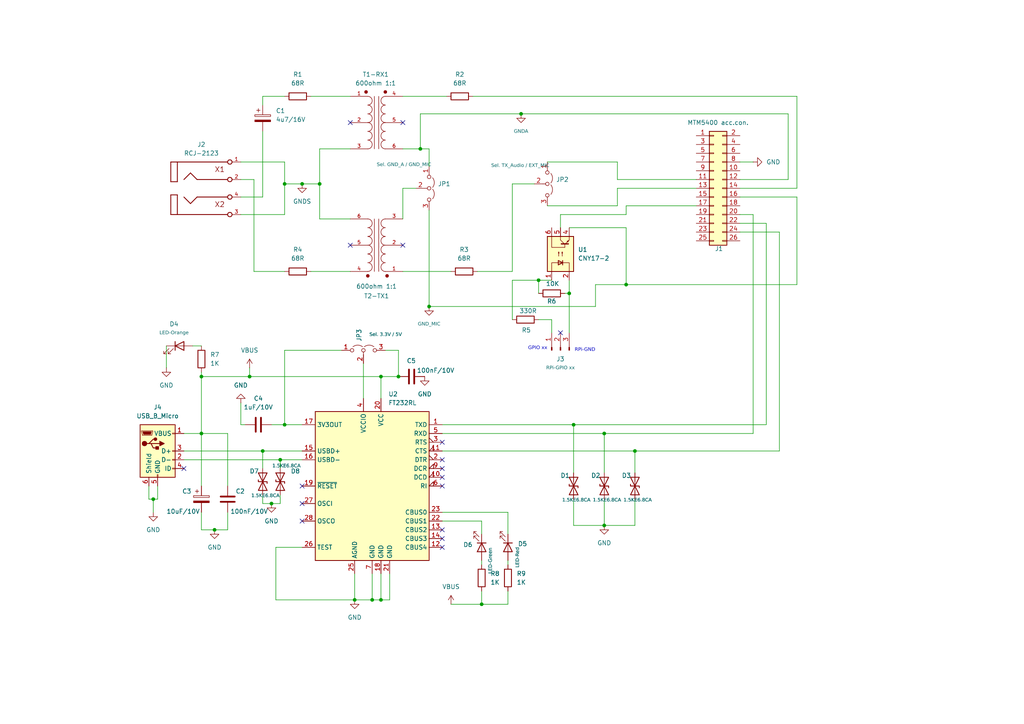
<source format=kicad_sch>
(kicad_sch
	(version 20250114)
	(generator "eeschema")
	(generator_version "9.0")
	(uuid "08d6421d-30b0-4bd4-82ac-bcc9da753a6a")
	(paper "A4")
	(title_block
		(title "MTM5400 SVXLink interface with FT232")
		(date "03.1.2026")
		(rev "V 2.1")
		(company "Z32IT")
	)
	(lib_symbols
		(symbol "Connector:Conn_01x03_Pin"
			(pin_names
				(offset 1.016)
				(hide yes)
			)
			(exclude_from_sim no)
			(in_bom yes)
			(on_board yes)
			(property "Reference" "J"
				(at 0 5.08 0)
				(effects
					(font
						(size 1.27 1.27)
					)
				)
			)
			(property "Value" "Conn_01x03_Pin"
				(at 0 -5.08 0)
				(effects
					(font
						(size 1.27 1.27)
					)
				)
			)
			(property "Footprint" ""
				(at 0 0 0)
				(effects
					(font
						(size 1.27 1.27)
					)
					(hide yes)
				)
			)
			(property "Datasheet" "~"
				(at 0 0 0)
				(effects
					(font
						(size 1.27 1.27)
					)
					(hide yes)
				)
			)
			(property "Description" "Generic connector, single row, 01x03, script generated"
				(at 0 0 0)
				(effects
					(font
						(size 1.27 1.27)
					)
					(hide yes)
				)
			)
			(property "ki_locked" ""
				(at 0 0 0)
				(effects
					(font
						(size 1.27 1.27)
					)
				)
			)
			(property "ki_keywords" "connector"
				(at 0 0 0)
				(effects
					(font
						(size 1.27 1.27)
					)
					(hide yes)
				)
			)
			(property "ki_fp_filters" "Connector*:*_1x??_*"
				(at 0 0 0)
				(effects
					(font
						(size 1.27 1.27)
					)
					(hide yes)
				)
			)
			(symbol "Conn_01x03_Pin_1_1"
				(rectangle
					(start 0.8636 2.667)
					(end 0 2.413)
					(stroke
						(width 0.1524)
						(type default)
					)
					(fill
						(type outline)
					)
				)
				(rectangle
					(start 0.8636 0.127)
					(end 0 -0.127)
					(stroke
						(width 0.1524)
						(type default)
					)
					(fill
						(type outline)
					)
				)
				(rectangle
					(start 0.8636 -2.413)
					(end 0 -2.667)
					(stroke
						(width 0.1524)
						(type default)
					)
					(fill
						(type outline)
					)
				)
				(polyline
					(pts
						(xy 1.27 2.54) (xy 0.8636 2.54)
					)
					(stroke
						(width 0.1524)
						(type default)
					)
					(fill
						(type none)
					)
				)
				(polyline
					(pts
						(xy 1.27 0) (xy 0.8636 0)
					)
					(stroke
						(width 0.1524)
						(type default)
					)
					(fill
						(type none)
					)
				)
				(polyline
					(pts
						(xy 1.27 -2.54) (xy 0.8636 -2.54)
					)
					(stroke
						(width 0.1524)
						(type default)
					)
					(fill
						(type none)
					)
				)
				(pin passive line
					(at 5.08 2.54 180)
					(length 3.81)
					(name "Pin_1"
						(effects
							(font
								(size 1.27 1.27)
							)
						)
					)
					(number "1"
						(effects
							(font
								(size 1.27 1.27)
							)
						)
					)
				)
				(pin passive line
					(at 5.08 0 180)
					(length 3.81)
					(name "Pin_2"
						(effects
							(font
								(size 1.27 1.27)
							)
						)
					)
					(number "2"
						(effects
							(font
								(size 1.27 1.27)
							)
						)
					)
				)
				(pin passive line
					(at 5.08 -2.54 180)
					(length 3.81)
					(name "Pin_3"
						(effects
							(font
								(size 1.27 1.27)
							)
						)
					)
					(number "3"
						(effects
							(font
								(size 1.27 1.27)
							)
						)
					)
				)
			)
			(embedded_fonts no)
		)
		(symbol "Connector:USB_B_Micro"
			(pin_names
				(offset 1.016)
			)
			(exclude_from_sim no)
			(in_bom yes)
			(on_board yes)
			(property "Reference" "J"
				(at -5.08 11.43 0)
				(effects
					(font
						(size 1.27 1.27)
					)
					(justify left)
				)
			)
			(property "Value" "USB_B_Micro"
				(at -5.08 8.89 0)
				(effects
					(font
						(size 1.27 1.27)
					)
					(justify left)
				)
			)
			(property "Footprint" ""
				(at 3.81 -1.27 0)
				(effects
					(font
						(size 1.27 1.27)
					)
					(hide yes)
				)
			)
			(property "Datasheet" "~"
				(at 3.81 -1.27 0)
				(effects
					(font
						(size 1.27 1.27)
					)
					(hide yes)
				)
			)
			(property "Description" "USB Micro Type B connector"
				(at 0 0 0)
				(effects
					(font
						(size 1.27 1.27)
					)
					(hide yes)
				)
			)
			(property "ki_keywords" "connector USB micro"
				(at 0 0 0)
				(effects
					(font
						(size 1.27 1.27)
					)
					(hide yes)
				)
			)
			(property "ki_fp_filters" "USB*"
				(at 0 0 0)
				(effects
					(font
						(size 1.27 1.27)
					)
					(hide yes)
				)
			)
			(symbol "USB_B_Micro_0_1"
				(rectangle
					(start -5.08 -7.62)
					(end 5.08 7.62)
					(stroke
						(width 0.254)
						(type default)
					)
					(fill
						(type background)
					)
				)
				(polyline
					(pts
						(xy -4.699 5.842) (xy -4.699 5.588) (xy -4.445 4.826) (xy -4.445 4.572) (xy -1.651 4.572) (xy -1.651 4.826)
						(xy -1.397 5.588) (xy -1.397 5.842) (xy -4.699 5.842)
					)
					(stroke
						(width 0)
						(type default)
					)
					(fill
						(type none)
					)
				)
				(polyline
					(pts
						(xy -4.318 5.588) (xy -1.778 5.588) (xy -2.032 4.826) (xy -4.064 4.826) (xy -4.318 5.588)
					)
					(stroke
						(width 0)
						(type default)
					)
					(fill
						(type outline)
					)
				)
				(circle
					(center -3.81 2.159)
					(radius 0.635)
					(stroke
						(width 0.254)
						(type default)
					)
					(fill
						(type outline)
					)
				)
				(polyline
					(pts
						(xy -3.175 2.159) (xy -2.54 2.159) (xy -1.27 3.429) (xy -0.635 3.429)
					)
					(stroke
						(width 0.254)
						(type default)
					)
					(fill
						(type none)
					)
				)
				(polyline
					(pts
						(xy -2.54 2.159) (xy -1.905 2.159) (xy -1.27 0.889) (xy 0 0.889)
					)
					(stroke
						(width 0.254)
						(type default)
					)
					(fill
						(type none)
					)
				)
				(polyline
					(pts
						(xy -1.905 2.159) (xy 0.635 2.159)
					)
					(stroke
						(width 0.254)
						(type default)
					)
					(fill
						(type none)
					)
				)
				(circle
					(center -0.635 3.429)
					(radius 0.381)
					(stroke
						(width 0.254)
						(type default)
					)
					(fill
						(type outline)
					)
				)
				(rectangle
					(start -0.127 -7.62)
					(end 0.127 -6.858)
					(stroke
						(width 0)
						(type default)
					)
					(fill
						(type none)
					)
				)
				(rectangle
					(start 0.254 1.27)
					(end -0.508 0.508)
					(stroke
						(width 0.254)
						(type default)
					)
					(fill
						(type outline)
					)
				)
				(polyline
					(pts
						(xy 0.635 2.794) (xy 0.635 1.524) (xy 1.905 2.159) (xy 0.635 2.794)
					)
					(stroke
						(width 0.254)
						(type default)
					)
					(fill
						(type outline)
					)
				)
				(rectangle
					(start 5.08 4.953)
					(end 4.318 5.207)
					(stroke
						(width 0)
						(type default)
					)
					(fill
						(type none)
					)
				)
				(rectangle
					(start 5.08 -0.127)
					(end 4.318 0.127)
					(stroke
						(width 0)
						(type default)
					)
					(fill
						(type none)
					)
				)
				(rectangle
					(start 5.08 -2.667)
					(end 4.318 -2.413)
					(stroke
						(width 0)
						(type default)
					)
					(fill
						(type none)
					)
				)
				(rectangle
					(start 5.08 -5.207)
					(end 4.318 -4.953)
					(stroke
						(width 0)
						(type default)
					)
					(fill
						(type none)
					)
				)
			)
			(symbol "USB_B_Micro_1_1"
				(pin passive line
					(at -2.54 -10.16 90)
					(length 2.54)
					(name "Shield"
						(effects
							(font
								(size 1.27 1.27)
							)
						)
					)
					(number "6"
						(effects
							(font
								(size 1.27 1.27)
							)
						)
					)
				)
				(pin power_out line
					(at 0 -10.16 90)
					(length 2.54)
					(name "GND"
						(effects
							(font
								(size 1.27 1.27)
							)
						)
					)
					(number "5"
						(effects
							(font
								(size 1.27 1.27)
							)
						)
					)
				)
				(pin power_out line
					(at 7.62 5.08 180)
					(length 2.54)
					(name "VBUS"
						(effects
							(font
								(size 1.27 1.27)
							)
						)
					)
					(number "1"
						(effects
							(font
								(size 1.27 1.27)
							)
						)
					)
				)
				(pin bidirectional line
					(at 7.62 0 180)
					(length 2.54)
					(name "D+"
						(effects
							(font
								(size 1.27 1.27)
							)
						)
					)
					(number "3"
						(effects
							(font
								(size 1.27 1.27)
							)
						)
					)
				)
				(pin bidirectional line
					(at 7.62 -2.54 180)
					(length 2.54)
					(name "D-"
						(effects
							(font
								(size 1.27 1.27)
							)
						)
					)
					(number "2"
						(effects
							(font
								(size 1.27 1.27)
							)
						)
					)
				)
				(pin passive line
					(at 7.62 -5.08 180)
					(length 2.54)
					(name "ID"
						(effects
							(font
								(size 1.27 1.27)
							)
						)
					)
					(number "4"
						(effects
							(font
								(size 1.27 1.27)
							)
						)
					)
				)
			)
			(embedded_fonts no)
		)
		(symbol "Connector_Generic:MTM5400_acc"
			(pin_names
				(offset 1.016)
				(hide yes)
			)
			(exclude_from_sim no)
			(in_bom yes)
			(on_board yes)
			(property "Reference" "J"
				(at 1.27 17.78 0)
				(effects
					(font
						(size 1.27 1.27)
					)
				)
			)
			(property "Value" "MTM5400 acc.con."
				(at 1.27 -17.78 0)
				(effects
					(font
						(size 1.27 1.27)
					)
				)
			)
			(property "Footprint" ""
				(at 0 0 0)
				(effects
					(font
						(size 1.27 1.27)
					)
					(hide yes)
				)
			)
			(property "Datasheet" "~"
				(at 0 0 0)
				(effects
					(font
						(size 1.27 1.27)
					)
					(hide yes)
				)
			)
			(property "Description" "Generic connector, double row, 02x13, odd/even pin numbering scheme (row 1 odd numbers, row 2 even numbers), script generated (kicad-library-utils/schlib/autogen/connector/)"
				(at 0 0 0)
				(effects
					(font
						(size 1.27 1.27)
					)
					(hide yes)
				)
			)
			(property "ki_keywords" "connector"
				(at 0 0 0)
				(effects
					(font
						(size 1.27 1.27)
					)
					(hide yes)
				)
			)
			(property "ki_fp_filters" "Connector*:*_2x??_*"
				(at 0 0 0)
				(effects
					(font
						(size 1.27 1.27)
					)
					(hide yes)
				)
			)
			(symbol "MTM5400_acc_1_1"
				(rectangle
					(start -1.27 16.51)
					(end 3.81 -16.51)
					(stroke
						(width 0.254)
						(type default)
					)
					(fill
						(type background)
					)
				)
				(rectangle
					(start -1.27 15.367)
					(end 0 15.113)
					(stroke
						(width 0.1524)
						(type default)
					)
					(fill
						(type none)
					)
				)
				(rectangle
					(start -1.27 12.827)
					(end 0 12.573)
					(stroke
						(width 0.1524)
						(type default)
					)
					(fill
						(type none)
					)
				)
				(rectangle
					(start -1.27 10.287)
					(end 0 10.033)
					(stroke
						(width 0.1524)
						(type default)
					)
					(fill
						(type none)
					)
				)
				(rectangle
					(start -1.27 7.747)
					(end 0 7.493)
					(stroke
						(width 0.1524)
						(type default)
					)
					(fill
						(type none)
					)
				)
				(rectangle
					(start -1.27 5.207)
					(end 0 4.953)
					(stroke
						(width 0.1524)
						(type default)
					)
					(fill
						(type none)
					)
				)
				(rectangle
					(start -1.27 2.667)
					(end 0 2.413)
					(stroke
						(width 0.1524)
						(type default)
					)
					(fill
						(type none)
					)
				)
				(rectangle
					(start -1.27 0.127)
					(end 0 -0.127)
					(stroke
						(width 0.1524)
						(type default)
					)
					(fill
						(type none)
					)
				)
				(rectangle
					(start -1.27 -2.413)
					(end 0 -2.667)
					(stroke
						(width 0.1524)
						(type default)
					)
					(fill
						(type none)
					)
				)
				(rectangle
					(start -1.27 -4.953)
					(end 0 -5.207)
					(stroke
						(width 0.1524)
						(type default)
					)
					(fill
						(type none)
					)
				)
				(rectangle
					(start -1.27 -7.493)
					(end 0 -7.747)
					(stroke
						(width 0.1524)
						(type default)
					)
					(fill
						(type none)
					)
				)
				(rectangle
					(start -1.27 -10.033)
					(end 0 -10.287)
					(stroke
						(width 0.1524)
						(type default)
					)
					(fill
						(type none)
					)
				)
				(rectangle
					(start -1.27 -12.573)
					(end 0 -12.827)
					(stroke
						(width 0.1524)
						(type default)
					)
					(fill
						(type none)
					)
				)
				(rectangle
					(start -1.27 -15.113)
					(end 0 -15.367)
					(stroke
						(width 0.1524)
						(type default)
					)
					(fill
						(type none)
					)
				)
				(rectangle
					(start 3.81 15.367)
					(end 2.54 15.113)
					(stroke
						(width 0.1524)
						(type default)
					)
					(fill
						(type none)
					)
				)
				(rectangle
					(start 3.81 12.827)
					(end 2.54 12.573)
					(stroke
						(width 0.1524)
						(type default)
					)
					(fill
						(type none)
					)
				)
				(rectangle
					(start 3.81 10.287)
					(end 2.54 10.033)
					(stroke
						(width 0.1524)
						(type default)
					)
					(fill
						(type none)
					)
				)
				(rectangle
					(start 3.81 7.747)
					(end 2.54 7.493)
					(stroke
						(width 0.1524)
						(type default)
					)
					(fill
						(type none)
					)
				)
				(rectangle
					(start 3.81 5.207)
					(end 2.54 4.953)
					(stroke
						(width 0.1524)
						(type default)
					)
					(fill
						(type none)
					)
				)
				(rectangle
					(start 3.81 2.667)
					(end 2.54 2.413)
					(stroke
						(width 0.1524)
						(type default)
					)
					(fill
						(type none)
					)
				)
				(rectangle
					(start 3.81 0.127)
					(end 2.54 -0.127)
					(stroke
						(width 0.1524)
						(type default)
					)
					(fill
						(type none)
					)
				)
				(rectangle
					(start 3.81 -2.413)
					(end 2.54 -2.667)
					(stroke
						(width 0.1524)
						(type default)
					)
					(fill
						(type none)
					)
				)
				(rectangle
					(start 3.81 -4.953)
					(end 2.54 -5.207)
					(stroke
						(width 0.1524)
						(type default)
					)
					(fill
						(type none)
					)
				)
				(rectangle
					(start 3.81 -7.493)
					(end 2.54 -7.747)
					(stroke
						(width 0.1524)
						(type default)
					)
					(fill
						(type none)
					)
				)
				(rectangle
					(start 3.81 -10.033)
					(end 2.54 -10.287)
					(stroke
						(width 0.1524)
						(type default)
					)
					(fill
						(type none)
					)
				)
				(rectangle
					(start 3.81 -12.573)
					(end 2.54 -12.827)
					(stroke
						(width 0.1524)
						(type default)
					)
					(fill
						(type none)
					)
				)
				(rectangle
					(start 3.81 -15.113)
					(end 2.54 -15.367)
					(stroke
						(width 0.1524)
						(type default)
					)
					(fill
						(type none)
					)
				)
				(pin passive line
					(at -5.08 15.24 0)
					(length 3.81)
					(name "Pin_26"
						(effects
							(font
								(size 1.27 1.27)
							)
						)
					)
					(number "26"
						(effects
							(font
								(size 1.27 1.27)
							)
						)
					)
				)
				(pin passive line
					(at -5.08 12.7 0)
					(length 3.81)
					(name "CTS"
						(effects
							(font
								(size 1.27 1.27)
							)
						)
					)
					(number "24"
						(effects
							(font
								(size 1.27 1.27)
							)
						)
					)
				)
				(pin passive line
					(at -5.08 10.16 0)
					(length 3.81)
					(name "RXD"
						(effects
							(font
								(size 1.27 1.27)
							)
						)
					)
					(number "22"
						(effects
							(font
								(size 1.27 1.27)
							)
						)
					)
				)
				(pin passive line
					(at -5.08 7.62 0)
					(length 3.81)
					(name "TXD"
						(effects
							(font
								(size 1.27 1.27)
							)
						)
					)
					(number "20"
						(effects
							(font
								(size 1.27 1.27)
							)
						)
					)
				)
				(pin passive line
					(at -5.08 5.08 0)
					(length 3.81)
					(name "Pin_18"
						(effects
							(font
								(size 1.27 1.27)
							)
						)
					)
					(number "18"
						(effects
							(font
								(size 1.27 1.27)
							)
						)
					)
				)
				(pin passive line
					(at -5.08 2.54 0)
					(length 3.81)
					(name "GND_MIC"
						(effects
							(font
								(size 1.27 1.27)
							)
						)
					)
					(number "16"
						(effects
							(font
								(size 1.27 1.27)
							)
						)
					)
				)
				(pin passive line
					(at -5.08 0 0)
					(length 3.81)
					(name "RX_Audio"
						(effects
							(font
								(size 1.27 1.27)
							)
						)
					)
					(number "14"
						(effects
							(font
								(size 1.27 1.27)
							)
						)
					)
				)
				(pin passive line
					(at -5.08 -2.54 0)
					(length 3.81)
					(name "GND_A"
						(effects
							(font
								(size 1.27 1.27)
							)
						)
					)
					(number "12"
						(effects
							(font
								(size 1.27 1.27)
							)
						)
					)
				)
				(pin passive line
					(at -5.08 -5.08 0)
					(length 3.81)
					(name "Pin_10"
						(effects
							(font
								(size 1.27 1.27)
							)
						)
					)
					(number "10"
						(effects
							(font
								(size 1.27 1.27)
							)
						)
					)
				)
				(pin passive line
					(at -5.08 -7.62 0)
					(length 3.81)
					(name "GND"
						(effects
							(font
								(size 1.27 1.27)
							)
						)
					)
					(number "8"
						(effects
							(font
								(size 1.27 1.27)
							)
						)
					)
				)
				(pin passive line
					(at -5.08 -10.16 0)
					(length 3.81)
					(name "Pin_6"
						(effects
							(font
								(size 1.27 1.27)
							)
						)
					)
					(number "6"
						(effects
							(font
								(size 1.27 1.27)
							)
						)
					)
				)
				(pin passive line
					(at -5.08 -12.7 0)
					(length 3.81)
					(name "Pin_4"
						(effects
							(font
								(size 1.27 1.27)
							)
						)
					)
					(number "4"
						(effects
							(font
								(size 1.27 1.27)
							)
						)
					)
				)
				(pin passive line
					(at -5.08 -15.24 0)
					(length 3.81)
					(name "Pin_2"
						(effects
							(font
								(size 1.27 1.27)
							)
						)
					)
					(number "2"
						(effects
							(font
								(size 1.27 1.27)
							)
						)
					)
				)
				(pin passive line
					(at 7.62 15.24 180)
					(length 3.81)
					(name "Pin_25"
						(effects
							(font
								(size 1.27 1.27)
							)
						)
					)
					(number "25"
						(effects
							(font
								(size 1.27 1.27)
							)
						)
					)
				)
				(pin passive line
					(at 7.62 12.7 180)
					(length 3.81)
					(name "Pin_23"
						(effects
							(font
								(size 1.27 1.27)
							)
						)
					)
					(number "23"
						(effects
							(font
								(size 1.27 1.27)
							)
						)
					)
				)
				(pin passive line
					(at 7.62 10.16 180)
					(length 3.81)
					(name "Pin_21"
						(effects
							(font
								(size 1.27 1.27)
							)
						)
					)
					(number "21"
						(effects
							(font
								(size 1.27 1.27)
							)
						)
					)
				)
				(pin passive line
					(at 7.62 7.62 180)
					(length 3.81)
					(name "Pin_19"
						(effects
							(font
								(size 1.27 1.27)
							)
						)
					)
					(number "19"
						(effects
							(font
								(size 1.27 1.27)
							)
						)
					)
				)
				(pin passive line
					(at 7.62 5.08 180)
					(length 3.81)
					(name "PTT"
						(effects
							(font
								(size 1.27 1.27)
							)
						)
					)
					(number "17"
						(effects
							(font
								(size 1.27 1.27)
							)
						)
					)
				)
				(pin passive line
					(at 7.62 2.54 180)
					(length 3.81)
					(name "Pin_15"
						(effects
							(font
								(size 1.27 1.27)
							)
						)
					)
					(number "15"
						(effects
							(font
								(size 1.27 1.27)
							)
						)
					)
				)
				(pin passive line
					(at 7.62 0 180)
					(length 3.81)
					(name "EXT_MIC"
						(effects
							(font
								(size 1.27 1.27)
							)
						)
					)
					(number "13"
						(effects
							(font
								(size 1.27 1.27)
							)
						)
					)
				)
				(pin passive line
					(at 7.62 -2.54 180)
					(length 3.81)
					(name "TX_Audio"
						(effects
							(font
								(size 1.27 1.27)
							)
						)
					)
					(number "11"
						(effects
							(font
								(size 1.27 1.27)
							)
						)
					)
				)
				(pin passive line
					(at 7.62 -5.08 180)
					(length 3.81)
					(name "Pin_9"
						(effects
							(font
								(size 1.27 1.27)
							)
						)
					)
					(number "9"
						(effects
							(font
								(size 1.27 1.27)
							)
						)
					)
				)
				(pin passive line
					(at 7.62 -7.62 180)
					(length 3.81)
					(name "Pin_7"
						(effects
							(font
								(size 1.27 1.27)
							)
						)
					)
					(number "7"
						(effects
							(font
								(size 1.27 1.27)
							)
						)
					)
				)
				(pin passive line
					(at 7.62 -10.16 180)
					(length 3.81)
					(name "Pin_5"
						(effects
							(font
								(size 1.27 1.27)
							)
						)
					)
					(number "5"
						(effects
							(font
								(size 1.27 1.27)
							)
						)
					)
				)
				(pin passive line
					(at 7.62 -12.7 180)
					(length 3.81)
					(name "Pin_3"
						(effects
							(font
								(size 1.27 1.27)
							)
						)
					)
					(number "3"
						(effects
							(font
								(size 1.27 1.27)
							)
						)
					)
				)
				(pin passive line
					(at 7.62 -15.24 180)
					(length 3.81)
					(name "Pin_1"
						(effects
							(font
								(size 1.27 1.27)
							)
						)
					)
					(number "1"
						(effects
							(font
								(size 1.27 1.27)
							)
						)
					)
				)
			)
			(embedded_fonts no)
		)
		(symbol "Device:C"
			(pin_numbers
				(hide yes)
			)
			(pin_names
				(offset 0.254)
			)
			(exclude_from_sim no)
			(in_bom yes)
			(on_board yes)
			(property "Reference" "C"
				(at 0.635 2.54 0)
				(effects
					(font
						(size 1.27 1.27)
					)
					(justify left)
				)
			)
			(property "Value" "C"
				(at 0.635 -2.54 0)
				(effects
					(font
						(size 1.27 1.27)
					)
					(justify left)
				)
			)
			(property "Footprint" ""
				(at 0.9652 -3.81 0)
				(effects
					(font
						(size 1.27 1.27)
					)
					(hide yes)
				)
			)
			(property "Datasheet" "~"
				(at 0 0 0)
				(effects
					(font
						(size 1.27 1.27)
					)
					(hide yes)
				)
			)
			(property "Description" "Unpolarized capacitor"
				(at 0 0 0)
				(effects
					(font
						(size 1.27 1.27)
					)
					(hide yes)
				)
			)
			(property "ki_keywords" "cap capacitor"
				(at 0 0 0)
				(effects
					(font
						(size 1.27 1.27)
					)
					(hide yes)
				)
			)
			(property "ki_fp_filters" "C_*"
				(at 0 0 0)
				(effects
					(font
						(size 1.27 1.27)
					)
					(hide yes)
				)
			)
			(symbol "C_0_1"
				(polyline
					(pts
						(xy -2.032 0.762) (xy 2.032 0.762)
					)
					(stroke
						(width 0.508)
						(type default)
					)
					(fill
						(type none)
					)
				)
				(polyline
					(pts
						(xy -2.032 -0.762) (xy 2.032 -0.762)
					)
					(stroke
						(width 0.508)
						(type default)
					)
					(fill
						(type none)
					)
				)
			)
			(symbol "C_1_1"
				(pin passive line
					(at 0 3.81 270)
					(length 2.794)
					(name "~"
						(effects
							(font
								(size 1.27 1.27)
							)
						)
					)
					(number "1"
						(effects
							(font
								(size 1.27 1.27)
							)
						)
					)
				)
				(pin passive line
					(at 0 -3.81 90)
					(length 2.794)
					(name "~"
						(effects
							(font
								(size 1.27 1.27)
							)
						)
					)
					(number "2"
						(effects
							(font
								(size 1.27 1.27)
							)
						)
					)
				)
			)
			(embedded_fonts no)
		)
		(symbol "Device:C_Polarized"
			(pin_numbers
				(hide yes)
			)
			(pin_names
				(offset 0.254)
			)
			(exclude_from_sim no)
			(in_bom yes)
			(on_board yes)
			(property "Reference" "C"
				(at 0.635 2.54 0)
				(effects
					(font
						(size 1.27 1.27)
					)
					(justify left)
				)
			)
			(property "Value" "C_Polarized"
				(at 0.635 -2.54 0)
				(effects
					(font
						(size 1.27 1.27)
					)
					(justify left)
				)
			)
			(property "Footprint" ""
				(at 0.9652 -3.81 0)
				(effects
					(font
						(size 1.27 1.27)
					)
					(hide yes)
				)
			)
			(property "Datasheet" "~"
				(at 0 0 0)
				(effects
					(font
						(size 1.27 1.27)
					)
					(hide yes)
				)
			)
			(property "Description" "Polarized capacitor"
				(at 0 0 0)
				(effects
					(font
						(size 1.27 1.27)
					)
					(hide yes)
				)
			)
			(property "ki_keywords" "cap capacitor"
				(at 0 0 0)
				(effects
					(font
						(size 1.27 1.27)
					)
					(hide yes)
				)
			)
			(property "ki_fp_filters" "CP_*"
				(at 0 0 0)
				(effects
					(font
						(size 1.27 1.27)
					)
					(hide yes)
				)
			)
			(symbol "C_Polarized_0_1"
				(rectangle
					(start -2.286 0.508)
					(end 2.286 1.016)
					(stroke
						(width 0)
						(type default)
					)
					(fill
						(type none)
					)
				)
				(polyline
					(pts
						(xy -1.778 2.286) (xy -0.762 2.286)
					)
					(stroke
						(width 0)
						(type default)
					)
					(fill
						(type none)
					)
				)
				(polyline
					(pts
						(xy -1.27 2.794) (xy -1.27 1.778)
					)
					(stroke
						(width 0)
						(type default)
					)
					(fill
						(type none)
					)
				)
				(rectangle
					(start 2.286 -0.508)
					(end -2.286 -1.016)
					(stroke
						(width 0)
						(type default)
					)
					(fill
						(type outline)
					)
				)
			)
			(symbol "C_Polarized_1_1"
				(pin passive line
					(at 0 3.81 270)
					(length 2.794)
					(name "~"
						(effects
							(font
								(size 1.27 1.27)
							)
						)
					)
					(number "1"
						(effects
							(font
								(size 1.27 1.27)
							)
						)
					)
				)
				(pin passive line
					(at 0 -3.81 90)
					(length 2.794)
					(name "~"
						(effects
							(font
								(size 1.27 1.27)
							)
						)
					)
					(number "2"
						(effects
							(font
								(size 1.27 1.27)
							)
						)
					)
				)
			)
			(embedded_fonts no)
		)
		(symbol "Device:LED"
			(pin_numbers
				(hide yes)
			)
			(pin_names
				(offset 1.016)
				(hide yes)
			)
			(exclude_from_sim no)
			(in_bom yes)
			(on_board yes)
			(property "Reference" "D"
				(at 0 2.54 0)
				(effects
					(font
						(size 1.27 1.27)
					)
				)
			)
			(property "Value" "LED"
				(at 0 -2.54 0)
				(effects
					(font
						(size 1.27 1.27)
					)
				)
			)
			(property "Footprint" ""
				(at 0 0 0)
				(effects
					(font
						(size 1.27 1.27)
					)
					(hide yes)
				)
			)
			(property "Datasheet" "~"
				(at 0 0 0)
				(effects
					(font
						(size 1.27 1.27)
					)
					(hide yes)
				)
			)
			(property "Description" "Light emitting diode"
				(at 0 0 0)
				(effects
					(font
						(size 1.27 1.27)
					)
					(hide yes)
				)
			)
			(property "Sim.Pins" "1=K 2=A"
				(at 0 0 0)
				(effects
					(font
						(size 1.27 1.27)
					)
					(hide yes)
				)
			)
			(property "ki_keywords" "LED diode"
				(at 0 0 0)
				(effects
					(font
						(size 1.27 1.27)
					)
					(hide yes)
				)
			)
			(property "ki_fp_filters" "LED* LED_SMD:* LED_THT:*"
				(at 0 0 0)
				(effects
					(font
						(size 1.27 1.27)
					)
					(hide yes)
				)
			)
			(symbol "LED_0_1"
				(polyline
					(pts
						(xy -3.048 -0.762) (xy -4.572 -2.286) (xy -3.81 -2.286) (xy -4.572 -2.286) (xy -4.572 -1.524)
					)
					(stroke
						(width 0)
						(type default)
					)
					(fill
						(type none)
					)
				)
				(polyline
					(pts
						(xy -1.778 -0.762) (xy -3.302 -2.286) (xy -2.54 -2.286) (xy -3.302 -2.286) (xy -3.302 -1.524)
					)
					(stroke
						(width 0)
						(type default)
					)
					(fill
						(type none)
					)
				)
				(polyline
					(pts
						(xy -1.27 0) (xy 1.27 0)
					)
					(stroke
						(width 0)
						(type default)
					)
					(fill
						(type none)
					)
				)
				(polyline
					(pts
						(xy -1.27 -1.27) (xy -1.27 1.27)
					)
					(stroke
						(width 0.254)
						(type default)
					)
					(fill
						(type none)
					)
				)
				(polyline
					(pts
						(xy 1.27 -1.27) (xy 1.27 1.27) (xy -1.27 0) (xy 1.27 -1.27)
					)
					(stroke
						(width 0.254)
						(type default)
					)
					(fill
						(type none)
					)
				)
			)
			(symbol "LED_1_1"
				(pin passive line
					(at -3.81 0 0)
					(length 2.54)
					(name "K"
						(effects
							(font
								(size 1.27 1.27)
							)
						)
					)
					(number "1"
						(effects
							(font
								(size 1.27 1.27)
							)
						)
					)
				)
				(pin passive line
					(at 3.81 0 180)
					(length 2.54)
					(name "A"
						(effects
							(font
								(size 1.27 1.27)
							)
						)
					)
					(number "2"
						(effects
							(font
								(size 1.27 1.27)
							)
						)
					)
				)
			)
			(embedded_fonts no)
		)
		(symbol "Device:R"
			(pin_numbers
				(hide yes)
			)
			(pin_names
				(offset 0)
			)
			(exclude_from_sim no)
			(in_bom yes)
			(on_board yes)
			(property "Reference" "R"
				(at 2.032 0 90)
				(effects
					(font
						(size 1.27 1.27)
					)
				)
			)
			(property "Value" "R"
				(at 0 0 90)
				(effects
					(font
						(size 1.27 1.27)
					)
				)
			)
			(property "Footprint" ""
				(at -1.778 0 90)
				(effects
					(font
						(size 1.27 1.27)
					)
					(hide yes)
				)
			)
			(property "Datasheet" "~"
				(at 0 0 0)
				(effects
					(font
						(size 1.27 1.27)
					)
					(hide yes)
				)
			)
			(property "Description" "Resistor"
				(at 0 0 0)
				(effects
					(font
						(size 1.27 1.27)
					)
					(hide yes)
				)
			)
			(property "ki_keywords" "R res resistor"
				(at 0 0 0)
				(effects
					(font
						(size 1.27 1.27)
					)
					(hide yes)
				)
			)
			(property "ki_fp_filters" "R_*"
				(at 0 0 0)
				(effects
					(font
						(size 1.27 1.27)
					)
					(hide yes)
				)
			)
			(symbol "R_0_1"
				(rectangle
					(start -1.016 -2.54)
					(end 1.016 2.54)
					(stroke
						(width 0.254)
						(type default)
					)
					(fill
						(type none)
					)
				)
			)
			(symbol "R_1_1"
				(pin passive line
					(at 0 3.81 270)
					(length 1.27)
					(name "~"
						(effects
							(font
								(size 1.27 1.27)
							)
						)
					)
					(number "1"
						(effects
							(font
								(size 1.27 1.27)
							)
						)
					)
				)
				(pin passive line
					(at 0 -3.81 90)
					(length 1.27)
					(name "~"
						(effects
							(font
								(size 1.27 1.27)
							)
						)
					)
					(number "2"
						(effects
							(font
								(size 1.27 1.27)
							)
						)
					)
				)
			)
			(embedded_fonts no)
		)
		(symbol "Diode:1.5KExxCA"
			(pin_numbers
				(hide yes)
			)
			(pin_names
				(offset 1.016)
				(hide yes)
			)
			(exclude_from_sim no)
			(in_bom yes)
			(on_board yes)
			(property "Reference" "D"
				(at 0 2.54 0)
				(effects
					(font
						(size 1.27 1.27)
					)
				)
			)
			(property "Value" "1.5KExxCA"
				(at 0 -2.54 0)
				(effects
					(font
						(size 1.27 1.27)
					)
				)
			)
			(property "Footprint" "Diode_THT:D_DO-201AE_P15.24mm_Horizontal"
				(at 0 -5.08 0)
				(effects
					(font
						(size 1.27 1.27)
					)
					(hide yes)
				)
			)
			(property "Datasheet" "https://www.vishay.com/docs/88301/15ke.pdf"
				(at 0 0 0)
				(effects
					(font
						(size 1.27 1.27)
					)
					(hide yes)
				)
			)
			(property "Description" "1500W bidirectional TVS diode, DO-201AE"
				(at 0 0 0)
				(effects
					(font
						(size 1.27 1.27)
					)
					(hide yes)
				)
			)
			(property "ki_keywords" "transient voltage suppressor TRANSZORB®"
				(at 0 0 0)
				(effects
					(font
						(size 1.27 1.27)
					)
					(hide yes)
				)
			)
			(property "ki_fp_filters" "D?DO?201AE*"
				(at 0 0 0)
				(effects
					(font
						(size 1.27 1.27)
					)
					(hide yes)
				)
			)
			(symbol "1.5KExxCA_0_1"
				(polyline
					(pts
						(xy -2.54 -1.27) (xy 0 0) (xy -2.54 1.27) (xy -2.54 -1.27)
					)
					(stroke
						(width 0.254)
						(type default)
					)
					(fill
						(type none)
					)
				)
				(polyline
					(pts
						(xy 0.508 1.27) (xy 0 1.27) (xy 0 -1.27) (xy -0.508 -1.27)
					)
					(stroke
						(width 0.254)
						(type default)
					)
					(fill
						(type none)
					)
				)
				(polyline
					(pts
						(xy 1.27 0) (xy -1.27 0)
					)
					(stroke
						(width 0)
						(type default)
					)
					(fill
						(type none)
					)
				)
				(polyline
					(pts
						(xy 2.54 1.27) (xy 2.54 -1.27) (xy 0 0) (xy 2.54 1.27)
					)
					(stroke
						(width 0.254)
						(type default)
					)
					(fill
						(type none)
					)
				)
			)
			(symbol "1.5KExxCA_1_1"
				(pin passive line
					(at -3.81 0 0)
					(length 2.54)
					(name "A1"
						(effects
							(font
								(size 1.27 1.27)
							)
						)
					)
					(number "1"
						(effects
							(font
								(size 1.27 1.27)
							)
						)
					)
				)
				(pin passive line
					(at 3.81 0 180)
					(length 2.54)
					(name "A2"
						(effects
							(font
								(size 1.27 1.27)
							)
						)
					)
					(number "2"
						(effects
							(font
								(size 1.27 1.27)
							)
						)
					)
				)
			)
			(embedded_fonts no)
		)
		(symbol "Interface_USB:FT232RL"
			(exclude_from_sim no)
			(in_bom yes)
			(on_board yes)
			(property "Reference" "U"
				(at -16.51 22.86 0)
				(effects
					(font
						(size 1.27 1.27)
					)
					(justify left)
				)
			)
			(property "Value" "FT232RL"
				(at 10.16 22.86 0)
				(effects
					(font
						(size 1.27 1.27)
					)
					(justify left)
				)
			)
			(property "Footprint" "Package_SO:SSOP-28_5.3x10.2mm_P0.65mm"
				(at 27.94 -22.86 0)
				(effects
					(font
						(size 1.27 1.27)
					)
					(hide yes)
				)
			)
			(property "Datasheet" "https://www.ftdichip.com/Support/Documents/DataSheets/ICs/DS_FT232R.pdf"
				(at 0 0 0)
				(effects
					(font
						(size 1.27 1.27)
					)
					(hide yes)
				)
			)
			(property "Description" "USB to Serial Interface, SSOP-28"
				(at 0 0 0)
				(effects
					(font
						(size 1.27 1.27)
					)
					(hide yes)
				)
			)
			(property "ki_keywords" "FTDI USB Serial"
				(at 0 0 0)
				(effects
					(font
						(size 1.27 1.27)
					)
					(hide yes)
				)
			)
			(property "ki_fp_filters" "SSOP*5.3x10.2mm*P0.65mm*"
				(at 0 0 0)
				(effects
					(font
						(size 1.27 1.27)
					)
					(hide yes)
				)
			)
			(symbol "FT232RL_0_1"
				(rectangle
					(start -16.51 21.59)
					(end 16.51 -21.59)
					(stroke
						(width 0.254)
						(type default)
					)
					(fill
						(type background)
					)
				)
			)
			(symbol "FT232RL_1_1"
				(pin power_out line
					(at -20.32 17.78 0)
					(length 3.81)
					(name "3V3OUT"
						(effects
							(font
								(size 1.27 1.27)
							)
						)
					)
					(number "17"
						(effects
							(font
								(size 1.27 1.27)
							)
						)
					)
				)
				(pin bidirectional line
					(at -20.32 10.16 0)
					(length 3.81)
					(name "USBD+"
						(effects
							(font
								(size 1.27 1.27)
							)
						)
					)
					(number "15"
						(effects
							(font
								(size 1.27 1.27)
							)
						)
					)
				)
				(pin bidirectional line
					(at -20.32 7.62 0)
					(length 3.81)
					(name "USBD-"
						(effects
							(font
								(size 1.27 1.27)
							)
						)
					)
					(number "16"
						(effects
							(font
								(size 1.27 1.27)
							)
						)
					)
				)
				(pin input line
					(at -20.32 0 0)
					(length 3.81)
					(name "~{RESET}"
						(effects
							(font
								(size 1.27 1.27)
							)
						)
					)
					(number "19"
						(effects
							(font
								(size 1.27 1.27)
							)
						)
					)
				)
				(pin input line
					(at -20.32 -5.08 0)
					(length 3.81)
					(name "OSCI"
						(effects
							(font
								(size 1.27 1.27)
							)
						)
					)
					(number "27"
						(effects
							(font
								(size 1.27 1.27)
							)
						)
					)
				)
				(pin output line
					(at -20.32 -10.16 0)
					(length 3.81)
					(name "OSCO"
						(effects
							(font
								(size 1.27 1.27)
							)
						)
					)
					(number "28"
						(effects
							(font
								(size 1.27 1.27)
							)
						)
					)
				)
				(pin input line
					(at -20.32 -17.78 0)
					(length 3.81)
					(name "TEST"
						(effects
							(font
								(size 1.27 1.27)
							)
						)
					)
					(number "26"
						(effects
							(font
								(size 1.27 1.27)
							)
						)
					)
				)
				(pin power_in line
					(at -5.08 -25.4 90)
					(length 3.81)
					(name "AGND"
						(effects
							(font
								(size 1.27 1.27)
							)
						)
					)
					(number "25"
						(effects
							(font
								(size 1.27 1.27)
							)
						)
					)
				)
				(pin power_in line
					(at -2.54 25.4 270)
					(length 3.81)
					(name "VCCIO"
						(effects
							(font
								(size 1.27 1.27)
							)
						)
					)
					(number "4"
						(effects
							(font
								(size 1.27 1.27)
							)
						)
					)
				)
				(pin power_in line
					(at 0 -25.4 90)
					(length 3.81)
					(name "GND"
						(effects
							(font
								(size 1.27 1.27)
							)
						)
					)
					(number "7"
						(effects
							(font
								(size 1.27 1.27)
							)
						)
					)
				)
				(pin power_in line
					(at 2.54 25.4 270)
					(length 3.81)
					(name "VCC"
						(effects
							(font
								(size 1.27 1.27)
							)
						)
					)
					(number "20"
						(effects
							(font
								(size 1.27 1.27)
							)
						)
					)
				)
				(pin power_in line
					(at 2.54 -25.4 90)
					(length 3.81)
					(name "GND"
						(effects
							(font
								(size 1.27 1.27)
							)
						)
					)
					(number "18"
						(effects
							(font
								(size 1.27 1.27)
							)
						)
					)
				)
				(pin power_in line
					(at 5.08 -25.4 90)
					(length 3.81)
					(name "GND"
						(effects
							(font
								(size 1.27 1.27)
							)
						)
					)
					(number "21"
						(effects
							(font
								(size 1.27 1.27)
							)
						)
					)
				)
				(pin output line
					(at 20.32 17.78 180)
					(length 3.81)
					(name "TXD"
						(effects
							(font
								(size 1.27 1.27)
							)
						)
					)
					(number "1"
						(effects
							(font
								(size 1.27 1.27)
							)
						)
					)
				)
				(pin input line
					(at 20.32 15.24 180)
					(length 3.81)
					(name "RXD"
						(effects
							(font
								(size 1.27 1.27)
							)
						)
					)
					(number "5"
						(effects
							(font
								(size 1.27 1.27)
							)
						)
					)
				)
				(pin output output_low
					(at 20.32 12.7 180)
					(length 3.81)
					(name "RTS"
						(effects
							(font
								(size 1.27 1.27)
							)
						)
					)
					(number "3"
						(effects
							(font
								(size 1.27 1.27)
							)
						)
					)
				)
				(pin input input_low
					(at 20.32 10.16 180)
					(length 3.81)
					(name "CTS"
						(effects
							(font
								(size 1.27 1.27)
							)
						)
					)
					(number "11"
						(effects
							(font
								(size 1.27 1.27)
							)
						)
					)
				)
				(pin output output_low
					(at 20.32 7.62 180)
					(length 3.81)
					(name "DTR"
						(effects
							(font
								(size 1.27 1.27)
							)
						)
					)
					(number "2"
						(effects
							(font
								(size 1.27 1.27)
							)
						)
					)
				)
				(pin input input_low
					(at 20.32 5.08 180)
					(length 3.81)
					(name "DCR"
						(effects
							(font
								(size 1.27 1.27)
							)
						)
					)
					(number "9"
						(effects
							(font
								(size 1.27 1.27)
							)
						)
					)
				)
				(pin input input_low
					(at 20.32 2.54 180)
					(length 3.81)
					(name "DCD"
						(effects
							(font
								(size 1.27 1.27)
							)
						)
					)
					(number "10"
						(effects
							(font
								(size 1.27 1.27)
							)
						)
					)
				)
				(pin input input_low
					(at 20.32 0 180)
					(length 3.81)
					(name "RI"
						(effects
							(font
								(size 1.27 1.27)
							)
						)
					)
					(number "6"
						(effects
							(font
								(size 1.27 1.27)
							)
						)
					)
				)
				(pin bidirectional line
					(at 20.32 -7.62 180)
					(length 3.81)
					(name "CBUS0"
						(effects
							(font
								(size 1.27 1.27)
							)
						)
					)
					(number "23"
						(effects
							(font
								(size 1.27 1.27)
							)
						)
					)
				)
				(pin bidirectional line
					(at 20.32 -10.16 180)
					(length 3.81)
					(name "CBUS1"
						(effects
							(font
								(size 1.27 1.27)
							)
						)
					)
					(number "22"
						(effects
							(font
								(size 1.27 1.27)
							)
						)
					)
				)
				(pin bidirectional line
					(at 20.32 -12.7 180)
					(length 3.81)
					(name "CBUS2"
						(effects
							(font
								(size 1.27 1.27)
							)
						)
					)
					(number "13"
						(effects
							(font
								(size 1.27 1.27)
							)
						)
					)
				)
				(pin bidirectional line
					(at 20.32 -15.24 180)
					(length 3.81)
					(name "CBUS3"
						(effects
							(font
								(size 1.27 1.27)
							)
						)
					)
					(number "14"
						(effects
							(font
								(size 1.27 1.27)
							)
						)
					)
				)
				(pin bidirectional line
					(at 20.32 -17.78 180)
					(length 3.81)
					(name "CBUS4"
						(effects
							(font
								(size 1.27 1.27)
							)
						)
					)
					(number "12"
						(effects
							(font
								(size 1.27 1.27)
							)
						)
					)
				)
			)
			(embedded_fonts no)
		)
		(symbol "Isolator:CNY17-2"
			(pin_names
				(offset 1.016)
			)
			(exclude_from_sim no)
			(in_bom yes)
			(on_board yes)
			(property "Reference" "U"
				(at -5.08 5.08 0)
				(effects
					(font
						(size 1.27 1.27)
					)
					(justify left)
				)
			)
			(property "Value" "CNY17-2"
				(at 0 5.08 0)
				(effects
					(font
						(size 1.27 1.27)
					)
					(justify left)
				)
			)
			(property "Footprint" ""
				(at 0 0 0)
				(effects
					(font
						(size 1.27 1.27)
					)
					(justify left)
					(hide yes)
				)
			)
			(property "Datasheet" "http://www.vishay.com/docs/83606/cny17.pdf"
				(at 0 0 0)
				(effects
					(font
						(size 1.27 1.27)
					)
					(justify left)
					(hide yes)
				)
			)
			(property "Description" "DC Optocoupler Base Connected, Vce 70V, CTR 63-125%, Viso 5000V (RMS), DIP6"
				(at 0 0 0)
				(effects
					(font
						(size 1.27 1.27)
					)
					(hide yes)
				)
			)
			(property "ki_keywords" "NPN DC Optocoupler Base Connected"
				(at 0 0 0)
				(effects
					(font
						(size 1.27 1.27)
					)
					(hide yes)
				)
			)
			(property "ki_fp_filters" "DIP*W7.62mm* DIP*W10.16mm* SMDIP*W9.53mm*"
				(at 0 0 0)
				(effects
					(font
						(size 1.27 1.27)
					)
					(hide yes)
				)
			)
			(symbol "CNY17-2_0_1"
				(rectangle
					(start -5.08 3.81)
					(end 5.08 -3.81)
					(stroke
						(width 0.254)
						(type default)
					)
					(fill
						(type background)
					)
				)
				(polyline
					(pts
						(xy -5.08 2.54) (xy -2.54 2.54) (xy -2.54 -0.762)
					)
					(stroke
						(width 0)
						(type default)
					)
					(fill
						(type none)
					)
				)
				(polyline
					(pts
						(xy -3.175 -0.635) (xy -1.905 -0.635)
					)
					(stroke
						(width 0.254)
						(type default)
					)
					(fill
						(type none)
					)
				)
				(polyline
					(pts
						(xy -2.54 -0.635) (xy -2.54 -2.54) (xy -5.08 -2.54)
					)
					(stroke
						(width 0)
						(type default)
					)
					(fill
						(type none)
					)
				)
				(polyline
					(pts
						(xy -2.54 -0.635) (xy -3.175 0.635) (xy -1.905 0.635) (xy -2.54 -0.635)
					)
					(stroke
						(width 0.254)
						(type default)
					)
					(fill
						(type none)
					)
				)
				(polyline
					(pts
						(xy -0.635 0.508) (xy 0.635 0.508) (xy 0.254 0.381) (xy 0.254 0.635) (xy 0.635 0.508)
					)
					(stroke
						(width 0)
						(type default)
					)
					(fill
						(type none)
					)
				)
				(polyline
					(pts
						(xy -0.635 -0.508) (xy 0.635 -0.508) (xy 0.254 -0.635) (xy 0.254 -0.381) (xy 0.635 -0.508)
					)
					(stroke
						(width 0)
						(type default)
					)
					(fill
						(type none)
					)
				)
				(polyline
					(pts
						(xy 1.905 -1.27) (xy 1.905 2.54) (xy 5.08 2.54)
					)
					(stroke
						(width 0)
						(type default)
					)
					(fill
						(type none)
					)
				)
				(polyline
					(pts
						(xy 2.921 -0.254) (xy 2.921 -2.286) (xy 2.921 -2.286)
					)
					(stroke
						(width 0.3556)
						(type default)
					)
					(fill
						(type none)
					)
				)
				(polyline
					(pts
						(xy 2.921 -1.143) (xy 4.064 0)
					)
					(stroke
						(width 0)
						(type default)
					)
					(fill
						(type none)
					)
				)
				(polyline
					(pts
						(xy 2.921 -1.27) (xy 1.905 -1.27)
					)
					(stroke
						(width 0)
						(type default)
					)
					(fill
						(type none)
					)
				)
				(polyline
					(pts
						(xy 2.921 -1.397) (xy 4.064 -2.54)
					)
					(stroke
						(width 0)
						(type default)
					)
					(fill
						(type none)
					)
				)
				(polyline
					(pts
						(xy 3.937 -2.413) (xy 3.683 -1.905) (xy 3.429 -2.159) (xy 3.937 -2.413)
					)
					(stroke
						(width 0)
						(type default)
					)
					(fill
						(type none)
					)
				)
				(polyline
					(pts
						(xy 4.064 -2.54) (xy 5.08 -2.54)
					)
					(stroke
						(width 0)
						(type default)
					)
					(fill
						(type none)
					)
				)
				(polyline
					(pts
						(xy 5.08 0) (xy 4.064 0)
					)
					(stroke
						(width 0)
						(type default)
					)
					(fill
						(type none)
					)
				)
			)
			(symbol "CNY17-2_1_1"
				(pin passive line
					(at -7.62 2.54 0)
					(length 2.54)
					(name "~"
						(effects
							(font
								(size 1.27 1.27)
							)
						)
					)
					(number "1"
						(effects
							(font
								(size 1.27 1.27)
							)
						)
					)
				)
				(pin passive line
					(at -7.62 -2.54 0)
					(length 2.54)
					(name "~"
						(effects
							(font
								(size 1.27 1.27)
							)
						)
					)
					(number "2"
						(effects
							(font
								(size 1.27 1.27)
							)
						)
					)
				)
				(pin no_connect line
					(at -5.08 0 0)
					(length 2.54)
					(hide yes)
					(name "NC"
						(effects
							(font
								(size 1.27 1.27)
							)
						)
					)
					(number "3"
						(effects
							(font
								(size 1.27 1.27)
							)
						)
					)
				)
				(pin passive line
					(at 7.62 2.54 180)
					(length 2.54)
					(name "~"
						(effects
							(font
								(size 1.27 1.27)
							)
						)
					)
					(number "6"
						(effects
							(font
								(size 1.27 1.27)
							)
						)
					)
				)
				(pin passive line
					(at 7.62 0 180)
					(length 2.54)
					(name "~"
						(effects
							(font
								(size 1.27 1.27)
							)
						)
					)
					(number "5"
						(effects
							(font
								(size 1.27 1.27)
							)
						)
					)
				)
				(pin passive line
					(at 7.62 -2.54 180)
					(length 2.54)
					(name "~"
						(effects
							(font
								(size 1.27 1.27)
							)
						)
					)
					(number "4"
						(effects
							(font
								(size 1.27 1.27)
							)
						)
					)
				)
			)
			(embedded_fonts no)
		)
		(symbol "Jumper:Jumper_3_Open"
			(pin_names
				(offset 0)
				(hide yes)
			)
			(exclude_from_sim yes)
			(in_bom no)
			(on_board yes)
			(property "Reference" "JP"
				(at -2.54 -2.54 0)
				(effects
					(font
						(size 1.27 1.27)
					)
				)
			)
			(property "Value" "Jumper_3_Open"
				(at 0 2.794 0)
				(effects
					(font
						(size 1.27 1.27)
					)
				)
			)
			(property "Footprint" ""
				(at 0 0 0)
				(effects
					(font
						(size 1.27 1.27)
					)
					(hide yes)
				)
			)
			(property "Datasheet" "~"
				(at 0 0 0)
				(effects
					(font
						(size 1.27 1.27)
					)
					(hide yes)
				)
			)
			(property "Description" "Jumper, 3-pole, both open"
				(at 0 0 0)
				(effects
					(font
						(size 1.27 1.27)
					)
					(hide yes)
				)
			)
			(property "ki_keywords" "Jumper SPDT"
				(at 0 0 0)
				(effects
					(font
						(size 1.27 1.27)
					)
					(hide yes)
				)
			)
			(property "ki_fp_filters" "Jumper* TestPoint*3Pads* TestPoint*Bridge*"
				(at 0 0 0)
				(effects
					(font
						(size 1.27 1.27)
					)
					(hide yes)
				)
			)
			(symbol "Jumper_3_Open_0_0"
				(circle
					(center -3.302 0)
					(radius 0.508)
					(stroke
						(width 0)
						(type default)
					)
					(fill
						(type none)
					)
				)
				(circle
					(center 0 0)
					(radius 0.508)
					(stroke
						(width 0)
						(type default)
					)
					(fill
						(type none)
					)
				)
				(circle
					(center 3.302 0)
					(radius 0.508)
					(stroke
						(width 0)
						(type default)
					)
					(fill
						(type none)
					)
				)
			)
			(symbol "Jumper_3_Open_0_1"
				(arc
					(start -3.048 1.016)
					(mid -1.651 1.4992)
					(end -0.254 1.016)
					(stroke
						(width 0)
						(type default)
					)
					(fill
						(type none)
					)
				)
				(polyline
					(pts
						(xy 0 -0.508) (xy 0 -1.27)
					)
					(stroke
						(width 0)
						(type default)
					)
					(fill
						(type none)
					)
				)
				(arc
					(start 0.254 1.016)
					(mid 1.651 1.4992)
					(end 3.048 1.016)
					(stroke
						(width 0)
						(type default)
					)
					(fill
						(type none)
					)
				)
			)
			(symbol "Jumper_3_Open_1_1"
				(pin passive line
					(at -6.35 0 0)
					(length 2.54)
					(name "A"
						(effects
							(font
								(size 1.27 1.27)
							)
						)
					)
					(number "1"
						(effects
							(font
								(size 1.27 1.27)
							)
						)
					)
				)
				(pin passive line
					(at 0 -3.81 90)
					(length 2.54)
					(name "C"
						(effects
							(font
								(size 1.27 1.27)
							)
						)
					)
					(number "2"
						(effects
							(font
								(size 1.27 1.27)
							)
						)
					)
				)
				(pin passive line
					(at 6.35 0 180)
					(length 2.54)
					(name "B"
						(effects
							(font
								(size 1.27 1.27)
							)
						)
					)
					(number "3"
						(effects
							(font
								(size 1.27 1.27)
							)
						)
					)
				)
			)
			(embedded_fonts no)
		)
		(symbol "RCJ-2123:RCJ-2123"
			(pin_names
				(offset 1.016)
			)
			(exclude_from_sim no)
			(in_bom yes)
			(on_board yes)
			(property "Reference" "J"
				(at 0 0 0)
				(effects
					(font
						(size 1.27 1.27)
					)
					(justify bottom)
				)
			)
			(property "Value" "RCJ-2123"
				(at 0 0 0)
				(effects
					(font
						(size 1.27 1.27)
					)
					(justify bottom)
				)
			)
			(property "Footprint" "RCJ-2123:RCJ-2121"
				(at 0 0 0)
				(effects
					(font
						(size 1.27 1.27)
					)
					(justify bottom)
					(hide yes)
				)
			)
			(property "Datasheet" "http://datasheets.diptrace.com/con_rca_jack/rcj-21xx.pdf"
				(at 0 0 0)
				(effects
					(font
						(size 1.27 1.27)
					)
					(justify bottom)
					(hide yes)
				)
			)
			(property "Description" ""
				(at 0 0 0)
				(effects
					(font
						(size 1.27 1.27)
					)
					(hide yes)
				)
			)
			(property "MF" "Same Sky"
				(at 0 0 0)
				(effects
					(font
						(size 1.27 1.27)
					)
					(justify bottom)
					(hide yes)
				)
			)
			(property "Description_1" "2-Port, Right-Angle,, RCA Jack, Horizontal"
				(at 0 0 0)
				(effects
					(font
						(size 1.27 1.27)
					)
					(justify bottom)
					(hide yes)
				)
			)
			(property "Package" "None"
				(at 0 0 0)
				(effects
					(font
						(size 1.27 1.27)
					)
					(justify bottom)
					(hide yes)
				)
			)
			(property "Price" "None"
				(at 0 0 0)
				(effects
					(font
						(size 1.27 1.27)
					)
					(justify bottom)
					(hide yes)
				)
			)
			(property "Check_prices" "https://www.snapeda.com/parts/RCJ-2123/Same+Sky/view-part/?ref=eda"
				(at 0 0 0)
				(effects
					(font
						(size 1.27 1.27)
					)
					(justify bottom)
					(hide yes)
				)
			)
			(property "SnapEDA_Link" "https://www.snapeda.com/parts/RCJ-2123/Same+Sky/view-part/?ref=snap"
				(at 0 0 0)
				(effects
					(font
						(size 1.27 1.27)
					)
					(justify bottom)
					(hide yes)
				)
			)
			(property "MP" "RCJ-2123"
				(at 0 0 0)
				(effects
					(font
						(size 1.27 1.27)
					)
					(justify bottom)
					(hide yes)
				)
			)
			(property "Purchase-URL" "https://www.snapeda.com/api/url_track_click_mouser/?unipart_id=583834&manufacturer=Same Sky&part_name=RCJ-2123&search_term=rca footprint"
				(at 0 0 0)
				(effects
					(font
						(size 1.27 1.27)
					)
					(justify bottom)
					(hide yes)
				)
			)
			(property "Availability" "In Stock"
				(at 0 0 0)
				(effects
					(font
						(size 1.27 1.27)
					)
					(justify bottom)
					(hide yes)
				)
			)
			(property "MANUFACTURER" "CUI"
				(at 0 0 0)
				(effects
					(font
						(size 1.27 1.27)
					)
					(justify bottom)
					(hide yes)
				)
			)
			(symbol "RCJ-2123_0_0"
				(polyline
					(pts
						(xy -8.888 7.62) (xy 7.609 7.62)
					)
					(stroke
						(width 0.25)
						(type default)
					)
					(fill
						(type none)
					)
				)
				(polyline
					(pts
						(xy -8.888 1.905) (xy -8.888 7.62)
					)
					(stroke
						(width 0.25)
						(type default)
					)
					(fill
						(type none)
					)
				)
				(polyline
					(pts
						(xy -8.888 1.905) (xy -6.983 1.905)
					)
					(stroke
						(width 0.25)
						(type default)
					)
					(fill
						(type none)
					)
				)
				(polyline
					(pts
						(xy -8.888 -1.905) (xy -8.888 -7.62)
					)
					(stroke
						(width 0.25)
						(type default)
					)
					(fill
						(type none)
					)
				)
				(polyline
					(pts
						(xy -8.888 -1.905) (xy -6.983 -1.905)
					)
					(stroke
						(width 0.25)
						(type default)
					)
					(fill
						(type none)
					)
				)
				(polyline
					(pts
						(xy -8.888 -7.62) (xy 7.609 -7.62)
					)
					(stroke
						(width 0.25)
						(type default)
					)
					(fill
						(type none)
					)
				)
				(polyline
					(pts
						(xy -6.983 1.905) (xy -6.983 7.62)
					)
					(stroke
						(width 0.25)
						(type default)
					)
					(fill
						(type none)
					)
				)
				(polyline
					(pts
						(xy -6.983 -1.905) (xy -6.983 -7.62)
					)
					(stroke
						(width 0.25)
						(type default)
					)
					(fill
						(type none)
					)
				)
				(polyline
					(pts
						(xy -5.078 2.54) (xy -3.173 4.445)
					)
					(stroke
						(width 0.25)
						(type default)
					)
					(fill
						(type none)
					)
				)
				(polyline
					(pts
						(xy -5.078 -2.54) (xy -3.173 -4.445)
					)
					(stroke
						(width 0.25)
						(type default)
					)
					(fill
						(type none)
					)
				)
				(polyline
					(pts
						(xy -3.173 4.445) (xy -1.268 2.54)
					)
					(stroke
						(width 0.25)
						(type default)
					)
					(fill
						(type none)
					)
				)
				(polyline
					(pts
						(xy -3.173 -4.445) (xy -1.268 -2.54)
					)
					(stroke
						(width 0.25)
						(type default)
					)
					(fill
						(type none)
					)
				)
				(polyline
					(pts
						(xy -1.268 2.54) (xy 7.609 2.54)
					)
					(stroke
						(width 0.25)
						(type default)
					)
					(fill
						(type none)
					)
				)
				(polyline
					(pts
						(xy -1.268 -2.54) (xy 7.609 -2.54)
					)
					(stroke
						(width 0.25)
						(type default)
					)
					(fill
						(type none)
					)
				)
				(circle
					(center 8.244 7.62)
					(radius 0.635)
					(stroke
						(width 0.25)
						(type default)
					)
					(fill
						(type none)
					)
				)
				(circle
					(center 8.244 2.54)
					(radius 0.635)
					(stroke
						(width 0.25)
						(type default)
					)
					(fill
						(type none)
					)
				)
				(circle
					(center 8.244 -2.54)
					(radius 0.635)
					(stroke
						(width 0.25)
						(type default)
					)
					(fill
						(type none)
					)
				)
				(circle
					(center 8.244 -7.62)
					(radius 0.635)
					(stroke
						(width 0.25)
						(type default)
					)
					(fill
						(type none)
					)
				)
				(text "X1"
					(at 3.81 6.35 0)
					(effects
						(font
							(size 1.48 1.48)
						)
						(justify left top)
					)
				)
				(text "X2"
					(at 3.81 -3.81 0)
					(effects
						(font
							(size 1.48 1.48)
						)
						(justify left top)
					)
				)
				(pin passive line
					(at 11.4253 2.54 180)
					(length 2.54)
					(name "~"
						(effects
							(font
								(size 1.016 1.016)
							)
						)
					)
					(number "2"
						(effects
							(font
								(size 1.016 1.016)
							)
						)
					)
				)
				(pin passive line
					(at 11.43 7.62 180)
					(length 2.54)
					(name "~"
						(effects
							(font
								(size 1.016 1.016)
							)
						)
					)
					(number "1"
						(effects
							(font
								(size 1.016 1.016)
							)
						)
					)
				)
				(pin passive line
					(at 11.43 -2.54 180)
					(length 2.54)
					(name "~"
						(effects
							(font
								(size 1.016 1.016)
							)
						)
					)
					(number "4"
						(effects
							(font
								(size 1.016 1.016)
							)
						)
					)
				)
				(pin passive line
					(at 11.43 -7.62 180)
					(length 2.54)
					(name "~"
						(effects
							(font
								(size 1.016 1.016)
							)
						)
					)
					(number "3"
						(effects
							(font
								(size 1.016 1.016)
							)
						)
					)
				)
			)
			(embedded_fonts no)
		)
		(symbol "TY-145P:TY-145P"
			(pin_names
				(offset 1.016)
			)
			(exclude_from_sim no)
			(in_bom yes)
			(on_board yes)
			(property "Reference" "T"
				(at -5.0839 10.1679 0)
				(effects
					(font
						(size 1.27 1.27)
					)
					(justify left bottom)
				)
			)
			(property "Value" "TY-145P"
				(at -5.0814 -10.1627 0)
				(effects
					(font
						(size 1.27 1.27)
					)
					(justify left bottom)
				)
			)
			(property "Footprint" "TY-145P:XFMR_TY-145P"
				(at 0 0 0)
				(effects
					(font
						(size 1.27 1.27)
					)
					(justify bottom)
					(hide yes)
				)
			)
			(property "Datasheet" ""
				(at 0 0 0)
				(effects
					(font
						(size 1.27 1.27)
					)
					(hide yes)
				)
			)
			(property "Description" ""
				(at 0 0 0)
				(effects
					(font
						(size 1.27 1.27)
					)
					(hide yes)
				)
			)
			(property "MF" "Triad Magnetics"
				(at 0 0 0)
				(effects
					(font
						(size 1.27 1.27)
					)
					(justify bottom)
					(hide yes)
				)
			)
			(property "Description_1" "Transformer Audio 100mW 600(C.T.)Ohm Primary 600(C.T.)Ohm Secondary 200Hz-15kHz | Triad Magnetics TY-145P"
				(at 0 0 0)
				(effects
					(font
						(size 1.27 1.27)
					)
					(justify bottom)
					(hide yes)
				)
			)
			(property "Package" "None"
				(at 0 0 0)
				(effects
					(font
						(size 1.27 1.27)
					)
					(justify bottom)
					(hide yes)
				)
			)
			(property "Price" "None"
				(at 0 0 0)
				(effects
					(font
						(size 1.27 1.27)
					)
					(justify bottom)
					(hide yes)
				)
			)
			(property "Check_prices" "https://www.snapeda.com/parts/TY-145P/Triad+Magnetics/view-part/?ref=eda"
				(at 0 0 0)
				(effects
					(font
						(size 1.27 1.27)
					)
					(justify bottom)
					(hide yes)
				)
			)
			(property "STANDARD" "Manufacturer Recommendations"
				(at 0 0 0)
				(effects
					(font
						(size 1.27 1.27)
					)
					(justify bottom)
					(hide yes)
				)
			)
			(property "PARTREV" "2016"
				(at 0 0 0)
				(effects
					(font
						(size 1.27 1.27)
					)
					(justify bottom)
					(hide yes)
				)
			)
			(property "SnapEDA_Link" "https://www.snapeda.com/parts/TY-145P/Triad+Magnetics/view-part/?ref=snap"
				(at 0 0 0)
				(effects
					(font
						(size 1.27 1.27)
					)
					(justify bottom)
					(hide yes)
				)
			)
			(property "MP" "TY-145P"
				(at 0 0 0)
				(effects
					(font
						(size 1.27 1.27)
					)
					(justify bottom)
					(hide yes)
				)
			)
			(property "Purchase-URL" "https://www.snapeda.com/api/url_track_click_mouser/?unipart_id=117360&manufacturer=Triad Magnetics&part_name=TY-145P&search_term=None"
				(at 0 0 0)
				(effects
					(font
						(size 1.27 1.27)
					)
					(justify bottom)
					(hide yes)
				)
			)
			(property "Availability" "In Stock"
				(at 0 0 0)
				(effects
					(font
						(size 1.27 1.27)
					)
					(justify bottom)
					(hide yes)
				)
			)
			(property "MANUFACTURER" "Triad Magnetics"
				(at 0 0 0)
				(effects
					(font
						(size 1.27 1.27)
					)
					(justify bottom)
					(hide yes)
				)
			)
			(symbol "TY-145P_0_0"
				(circle
					(center -3.048 8.89)
					(radius 0.254)
					(stroke
						(width 0.508)
						(type default)
					)
					(fill
						(type none)
					)
				)
				(arc
					(start -2.54 7.62)
					(mid -1.2755 6.35)
					(end -2.54 5.08)
					(stroke
						(width 0.1524)
						(type default)
					)
					(fill
						(type none)
					)
				)
				(arc
					(start -2.54 5.08)
					(mid -1.2755 3.81)
					(end -2.54 2.54)
					(stroke
						(width 0.1524)
						(type default)
					)
					(fill
						(type none)
					)
				)
				(arc
					(start -2.54 2.54)
					(mid -1.2755 1.27)
					(end -2.54 0)
					(stroke
						(width 0.1524)
						(type default)
					)
					(fill
						(type none)
					)
				)
				(arc
					(start -2.54 0)
					(mid -1.2755 -1.27)
					(end -2.54 -2.54)
					(stroke
						(width 0.1524)
						(type default)
					)
					(fill
						(type none)
					)
				)
				(arc
					(start -2.54 -2.54)
					(mid -1.2755 -3.81)
					(end -2.54 -5.08)
					(stroke
						(width 0.1524)
						(type default)
					)
					(fill
						(type none)
					)
				)
				(arc
					(start -2.54 -5.08)
					(mid -1.2755 -6.35)
					(end -2.54 -7.62)
					(stroke
						(width 0.1524)
						(type default)
					)
					(fill
						(type none)
					)
				)
				(polyline
					(pts
						(xy -0.635 7.62) (xy -0.635 -7.62)
					)
					(stroke
						(width 0.1524)
						(type default)
					)
					(fill
						(type none)
					)
				)
				(polyline
					(pts
						(xy 0.635 7.62) (xy 0.635 -7.62)
					)
					(stroke
						(width 0.1524)
						(type default)
					)
					(fill
						(type none)
					)
				)
				(circle
					(center 2.54 8.89)
					(radius 0.254)
					(stroke
						(width 0.508)
						(type default)
					)
					(fill
						(type none)
					)
				)
				(arc
					(start 2.54 5.08)
					(mid 1.2755 6.35)
					(end 2.54 7.62)
					(stroke
						(width 0.1524)
						(type default)
					)
					(fill
						(type none)
					)
				)
				(arc
					(start 2.54 2.54)
					(mid 1.2755 3.81)
					(end 2.54 5.08)
					(stroke
						(width 0.1524)
						(type default)
					)
					(fill
						(type none)
					)
				)
				(arc
					(start 2.54 0)
					(mid 1.2755 1.27)
					(end 2.54 2.54)
					(stroke
						(width 0.1524)
						(type default)
					)
					(fill
						(type none)
					)
				)
				(arc
					(start 2.54 -2.54)
					(mid 1.2755 -1.27)
					(end 2.54 0)
					(stroke
						(width 0.1524)
						(type default)
					)
					(fill
						(type none)
					)
				)
				(arc
					(start 2.54 -5.08)
					(mid 1.2755 -3.81)
					(end 2.54 -2.54)
					(stroke
						(width 0.1524)
						(type default)
					)
					(fill
						(type none)
					)
				)
				(arc
					(start 2.54 -7.62)
					(mid 1.2755 -6.35)
					(end 2.54 -5.08)
					(stroke
						(width 0.1524)
						(type default)
					)
					(fill
						(type none)
					)
				)
				(pin passive line
					(at -7.62 7.62 0)
					(length 5.08)
					(name "~"
						(effects
							(font
								(size 1.016 1.016)
							)
						)
					)
					(number "1"
						(effects
							(font
								(size 1.016 1.016)
							)
						)
					)
				)
				(pin passive line
					(at -7.62 0 0)
					(length 5.08)
					(name "~"
						(effects
							(font
								(size 1.016 1.016)
							)
						)
					)
					(number "2"
						(effects
							(font
								(size 1.016 1.016)
							)
						)
					)
				)
				(pin passive line
					(at -7.62 -7.62 0)
					(length 5.08)
					(name "~"
						(effects
							(font
								(size 1.016 1.016)
							)
						)
					)
					(number "3"
						(effects
							(font
								(size 1.016 1.016)
							)
						)
					)
				)
				(pin passive line
					(at 7.62 7.62 180)
					(length 5.08)
					(name "~"
						(effects
							(font
								(size 1.016 1.016)
							)
						)
					)
					(number "4"
						(effects
							(font
								(size 1.016 1.016)
							)
						)
					)
				)
				(pin passive line
					(at 7.62 0 180)
					(length 5.08)
					(name "~"
						(effects
							(font
								(size 1.016 1.016)
							)
						)
					)
					(number "5"
						(effects
							(font
								(size 1.016 1.016)
							)
						)
					)
				)
				(pin passive line
					(at 7.62 -7.62 180)
					(length 5.08)
					(name "~"
						(effects
							(font
								(size 1.016 1.016)
							)
						)
					)
					(number "6"
						(effects
							(font
								(size 1.016 1.016)
							)
						)
					)
				)
			)
			(embedded_fonts no)
		)
		(symbol "power:GND"
			(power)
			(pin_numbers
				(hide yes)
			)
			(pin_names
				(offset 0)
				(hide yes)
			)
			(exclude_from_sim no)
			(in_bom yes)
			(on_board yes)
			(property "Reference" "#PWR"
				(at 0 -6.35 0)
				(effects
					(font
						(size 1.27 1.27)
					)
					(hide yes)
				)
			)
			(property "Value" "GND"
				(at 0 -3.81 0)
				(effects
					(font
						(size 1.27 1.27)
					)
				)
			)
			(property "Footprint" ""
				(at 0 0 0)
				(effects
					(font
						(size 1.27 1.27)
					)
					(hide yes)
				)
			)
			(property "Datasheet" ""
				(at 0 0 0)
				(effects
					(font
						(size 1.27 1.27)
					)
					(hide yes)
				)
			)
			(property "Description" "Power symbol creates a global label with name \"GND\" , ground"
				(at 0 0 0)
				(effects
					(font
						(size 1.27 1.27)
					)
					(hide yes)
				)
			)
			(property "ki_keywords" "global power"
				(at 0 0 0)
				(effects
					(font
						(size 1.27 1.27)
					)
					(hide yes)
				)
			)
			(symbol "GND_0_1"
				(polyline
					(pts
						(xy 0 0) (xy 0 -1.27) (xy 1.27 -1.27) (xy 0 -2.54) (xy -1.27 -1.27) (xy 0 -1.27)
					)
					(stroke
						(width 0)
						(type default)
					)
					(fill
						(type none)
					)
				)
			)
			(symbol "GND_1_1"
				(pin power_in line
					(at 0 0 270)
					(length 0)
					(name "~"
						(effects
							(font
								(size 1.27 1.27)
							)
						)
					)
					(number "1"
						(effects
							(font
								(size 1.27 1.27)
							)
						)
					)
				)
			)
			(embedded_fonts no)
		)
		(symbol "power:GNDA"
			(power)
			(pin_numbers
				(hide yes)
			)
			(pin_names
				(offset 0)
				(hide yes)
			)
			(exclude_from_sim no)
			(in_bom yes)
			(on_board yes)
			(property "Reference" "#PWR"
				(at 0 -6.35 0)
				(effects
					(font
						(size 1.27 1.27)
					)
					(hide yes)
				)
			)
			(property "Value" "GNDA"
				(at 0 -3.81 0)
				(effects
					(font
						(size 1.27 1.27)
					)
				)
			)
			(property "Footprint" ""
				(at 0 0 0)
				(effects
					(font
						(size 1.27 1.27)
					)
					(hide yes)
				)
			)
			(property "Datasheet" ""
				(at 0 0 0)
				(effects
					(font
						(size 1.27 1.27)
					)
					(hide yes)
				)
			)
			(property "Description" "Power symbol creates a global label with name \"GNDA\" , analog ground"
				(at 0 0 0)
				(effects
					(font
						(size 1.27 1.27)
					)
					(hide yes)
				)
			)
			(property "ki_keywords" "global power"
				(at 0 0 0)
				(effects
					(font
						(size 1.27 1.27)
					)
					(hide yes)
				)
			)
			(symbol "GNDA_0_1"
				(polyline
					(pts
						(xy 0 0) (xy 0 -1.27) (xy 1.27 -1.27) (xy 0 -2.54) (xy -1.27 -1.27) (xy 0 -1.27)
					)
					(stroke
						(width 0)
						(type default)
					)
					(fill
						(type none)
					)
				)
			)
			(symbol "GNDA_1_1"
				(pin power_in line
					(at 0 0 270)
					(length 0)
					(name "~"
						(effects
							(font
								(size 1.27 1.27)
							)
						)
					)
					(number "1"
						(effects
							(font
								(size 1.27 1.27)
							)
						)
					)
				)
			)
			(embedded_fonts no)
		)
		(symbol "power:GNDS"
			(power)
			(pin_numbers
				(hide yes)
			)
			(pin_names
				(offset 0)
				(hide yes)
			)
			(exclude_from_sim no)
			(in_bom yes)
			(on_board yes)
			(property "Reference" "#PWR"
				(at 0 -6.35 0)
				(effects
					(font
						(size 1.27 1.27)
					)
					(hide yes)
				)
			)
			(property "Value" "GNDS"
				(at 0 -3.81 0)
				(effects
					(font
						(size 1.27 1.27)
					)
				)
			)
			(property "Footprint" ""
				(at 0 0 0)
				(effects
					(font
						(size 1.27 1.27)
					)
					(hide yes)
				)
			)
			(property "Datasheet" ""
				(at 0 0 0)
				(effects
					(font
						(size 1.27 1.27)
					)
					(hide yes)
				)
			)
			(property "Description" "Power symbol creates a global label with name \"GNDS\" , signal ground"
				(at 0 0 0)
				(effects
					(font
						(size 1.27 1.27)
					)
					(hide yes)
				)
			)
			(property "ki_keywords" "global power"
				(at 0 0 0)
				(effects
					(font
						(size 1.27 1.27)
					)
					(hide yes)
				)
			)
			(symbol "GNDS_0_1"
				(polyline
					(pts
						(xy 0 0) (xy 0 -1.27) (xy 1.27 -1.27) (xy 0 -2.54) (xy -1.27 -1.27) (xy 0 -1.27)
					)
					(stroke
						(width 0)
						(type default)
					)
					(fill
						(type none)
					)
				)
			)
			(symbol "GNDS_1_1"
				(pin power_in line
					(at 0 0 270)
					(length 0)
					(name "~"
						(effects
							(font
								(size 1.27 1.27)
							)
						)
					)
					(number "1"
						(effects
							(font
								(size 1.27 1.27)
							)
						)
					)
				)
			)
			(embedded_fonts no)
		)
		(symbol "power:VBUS"
			(power)
			(pin_numbers
				(hide yes)
			)
			(pin_names
				(offset 0)
				(hide yes)
			)
			(exclude_from_sim no)
			(in_bom yes)
			(on_board yes)
			(property "Reference" "#PWR"
				(at 0 -3.81 0)
				(effects
					(font
						(size 1.27 1.27)
					)
					(hide yes)
				)
			)
			(property "Value" "VBUS"
				(at 0 3.556 0)
				(effects
					(font
						(size 1.27 1.27)
					)
				)
			)
			(property "Footprint" ""
				(at 0 0 0)
				(effects
					(font
						(size 1.27 1.27)
					)
					(hide yes)
				)
			)
			(property "Datasheet" ""
				(at 0 0 0)
				(effects
					(font
						(size 1.27 1.27)
					)
					(hide yes)
				)
			)
			(property "Description" "Power symbol creates a global label with name \"VBUS\""
				(at 0 0 0)
				(effects
					(font
						(size 1.27 1.27)
					)
					(hide yes)
				)
			)
			(property "ki_keywords" "global power"
				(at 0 0 0)
				(effects
					(font
						(size 1.27 1.27)
					)
					(hide yes)
				)
			)
			(symbol "VBUS_0_1"
				(polyline
					(pts
						(xy -0.762 1.27) (xy 0 2.54)
					)
					(stroke
						(width 0)
						(type default)
					)
					(fill
						(type none)
					)
				)
				(polyline
					(pts
						(xy 0 2.54) (xy 0.762 1.27)
					)
					(stroke
						(width 0)
						(type default)
					)
					(fill
						(type none)
					)
				)
				(polyline
					(pts
						(xy 0 0) (xy 0 2.54)
					)
					(stroke
						(width 0)
						(type default)
					)
					(fill
						(type none)
					)
				)
			)
			(symbol "VBUS_1_1"
				(pin power_in line
					(at 0 0 90)
					(length 0)
					(name "~"
						(effects
							(font
								(size 1.27 1.27)
							)
						)
					)
					(number "1"
						(effects
							(font
								(size 1.27 1.27)
							)
						)
					)
				)
			)
			(embedded_fonts no)
		)
	)
	(text "RPi-GND"
		(exclude_from_sim no)
		(at 169.672 101.854 0)
		(effects
			(font
				(face "Arial")
				(size 1 1)
			)
		)
		(uuid "3ed00805-6daf-4410-b2e3-b05bb24c8e46")
	)
	(text "GPIO xx"
		(exclude_from_sim no)
		(at 155.956 101.346 0)
		(effects
			(font
				(face "Arial")
				(size 1 1)
			)
		)
		(uuid "88715705-579a-4be3-9008-8a6b12cb7fe7")
	)
	(junction
		(at 165.1 85.09)
		(diameter 0)
		(color 0 0 0 0)
		(uuid "02610b3d-a943-44a0-ba42-0942c0418e24")
	)
	(junction
		(at 44.45 144.78)
		(diameter 0)
		(color 0 0 0 0)
		(uuid "0d8197c6-0076-498c-9222-a48e8d5f2083")
	)
	(junction
		(at 115.57 109.22)
		(diameter 0)
		(color 0 0 0 0)
		(uuid "0dc87429-7328-423a-ad28-814c0016205d")
	)
	(junction
		(at 82.55 123.19)
		(diameter 0)
		(color 0 0 0 0)
		(uuid "0e245edc-da76-490a-ac63-56333558f85e")
	)
	(junction
		(at 181.61 82.55)
		(diameter 0)
		(color 0 0 0 0)
		(uuid "102f79ee-5498-43c0-b680-c545c1fac18b")
	)
	(junction
		(at 139.7 175.26)
		(diameter 0)
		(color 0 0 0 0)
		(uuid "167bfcfa-7568-4619-a848-a4b1d68b7555")
	)
	(junction
		(at 121.92 43.18)
		(diameter 0)
		(color 0 0 0 0)
		(uuid "18799363-d4b1-4890-96d4-63d69c06c9e7")
	)
	(junction
		(at 87.63 53.34)
		(diameter 0)
		(color 0 0 0 0)
		(uuid "1ae1a3b6-1121-469c-b121-8652edfd6af8")
	)
	(junction
		(at 76.2 130.81)
		(diameter 0)
		(color 0 0 0 0)
		(uuid "1c92eda2-7ff9-4558-9958-bfe03940d55c")
	)
	(junction
		(at 72.39 109.22)
		(diameter 0)
		(color 0 0 0 0)
		(uuid "1f005f19-8893-4c22-b7fe-388e9d4c6449")
	)
	(junction
		(at 102.87 173.99)
		(diameter 0)
		(color 0 0 0 0)
		(uuid "241283c8-29d9-475a-a6bc-82da78d86c41")
	)
	(junction
		(at 175.26 152.4)
		(diameter 0)
		(color 0 0 0 0)
		(uuid "438f93ad-1917-4b37-9386-b400b43d0347")
	)
	(junction
		(at 166.37 123.19)
		(diameter 0)
		(color 0 0 0 0)
		(uuid "4a374f93-5757-4867-ae09-fda7ba443f7b")
	)
	(junction
		(at 62.23 153.67)
		(diameter 0)
		(color 0 0 0 0)
		(uuid "4c35c47b-2466-4886-8516-ca032aff3eae")
	)
	(junction
		(at 58.42 125.73)
		(diameter 0)
		(color 0 0 0 0)
		(uuid "4d63613c-5d8d-4557-8043-48b64d8a7ed5")
	)
	(junction
		(at 175.26 125.73)
		(diameter 0)
		(color 0 0 0 0)
		(uuid "4d7808b4-2969-4f83-8280-609b411b9318")
	)
	(junction
		(at 156.21 81.28)
		(diameter 0)
		(color 0 0 0 0)
		(uuid "540678f0-1bd7-4248-afd5-c878eca83d30")
	)
	(junction
		(at 107.95 173.99)
		(diameter 0)
		(color 0 0 0 0)
		(uuid "7a8d2a80-85dc-4e83-9be5-51a4b8a2c2b8")
	)
	(junction
		(at 58.42 109.22)
		(diameter 0)
		(color 0 0 0 0)
		(uuid "8fae4c13-3447-46ba-8925-a0b291e5ad25")
	)
	(junction
		(at 110.49 109.22)
		(diameter 0)
		(color 0 0 0 0)
		(uuid "8fff8d80-72ff-43c3-9284-e4550dd865f3")
	)
	(junction
		(at 82.55 53.34)
		(diameter 0)
		(color 0 0 0 0)
		(uuid "9d69f435-db47-4a7c-b9b8-67e7d44dfb39")
	)
	(junction
		(at 81.28 133.35)
		(diameter 0)
		(color 0 0 0 0)
		(uuid "aa4d0d50-6bdd-4881-857d-24cece1a4181")
	)
	(junction
		(at 124.46 88.9)
		(diameter 0)
		(color 0 0 0 0)
		(uuid "ab044528-f75a-4efb-9e59-71c551f6d4f4")
	)
	(junction
		(at 151.13 33.02)
		(diameter 0)
		(color 0 0 0 0)
		(uuid "c887291f-3afa-4d67-85c0-a8c9c2031cc1")
	)
	(junction
		(at 92.71 53.34)
		(diameter 0)
		(color 0 0 0 0)
		(uuid "cb58473a-7cf9-43c4-99ce-9ab59518fab8")
	)
	(junction
		(at 184.15 130.81)
		(diameter 0)
		(color 0 0 0 0)
		(uuid "f40f896d-0d8f-417b-954a-872288832af4")
	)
	(junction
		(at 110.49 173.99)
		(diameter 0)
		(color 0 0 0 0)
		(uuid "f6bde6b5-7a62-42df-8b72-3d3838a7940b")
	)
	(junction
		(at 78.74 146.05)
		(diameter 0)
		(color 0 0 0 0)
		(uuid "faafcc80-6e1a-486f-9d47-0aafedd873fb")
	)
	(no_connect
		(at 87.63 151.13)
		(uuid "00d7184c-a431-4306-938d-225c314162e1")
	)
	(no_connect
		(at 128.27 135.89)
		(uuid "062076c7-6fe4-499b-abbd-e5f335255121")
	)
	(no_connect
		(at 128.27 158.75)
		(uuid "06c6034a-8f0d-4f62-be03-8936c1c593df")
	)
	(no_connect
		(at 87.63 140.97)
		(uuid "0ae9444d-dead-4d5b-8d0d-613958a71359")
	)
	(no_connect
		(at 128.27 140.97)
		(uuid "198eb2d6-4c28-4d8b-960d-a35a51906b64")
	)
	(no_connect
		(at 116.84 35.56)
		(uuid "248e60bb-5c21-488f-9688-6e03b0f5167b")
	)
	(no_connect
		(at 128.27 138.43)
		(uuid "3c07ddda-67db-410f-be3a-d7104337ae69")
	)
	(no_connect
		(at 101.6 71.12)
		(uuid "40552b71-5b7e-46c0-b5e0-6fb8e1862634")
	)
	(no_connect
		(at 116.84 71.12)
		(uuid "48404fe6-c664-4098-ba8a-1b7bee5448df")
	)
	(no_connect
		(at 101.6 35.56)
		(uuid "75be7a5f-e6e6-4370-a610-4c20bf9f8dd2")
	)
	(no_connect
		(at 128.27 128.27)
		(uuid "86ccbbb2-e1aa-49aa-8a1b-cd426a46bd6f")
	)
	(no_connect
		(at 128.27 156.21)
		(uuid "9e8a5544-30f3-4204-aba6-0bf1dbe49b00")
	)
	(no_connect
		(at 53.34 135.89)
		(uuid "a6ed954c-bfe3-4c90-a9d8-f2383cbd0f5a")
	)
	(no_connect
		(at 162.56 96.52)
		(uuid "ca3757f6-6828-4c0d-956e-ab8d7be235a7")
	)
	(no_connect
		(at 128.27 133.35)
		(uuid "d22e55f1-790e-460d-8a09-71de8dea98a4")
	)
	(no_connect
		(at 87.63 146.05)
		(uuid "e6620823-918d-4651-a08b-b648bbc94290")
	)
	(no_connect
		(at 128.27 153.67)
		(uuid "e6df9271-aed0-4568-91a0-135e2f9e32f5")
	)
	(wire
		(pts
			(xy 99.06 101.6) (xy 82.55 101.6)
		)
		(stroke
			(width 0)
			(type default)
		)
		(uuid "008ca5eb-408c-426c-95ac-27dcec97784c")
	)
	(wire
		(pts
			(xy 102.87 166.37) (xy 102.87 173.99)
		)
		(stroke
			(width 0)
			(type default)
		)
		(uuid "01421363-baa7-4b67-879a-e32d2b9d5c7c")
	)
	(wire
		(pts
			(xy 166.37 123.19) (xy 222.25 123.19)
		)
		(stroke
			(width 0)
			(type default)
		)
		(uuid "0679d7ef-70d8-46f5-b8fd-272930d5d52b")
	)
	(wire
		(pts
			(xy 101.6 43.18) (xy 92.71 43.18)
		)
		(stroke
			(width 0)
			(type default)
		)
		(uuid "06c78073-48c5-4527-92cf-19075efb7945")
	)
	(wire
		(pts
			(xy 111.76 101.6) (xy 115.57 101.6)
		)
		(stroke
			(width 0)
			(type default)
		)
		(uuid "08009682-15c8-4c67-b0d4-8e5a6b4d51f7")
	)
	(wire
		(pts
			(xy 58.42 109.22) (xy 72.39 109.22)
		)
		(stroke
			(width 0)
			(type default)
		)
		(uuid "08d767d3-f667-44c1-8fcd-757b49cb924b")
	)
	(wire
		(pts
			(xy 214.63 64.77) (xy 222.25 64.77)
		)
		(stroke
			(width 0)
			(type default)
		)
		(uuid "0b8677b7-fb04-47de-90ee-f1dbc54b1f8b")
	)
	(wire
		(pts
			(xy 113.03 166.37) (xy 113.03 173.99)
		)
		(stroke
			(width 0)
			(type default)
		)
		(uuid "101bac68-8f68-4c35-aef7-59fd236e4748")
	)
	(wire
		(pts
			(xy 82.55 53.34) (xy 87.63 53.34)
		)
		(stroke
			(width 0)
			(type default)
		)
		(uuid "10c13899-b4c9-4b52-9f4e-72b991241cf2")
	)
	(wire
		(pts
			(xy 76.2 130.81) (xy 76.2 135.89)
		)
		(stroke
			(width 0)
			(type default)
		)
		(uuid "11f6b71f-98cc-4d22-bd39-b8b065c1d0b2")
	)
	(wire
		(pts
			(xy 48.26 100.33) (xy 48.26 106.68)
		)
		(stroke
			(width 0)
			(type default)
		)
		(uuid "12450254-ef6a-4e65-8aaf-68e2ff62104d")
	)
	(wire
		(pts
			(xy 73.66 52.07) (xy 73.66 78.74)
		)
		(stroke
			(width 0)
			(type default)
		)
		(uuid "12e53188-6fcc-44fa-b2e2-562653bdd39b")
	)
	(wire
		(pts
			(xy 175.26 144.78) (xy 175.26 152.4)
		)
		(stroke
			(width 0)
			(type default)
		)
		(uuid "1618dace-e4ae-48c8-8404-51b7ac291d9e")
	)
	(wire
		(pts
			(xy 156.21 81.28) (xy 156.21 85.09)
		)
		(stroke
			(width 0)
			(type default)
		)
		(uuid "18bd4eb0-3ff5-4313-b170-1803a39d2961")
	)
	(wire
		(pts
			(xy 148.59 78.74) (xy 148.59 53.34)
		)
		(stroke
			(width 0)
			(type default)
		)
		(uuid "19338c77-d2ab-4bcc-ad6e-737094afd1a6")
	)
	(wire
		(pts
			(xy 175.26 125.73) (xy 218.44 125.73)
		)
		(stroke
			(width 0)
			(type default)
		)
		(uuid "1bc4ba3b-251e-4610-9ae0-c765195168f5")
	)
	(wire
		(pts
			(xy 165.1 66.04) (xy 181.61 66.04)
		)
		(stroke
			(width 0)
			(type default)
		)
		(uuid "1e243747-3230-4208-9b4f-319a6ba9ef73")
	)
	(wire
		(pts
			(xy 80.01 158.75) (xy 80.01 173.99)
		)
		(stroke
			(width 0)
			(type default)
		)
		(uuid "216c535f-d8fd-4a45-8ee9-f1f82c147da2")
	)
	(wire
		(pts
			(xy 166.37 144.78) (xy 166.37 152.4)
		)
		(stroke
			(width 0)
			(type default)
		)
		(uuid "240540af-b108-44f8-b83d-5220b38a503e")
	)
	(wire
		(pts
			(xy 76.2 130.81) (xy 87.63 130.81)
		)
		(stroke
			(width 0)
			(type default)
		)
		(uuid "253b2c1e-96c1-449c-bf51-190a3085802c")
	)
	(wire
		(pts
			(xy 147.32 148.59) (xy 147.32 154.94)
		)
		(stroke
			(width 0)
			(type default)
		)
		(uuid "29fcd62e-2bbb-47b2-b5f3-03a46834c248")
	)
	(wire
		(pts
			(xy 90.17 27.94) (xy 101.6 27.94)
		)
		(stroke
			(width 0)
			(type default)
		)
		(uuid "2a39acc9-30ff-4711-b890-ff64905c57ce")
	)
	(wire
		(pts
			(xy 175.26 152.4) (xy 184.15 152.4)
		)
		(stroke
			(width 0)
			(type default)
		)
		(uuid "334d43b9-a843-4453-96f8-87f786e011ae")
	)
	(wire
		(pts
			(xy 128.27 125.73) (xy 175.26 125.73)
		)
		(stroke
			(width 0)
			(type default)
		)
		(uuid "34167424-71e4-4c5c-85af-dda0f49690fc")
	)
	(wire
		(pts
			(xy 148.59 81.28) (xy 148.59 92.71)
		)
		(stroke
			(width 0)
			(type default)
		)
		(uuid "3714db88-30e6-4506-b2b7-9e3e04078824")
	)
	(wire
		(pts
			(xy 110.49 173.99) (xy 113.03 173.99)
		)
		(stroke
			(width 0)
			(type default)
		)
		(uuid "3997b4de-34ab-429c-95a8-21dadb5eee38")
	)
	(wire
		(pts
			(xy 214.63 46.99) (xy 218.44 46.99)
		)
		(stroke
			(width 0)
			(type default)
		)
		(uuid "39bc1e5a-6c22-41c4-b7e3-0529e730b63c")
	)
	(wire
		(pts
			(xy 184.15 130.81) (xy 226.06 130.81)
		)
		(stroke
			(width 0)
			(type default)
		)
		(uuid "3add618e-e79e-43f2-823e-ace768be3805")
	)
	(wire
		(pts
			(xy 172.72 88.9) (xy 124.46 88.9)
		)
		(stroke
			(width 0)
			(type default)
		)
		(uuid "3c68c06d-7c9d-489c-a885-717c06cd4201")
	)
	(wire
		(pts
			(xy 87.63 158.75) (xy 80.01 158.75)
		)
		(stroke
			(width 0)
			(type default)
		)
		(uuid "3c6ba9e6-42aa-4dec-9d31-9149088e69af")
	)
	(wire
		(pts
			(xy 92.71 63.5) (xy 101.6 63.5)
		)
		(stroke
			(width 0)
			(type default)
		)
		(uuid "3c8569d1-4fde-453c-bacd-40791a7a8d74")
	)
	(wire
		(pts
			(xy 45.72 144.78) (xy 45.72 140.97)
		)
		(stroke
			(width 0)
			(type default)
		)
		(uuid "3d942a02-5226-4999-a83c-a301128e0fca")
	)
	(wire
		(pts
			(xy 179.07 59.69) (xy 158.75 59.69)
		)
		(stroke
			(width 0)
			(type default)
		)
		(uuid "3da422d0-1402-475b-9867-302e5341cec3")
	)
	(wire
		(pts
			(xy 166.37 152.4) (xy 175.26 152.4)
		)
		(stroke
			(width 0)
			(type default)
		)
		(uuid "3e3aa1ca-aaee-46ee-bdd0-1b4343500d62")
	)
	(wire
		(pts
			(xy 71.12 123.19) (xy 69.85 123.19)
		)
		(stroke
			(width 0)
			(type default)
		)
		(uuid "3fb29dc7-6b79-413c-8c0a-870b20d6df30")
	)
	(wire
		(pts
			(xy 43.18 144.78) (xy 44.45 144.78)
		)
		(stroke
			(width 0)
			(type default)
		)
		(uuid "41d6ebea-0907-461f-b6ff-3b8a682742f8")
	)
	(wire
		(pts
			(xy 151.13 33.02) (xy 228.6 33.02)
		)
		(stroke
			(width 0)
			(type default)
		)
		(uuid "464b0b4f-bc07-424d-a89c-7b237523ac37")
	)
	(wire
		(pts
			(xy 124.46 43.18) (xy 121.92 43.18)
		)
		(stroke
			(width 0)
			(type default)
		)
		(uuid "483da802-5bc7-4100-bde4-18086994ae2c")
	)
	(wire
		(pts
			(xy 58.42 107.95) (xy 58.42 109.22)
		)
		(stroke
			(width 0)
			(type default)
		)
		(uuid "495a23f3-d4bd-4de0-8f2f-eb9856cb0c1c")
	)
	(wire
		(pts
			(xy 181.61 59.69) (xy 181.61 62.23)
		)
		(stroke
			(width 0)
			(type default)
		)
		(uuid "4b7046a7-ae0e-4819-9328-e65a4d3ade39")
	)
	(wire
		(pts
			(xy 110.49 166.37) (xy 110.49 173.99)
		)
		(stroke
			(width 0)
			(type default)
		)
		(uuid "4c94010c-083c-4cf1-878d-1093c57c6579")
	)
	(wire
		(pts
			(xy 218.44 62.23) (xy 218.44 125.73)
		)
		(stroke
			(width 0)
			(type default)
		)
		(uuid "4cc8363e-b1ef-46f2-8816-8921c646cb9a")
	)
	(wire
		(pts
			(xy 92.71 43.18) (xy 92.71 53.34)
		)
		(stroke
			(width 0)
			(type default)
		)
		(uuid "4dcb7fce-955d-4886-890a-5450ca430b19")
	)
	(wire
		(pts
			(xy 82.55 46.99) (xy 82.55 53.34)
		)
		(stroke
			(width 0)
			(type default)
		)
		(uuid "4e9d7800-d19f-4f8f-bc9f-ff884ff937ba")
	)
	(wire
		(pts
			(xy 78.74 146.05) (xy 81.28 146.05)
		)
		(stroke
			(width 0)
			(type default)
		)
		(uuid "50252a89-05d8-4e41-a992-298476da6322")
	)
	(wire
		(pts
			(xy 175.26 125.73) (xy 175.26 137.16)
		)
		(stroke
			(width 0)
			(type default)
		)
		(uuid "533bec95-2fa9-40f1-89c8-968caefd5e9f")
	)
	(wire
		(pts
			(xy 128.27 130.81) (xy 184.15 130.81)
		)
		(stroke
			(width 0)
			(type default)
		)
		(uuid "56b718e6-74db-4254-988a-781aa0f4e54d")
	)
	(wire
		(pts
			(xy 139.7 151.13) (xy 139.7 154.94)
		)
		(stroke
			(width 0)
			(type default)
		)
		(uuid "58e801b2-5ce8-4396-ba0e-d1287a4bc6cb")
	)
	(wire
		(pts
			(xy 116.84 78.74) (xy 130.81 78.74)
		)
		(stroke
			(width 0)
			(type default)
		)
		(uuid "5ca1c8f5-0c89-4db0-b573-a82f7e051820")
	)
	(wire
		(pts
			(xy 139.7 175.26) (xy 130.81 175.26)
		)
		(stroke
			(width 0)
			(type default)
		)
		(uuid "5db25156-b9dc-480f-bf59-61d67bad7f2a")
	)
	(wire
		(pts
			(xy 53.34 133.35) (xy 81.28 133.35)
		)
		(stroke
			(width 0)
			(type default)
		)
		(uuid "613c3a89-505e-4579-817b-70c01c9689b9")
	)
	(wire
		(pts
			(xy 181.61 62.23) (xy 162.56 62.23)
		)
		(stroke
			(width 0)
			(type default)
		)
		(uuid "61632aa5-824a-4b43-87c3-a02db20f82d1")
	)
	(wire
		(pts
			(xy 76.2 27.94) (xy 76.2 30.48)
		)
		(stroke
			(width 0)
			(type default)
		)
		(uuid "62c00514-1f04-43bb-894b-18fe27c1e20d")
	)
	(wire
		(pts
			(xy 107.95 166.37) (xy 107.95 173.99)
		)
		(stroke
			(width 0)
			(type default)
		)
		(uuid "6626143e-e7bb-442a-ac17-7fca5a863da5")
	)
	(wire
		(pts
			(xy 76.2 38.1) (xy 76.2 57.15)
		)
		(stroke
			(width 0)
			(type default)
		)
		(uuid "698164f7-63d9-4a17-ae39-6718c1d49291")
	)
	(wire
		(pts
			(xy 76.2 27.94) (xy 82.55 27.94)
		)
		(stroke
			(width 0)
			(type default)
		)
		(uuid "6b2513da-9bfb-425d-8a0e-d14415171442")
	)
	(wire
		(pts
			(xy 55.88 100.33) (xy 58.42 100.33)
		)
		(stroke
			(width 0)
			(type default)
		)
		(uuid "6cf2bb95-dcf9-4124-a33b-5316c0c9115f")
	)
	(wire
		(pts
			(xy 66.04 125.73) (xy 58.42 125.73)
		)
		(stroke
			(width 0)
			(type default)
		)
		(uuid "6e450abd-ef48-495c-9bd9-9d78eabc37d1")
	)
	(wire
		(pts
			(xy 231.14 82.55) (xy 181.61 82.55)
		)
		(stroke
			(width 0)
			(type default)
		)
		(uuid "6eaf1f94-e891-46b0-8138-8dc3172f4540")
	)
	(wire
		(pts
			(xy 124.46 48.26) (xy 124.46 43.18)
		)
		(stroke
			(width 0)
			(type default)
		)
		(uuid "70ac41f9-0927-44a4-8c4a-c65180579786")
	)
	(wire
		(pts
			(xy 179.07 54.61) (xy 179.07 59.69)
		)
		(stroke
			(width 0)
			(type default)
		)
		(uuid "7206fa51-19ed-48a3-911f-1057094302b2")
	)
	(wire
		(pts
			(xy 72.39 106.68) (xy 72.39 109.22)
		)
		(stroke
			(width 0)
			(type default)
		)
		(uuid "732c3283-caec-4225-b2ea-48ecb3122378")
	)
	(wire
		(pts
			(xy 81.28 133.35) (xy 81.28 135.89)
		)
		(stroke
			(width 0)
			(type default)
		)
		(uuid "771704ef-81ce-40ef-abee-47165a2a47a4")
	)
	(wire
		(pts
			(xy 181.61 66.04) (xy 181.61 82.55)
		)
		(stroke
			(width 0)
			(type default)
		)
		(uuid "7adbb9ce-e125-449e-ba28-0c845b81c58a")
	)
	(wire
		(pts
			(xy 116.84 54.61) (xy 120.65 54.61)
		)
		(stroke
			(width 0)
			(type default)
		)
		(uuid "7be3050c-7ad3-45ed-9b31-06aa17605fb1")
	)
	(wire
		(pts
			(xy 228.6 52.07) (xy 228.6 33.02)
		)
		(stroke
			(width 0)
			(type default)
		)
		(uuid "7cbd8922-90ce-4d4c-83ed-dde4d329fccc")
	)
	(wire
		(pts
			(xy 58.42 153.67) (xy 62.23 153.67)
		)
		(stroke
			(width 0)
			(type default)
		)
		(uuid "7d9df484-b759-47e0-b50d-b85e4797f4b6")
	)
	(wire
		(pts
			(xy 231.14 57.15) (xy 231.14 82.55)
		)
		(stroke
			(width 0)
			(type default)
		)
		(uuid "83739a30-4a59-4b97-9626-578eeefebcb4")
	)
	(wire
		(pts
			(xy 201.93 54.61) (xy 179.07 54.61)
		)
		(stroke
			(width 0)
			(type default)
		)
		(uuid "85ccc269-2d89-448e-b24b-43dabf44724a")
	)
	(wire
		(pts
			(xy 73.66 78.74) (xy 82.55 78.74)
		)
		(stroke
			(width 0)
			(type default)
		)
		(uuid "86707c5b-ad7a-4157-b787-e4c69ed4eaf0")
	)
	(wire
		(pts
			(xy 165.1 85.09) (xy 165.1 96.52)
		)
		(stroke
			(width 0)
			(type default)
		)
		(uuid "8794f0e3-04c1-4362-a086-8c2e0255de70")
	)
	(wire
		(pts
			(xy 80.01 173.99) (xy 102.87 173.99)
		)
		(stroke
			(width 0)
			(type default)
		)
		(uuid "8b27f8ac-2386-47f2-9f93-185513b26240")
	)
	(wire
		(pts
			(xy 121.92 43.18) (xy 116.84 43.18)
		)
		(stroke
			(width 0)
			(type default)
		)
		(uuid "8cc10788-c595-421a-831f-a669fe5592dd")
	)
	(wire
		(pts
			(xy 107.95 173.99) (xy 110.49 173.99)
		)
		(stroke
			(width 0)
			(type default)
		)
		(uuid "8dd4fb7b-199a-4a69-bfac-b6fc7dd532dc")
	)
	(wire
		(pts
			(xy 72.39 109.22) (xy 110.49 109.22)
		)
		(stroke
			(width 0)
			(type default)
		)
		(uuid "8e017a16-e4a4-401e-9aac-d0fcb85493b6")
	)
	(wire
		(pts
			(xy 201.93 59.69) (xy 181.61 59.69)
		)
		(stroke
			(width 0)
			(type default)
		)
		(uuid "9074abfd-dd5f-4a20-a82d-aed9a99eecd5")
	)
	(wire
		(pts
			(xy 172.72 82.55) (xy 172.72 88.9)
		)
		(stroke
			(width 0)
			(type default)
		)
		(uuid "93beee79-5250-46d8-a735-f5077abf483d")
	)
	(wire
		(pts
			(xy 121.92 33.02) (xy 121.92 43.18)
		)
		(stroke
			(width 0)
			(type default)
		)
		(uuid "94ebbe88-8ea4-41ef-8ac6-375607f48e9e")
	)
	(wire
		(pts
			(xy 62.23 153.67) (xy 66.04 153.67)
		)
		(stroke
			(width 0)
			(type default)
		)
		(uuid "952201a2-9f79-4954-b6c8-7a226156c36b")
	)
	(wire
		(pts
			(xy 82.55 123.19) (xy 87.63 123.19)
		)
		(stroke
			(width 0)
			(type default)
		)
		(uuid "97ef82dc-1968-47f1-b5b8-bfbea78fea0f")
	)
	(wire
		(pts
			(xy 124.46 88.9) (xy 124.46 60.96)
		)
		(stroke
			(width 0)
			(type default)
		)
		(uuid "998e45da-53cb-4e94-ac8f-c82257619e35")
	)
	(wire
		(pts
			(xy 44.45 144.78) (xy 44.45 148.59)
		)
		(stroke
			(width 0)
			(type default)
		)
		(uuid "99a6d309-1ee0-41cc-9a97-6d4b2067c12a")
	)
	(wire
		(pts
			(xy 66.04 125.73) (xy 66.04 140.97)
		)
		(stroke
			(width 0)
			(type default)
		)
		(uuid "9bcfffdd-75d9-4655-9a7f-ea458bcb8de8")
	)
	(wire
		(pts
			(xy 76.2 57.15) (xy 69.85 57.15)
		)
		(stroke
			(width 0)
			(type default)
		)
		(uuid "9c0c0814-585e-4586-9322-d124a2f9124c")
	)
	(wire
		(pts
			(xy 115.57 109.22) (xy 110.49 109.22)
		)
		(stroke
			(width 0)
			(type default)
		)
		(uuid "9f061d16-de5f-4d58-94c2-26fcf1b806ab")
	)
	(wire
		(pts
			(xy 184.15 144.78) (xy 184.15 152.4)
		)
		(stroke
			(width 0)
			(type default)
		)
		(uuid "9fea2f09-2aea-45df-aecc-b526f9924c20")
	)
	(wire
		(pts
			(xy 53.34 130.81) (xy 76.2 130.81)
		)
		(stroke
			(width 0)
			(type default)
		)
		(uuid "a0642ac5-48d4-4f77-8327-eb60c130f687")
	)
	(wire
		(pts
			(xy 214.63 62.23) (xy 218.44 62.23)
		)
		(stroke
			(width 0)
			(type default)
		)
		(uuid "a605b926-a64a-424f-8980-9c77b5547bb1")
	)
	(wire
		(pts
			(xy 69.85 123.19) (xy 69.85 116.84)
		)
		(stroke
			(width 0)
			(type default)
		)
		(uuid "ab5adf60-12b3-498b-b397-e8a4d301fb03")
	)
	(wire
		(pts
			(xy 160.02 81.28) (xy 156.21 81.28)
		)
		(stroke
			(width 0)
			(type default)
		)
		(uuid "ac10df74-98ef-4a2a-81a6-820d0346a003")
	)
	(wire
		(pts
			(xy 166.37 123.19) (xy 166.37 137.16)
		)
		(stroke
			(width 0)
			(type default)
		)
		(uuid "acc8b477-d54f-430e-90d0-2a8ecb5863ac")
	)
	(wire
		(pts
			(xy 102.87 173.99) (xy 107.95 173.99)
		)
		(stroke
			(width 0)
			(type default)
		)
		(uuid "ad7feaf4-c8e3-45ce-bf36-9bb737cbd9f6")
	)
	(wire
		(pts
			(xy 139.7 162.56) (xy 139.7 163.83)
		)
		(stroke
			(width 0)
			(type default)
		)
		(uuid "adc3a826-b10e-4247-b586-30ee46763726")
	)
	(wire
		(pts
			(xy 58.42 148.59) (xy 58.42 153.67)
		)
		(stroke
			(width 0)
			(type default)
		)
		(uuid "af82b14f-017a-40fd-ab10-5eccac2f17b7")
	)
	(wire
		(pts
			(xy 58.42 109.22) (xy 58.42 125.73)
		)
		(stroke
			(width 0)
			(type default)
		)
		(uuid "b0f38182-d273-49be-9e88-26be0096f057")
	)
	(wire
		(pts
			(xy 128.27 151.13) (xy 139.7 151.13)
		)
		(stroke
			(width 0)
			(type default)
		)
		(uuid "b1e53c56-f10d-4f0e-8845-f93dcca6e4b4")
	)
	(wire
		(pts
			(xy 147.32 171.45) (xy 147.32 175.26)
		)
		(stroke
			(width 0)
			(type default)
		)
		(uuid "b3dd1d29-c49d-46d5-ae55-9021a475f2a6")
	)
	(wire
		(pts
			(xy 139.7 171.45) (xy 139.7 175.26)
		)
		(stroke
			(width 0)
			(type default)
		)
		(uuid "b4531578-7c1d-434d-9331-6a42fa94b714")
	)
	(wire
		(pts
			(xy 78.74 123.19) (xy 82.55 123.19)
		)
		(stroke
			(width 0)
			(type default)
		)
		(uuid "b5938f14-0e3c-4caf-83c4-37cba44d5e69")
	)
	(wire
		(pts
			(xy 214.63 57.15) (xy 231.14 57.15)
		)
		(stroke
			(width 0)
			(type default)
		)
		(uuid "b5e12520-c517-403c-889b-adda7c5acf2d")
	)
	(wire
		(pts
			(xy 201.93 52.07) (xy 179.07 52.07)
		)
		(stroke
			(width 0)
			(type default)
		)
		(uuid "b5ffe88c-dd87-4f30-a0e0-77d40598b5c4")
	)
	(wire
		(pts
			(xy 44.45 144.78) (xy 45.72 144.78)
		)
		(stroke
			(width 0)
			(type default)
		)
		(uuid "b6566f94-d09c-42b0-afcc-4d4740502341")
	)
	(wire
		(pts
			(xy 92.71 53.34) (xy 92.71 63.5)
		)
		(stroke
			(width 0)
			(type default)
		)
		(uuid "b7c89011-ae29-4332-ac6a-2cd41996f557")
	)
	(wire
		(pts
			(xy 181.61 82.55) (xy 172.72 82.55)
		)
		(stroke
			(width 0)
			(type default)
		)
		(uuid "b9876f1a-30f0-4007-b97a-5500c2d71111")
	)
	(wire
		(pts
			(xy 82.55 101.6) (xy 82.55 123.19)
		)
		(stroke
			(width 0)
			(type default)
		)
		(uuid "ba898c14-d7c7-4c00-a3de-37baca40a8bc")
	)
	(wire
		(pts
			(xy 69.8453 52.07) (xy 73.66 52.07)
		)
		(stroke
			(width 0)
			(type default)
		)
		(uuid "bb43abac-099e-4852-add7-5d4e3afa8aee")
	)
	(wire
		(pts
			(xy 76.2 146.05) (xy 78.74 146.05)
		)
		(stroke
			(width 0)
			(type default)
		)
		(uuid "bde92d51-f935-4ece-a190-12e889af9c0d")
	)
	(wire
		(pts
			(xy 156.21 81.28) (xy 148.59 81.28)
		)
		(stroke
			(width 0)
			(type default)
		)
		(uuid "c04a1c93-2680-4095-ad57-e0fac948eaf2")
	)
	(wire
		(pts
			(xy 184.15 130.81) (xy 184.15 137.16)
		)
		(stroke
			(width 0)
			(type default)
		)
		(uuid "c17e9c28-30be-4494-9bf4-7cd14526d6e4")
	)
	(wire
		(pts
			(xy 81.28 133.35) (xy 87.63 133.35)
		)
		(stroke
			(width 0)
			(type default)
		)
		(uuid "c2233393-fee6-4a20-bd57-f579954ab63a")
	)
	(wire
		(pts
			(xy 151.13 33.02) (xy 121.92 33.02)
		)
		(stroke
			(width 0)
			(type default)
		)
		(uuid "c288ac00-9831-4d75-8597-40d7537d1535")
	)
	(wire
		(pts
			(xy 82.55 62.23) (xy 82.55 53.34)
		)
		(stroke
			(width 0)
			(type default)
		)
		(uuid "c339a649-46ab-4e50-87c4-735f483277b0")
	)
	(wire
		(pts
			(xy 90.17 78.74) (xy 101.6 78.74)
		)
		(stroke
			(width 0)
			(type default)
		)
		(uuid "c35a601c-6c2c-4ae7-b1ce-685d3add2832")
	)
	(wire
		(pts
			(xy 76.2 143.51) (xy 76.2 146.05)
		)
		(stroke
			(width 0)
			(type default)
		)
		(uuid "c4069da1-80b9-4022-944e-d824772d5d44")
	)
	(wire
		(pts
			(xy 128.27 123.19) (xy 166.37 123.19)
		)
		(stroke
			(width 0)
			(type default)
		)
		(uuid "c609807e-02b2-41a5-8569-f5be20d9be59")
	)
	(wire
		(pts
			(xy 58.42 125.73) (xy 58.42 140.97)
		)
		(stroke
			(width 0)
			(type default)
		)
		(uuid "c6d10d4c-a164-4ec6-8bd0-33131f17f0a8")
	)
	(wire
		(pts
			(xy 214.63 67.31) (xy 226.06 67.31)
		)
		(stroke
			(width 0)
			(type default)
		)
		(uuid "c97fe29e-96b8-41ad-a8f5-ea7089f84487")
	)
	(wire
		(pts
			(xy 81.28 146.05) (xy 81.28 143.51)
		)
		(stroke
			(width 0)
			(type default)
		)
		(uuid "cabebce6-14ff-4dd3-8938-617c6c44faf4")
	)
	(wire
		(pts
			(xy 110.49 109.22) (xy 110.49 115.57)
		)
		(stroke
			(width 0)
			(type default)
		)
		(uuid "cafeafaa-b3c7-430c-8ca7-a1504234a18b")
	)
	(wire
		(pts
			(xy 138.43 78.74) (xy 148.59 78.74)
		)
		(stroke
			(width 0)
			(type default)
		)
		(uuid "cdd89649-c17b-4d90-be21-4ed2303ac9ad")
	)
	(wire
		(pts
			(xy 116.84 63.5) (xy 116.84 54.61)
		)
		(stroke
			(width 0)
			(type default)
		)
		(uuid "ce6082fe-47ef-4ced-a152-4b9cab408b11")
	)
	(wire
		(pts
			(xy 179.07 46.99) (xy 158.75 46.99)
		)
		(stroke
			(width 0)
			(type default)
		)
		(uuid "ce8a1097-ff86-43a4-b30f-c2ccef9d92d2")
	)
	(wire
		(pts
			(xy 231.14 27.94) (xy 137.16 27.94)
		)
		(stroke
			(width 0)
			(type default)
		)
		(uuid "cee397cb-9f60-4042-9c2e-2aa194805314")
	)
	(wire
		(pts
			(xy 160.02 92.71) (xy 160.02 96.52)
		)
		(stroke
			(width 0)
			(type default)
		)
		(uuid "d4a52905-0c48-4131-af45-890b2a50cf56")
	)
	(wire
		(pts
			(xy 66.04 153.67) (xy 66.04 148.59)
		)
		(stroke
			(width 0)
			(type default)
		)
		(uuid "d7e0a8fd-8cf9-40bf-a2b5-a6a0bc15d5d2")
	)
	(wire
		(pts
			(xy 163.83 85.09) (xy 165.1 85.09)
		)
		(stroke
			(width 0)
			(type default)
		)
		(uuid "d9eff02f-aa00-4b9b-be57-648c8078dfda")
	)
	(wire
		(pts
			(xy 147.32 175.26) (xy 139.7 175.26)
		)
		(stroke
			(width 0)
			(type default)
		)
		(uuid "da43833a-c620-4d91-8383-26ea74ce1332")
	)
	(wire
		(pts
			(xy 148.59 53.34) (xy 154.94 53.34)
		)
		(stroke
			(width 0)
			(type default)
		)
		(uuid "db73cdec-8f15-4e8a-b7f6-3eac3ce09202")
	)
	(wire
		(pts
			(xy 226.06 67.31) (xy 226.06 130.81)
		)
		(stroke
			(width 0)
			(type default)
		)
		(uuid "de1bd551-9f77-4178-9bf2-f9ceede20872")
	)
	(wire
		(pts
			(xy 179.07 52.07) (xy 179.07 46.99)
		)
		(stroke
			(width 0)
			(type default)
		)
		(uuid "dec81e4d-ef50-4588-adb9-5d1ebebaabc1")
	)
	(wire
		(pts
			(xy 87.63 53.34) (xy 92.71 53.34)
		)
		(stroke
			(width 0)
			(type default)
		)
		(uuid "e59ef0a0-0196-4da6-b434-8fee468a81e1")
	)
	(wire
		(pts
			(xy 128.27 148.59) (xy 147.32 148.59)
		)
		(stroke
			(width 0)
			(type default)
		)
		(uuid "e6ec957e-b5f1-47fa-943f-ebafe98182dd")
	)
	(wire
		(pts
			(xy 69.85 46.99) (xy 82.55 46.99)
		)
		(stroke
			(width 0)
			(type default)
		)
		(uuid "e70e84f1-6816-4e39-9db5-8d1605716013")
	)
	(wire
		(pts
			(xy 43.18 140.97) (xy 43.18 144.78)
		)
		(stroke
			(width 0)
			(type default)
		)
		(uuid "e897789f-43fc-41bd-b34b-a59a833750dc")
	)
	(wire
		(pts
			(xy 214.63 52.07) (xy 228.6 52.07)
		)
		(stroke
			(width 0)
			(type default)
		)
		(uuid "ea47aed6-5ce2-4472-98a7-62b346123d06")
	)
	(wire
		(pts
			(xy 165.1 81.28) (xy 165.1 85.09)
		)
		(stroke
			(width 0)
			(type default)
		)
		(uuid "ed1aff30-5333-458e-af8b-613059038e77")
	)
	(wire
		(pts
			(xy 69.85 62.23) (xy 82.55 62.23)
		)
		(stroke
			(width 0)
			(type default)
		)
		(uuid "ef777fc3-f0e4-481d-8918-0f28e98e8575")
	)
	(wire
		(pts
			(xy 222.25 64.77) (xy 222.25 123.19)
		)
		(stroke
			(width 0)
			(type default)
		)
		(uuid "f01b4629-f7b6-47d3-984d-7b3438aeee84")
	)
	(wire
		(pts
			(xy 115.57 101.6) (xy 115.57 109.22)
		)
		(stroke
			(width 0)
			(type default)
		)
		(uuid "f4f99b3b-8636-44a3-a5d5-ca231a2b31d3")
	)
	(wire
		(pts
			(xy 105.41 105.41) (xy 105.41 115.57)
		)
		(stroke
			(width 0)
			(type default)
		)
		(uuid "f68e40b2-91df-40c2-ba1e-aabe9a84af73")
	)
	(wire
		(pts
			(xy 214.63 54.61) (xy 231.14 54.61)
		)
		(stroke
			(width 0)
			(type default)
		)
		(uuid "f7f419d6-f899-4886-bf5c-a60ac2d35b7e")
	)
	(wire
		(pts
			(xy 53.34 125.73) (xy 58.42 125.73)
		)
		(stroke
			(width 0)
			(type default)
		)
		(uuid "fa639dc1-ef6f-495a-b1d4-6416af1f6395")
	)
	(wire
		(pts
			(xy 156.21 92.71) (xy 160.02 92.71)
		)
		(stroke
			(width 0)
			(type default)
		)
		(uuid "fb25bea4-3ed8-4cc1-9e1d-e5792d873fd4")
	)
	(wire
		(pts
			(xy 162.56 62.23) (xy 162.56 66.04)
		)
		(stroke
			(width 0)
			(type default)
		)
		(uuid "fc52fadd-560e-4ac1-849e-1b9e067260d4")
	)
	(wire
		(pts
			(xy 231.14 54.61) (xy 231.14 27.94)
		)
		(stroke
			(width 0)
			(type default)
		)
		(uuid "fc74c976-0d56-4279-a78e-5e88374faae2")
	)
	(wire
		(pts
			(xy 147.32 162.56) (xy 147.32 163.83)
		)
		(stroke
			(width 0)
			(type default)
		)
		(uuid "fe0f59a5-66b7-44f0-9c74-41a7fa4061f6")
	)
	(wire
		(pts
			(xy 116.84 27.94) (xy 129.54 27.94)
		)
		(stroke
			(width 0)
			(type default)
		)
		(uuid "ff866a7a-dac6-4dd7-b799-c2f1b5147f9f")
	)
	(symbol
		(lib_id "power:GND")
		(at 124.46 88.9 0)
		(unit 1)
		(exclude_from_sim no)
		(in_bom yes)
		(on_board yes)
		(dnp no)
		(fields_autoplaced yes)
		(uuid "00646143-f2c6-40ac-a93d-6d15c388a493")
		(property "Reference" "#PWR03"
			(at 124.46 95.25 0)
			(effects
				(font
					(size 1.27 1.27)
				)
				(hide yes)
			)
		)
		(property "Value" "GND_MIC"
			(at 124.46 93.98 0)
			(effects
				(font
					(face "Arial")
					(size 1 1)
				)
			)
		)
		(property "Footprint" ""
			(at 124.46 88.9 0)
			(effects
				(font
					(size 1.27 1.27)
				)
				(hide yes)
			)
		)
		(property "Datasheet" ""
			(at 124.46 88.9 0)
			(effects
				(font
					(size 1.27 1.27)
				)
				(hide yes)
			)
		)
		(property "Description" "Power symbol creates a global label with name \"GND\" , ground"
			(at 124.46 88.9 0)
			(effects
				(font
					(size 1.27 1.27)
				)
				(hide yes)
			)
		)
		(pin "1"
			(uuid "95e908e3-9ce1-43cc-8a4f-38888458712a")
		)
		(instances
			(project "svxlink_interface V2"
				(path "/08d6421d-30b0-4bd4-82ac-bcc9da753a6a"
					(reference "#PWR03")
					(unit 1)
				)
			)
		)
	)
	(symbol
		(lib_id "power:GND")
		(at 62.23 153.67 0)
		(unit 1)
		(exclude_from_sim no)
		(in_bom yes)
		(on_board yes)
		(dnp no)
		(fields_autoplaced yes)
		(uuid "07dcfb36-ccec-4b4e-acbd-d496647fc733")
		(property "Reference" "#PWR011"
			(at 62.23 160.02 0)
			(effects
				(font
					(size 1.27 1.27)
				)
				(hide yes)
			)
		)
		(property "Value" "GND"
			(at 62.23 158.75 0)
			(effects
				(font
					(size 1.27 1.27)
				)
			)
		)
		(property "Footprint" ""
			(at 62.23 153.67 0)
			(effects
				(font
					(size 1.27 1.27)
				)
				(hide yes)
			)
		)
		(property "Datasheet" ""
			(at 62.23 153.67 0)
			(effects
				(font
					(size 1.27 1.27)
				)
				(hide yes)
			)
		)
		(property "Description" "Power symbol creates a global label with name \"GND\" , ground"
			(at 62.23 153.67 0)
			(effects
				(font
					(size 1.27 1.27)
				)
				(hide yes)
			)
		)
		(pin "1"
			(uuid "1626fd31-6183-4ef2-b80a-5d94efd7689c")
		)
		(instances
			(project "svxlink_interface V2"
				(path "/08d6421d-30b0-4bd4-82ac-bcc9da753a6a"
					(reference "#PWR011")
					(unit 1)
				)
			)
		)
	)
	(symbol
		(lib_id "Diode:1.5KExxCA")
		(at 76.2 139.7 90)
		(unit 1)
		(exclude_from_sim no)
		(in_bom yes)
		(on_board yes)
		(dnp no)
		(uuid "0aaf4a95-721d-40e9-b11b-7764a0a10f02")
		(property "Reference" "D7"
			(at 72.39 136.652 90)
			(effects
				(font
					(size 1.27 1.27)
				)
				(justify right)
			)
		)
		(property "Value" "1.5KE6.8CA"
			(at 72.644 143.764 90)
			(effects
				(font
					(face "Arial")
					(size 1 1)
				)
				(justify right)
			)
		)
		(property "Footprint" "Diode_THT:D_DO-201AE_P15.24mm_Horizontal"
			(at 81.28 139.7 0)
			(effects
				(font
					(size 1.27 1.27)
				)
				(hide yes)
			)
		)
		(property "Datasheet" "https://www.vishay.com/docs/88301/15ke.pdf"
			(at 76.2 139.7 0)
			(effects
				(font
					(size 1.27 1.27)
				)
				(hide yes)
			)
		)
		(property "Description" "1500W bidirectional TVS diode, DO-201AE"
			(at 76.2 139.7 0)
			(effects
				(font
					(size 1.27 1.27)
				)
				(hide yes)
			)
		)
		(pin "1"
			(uuid "8e8823b3-1d40-46ce-bf8b-3106fffc08bf")
		)
		(pin "2"
			(uuid "8dbc5fc8-cd7c-44c6-b7ec-d478006a7172")
		)
		(instances
			(project "svxlink_interface V2"
				(path "/08d6421d-30b0-4bd4-82ac-bcc9da753a6a"
					(reference "D7")
					(unit 1)
				)
			)
		)
	)
	(symbol
		(lib_id "power:VBUS")
		(at 130.81 175.26 0)
		(unit 1)
		(exclude_from_sim no)
		(in_bom yes)
		(on_board yes)
		(dnp no)
		(fields_autoplaced yes)
		(uuid "141a4c11-37b1-482b-9a49-b86584cfee25")
		(property "Reference" "#PWR04"
			(at 130.81 179.07 0)
			(effects
				(font
					(size 1.27 1.27)
				)
				(hide yes)
			)
		)
		(property "Value" "VBUS"
			(at 130.81 170.18 0)
			(effects
				(font
					(size 1.27 1.27)
				)
			)
		)
		(property "Footprint" ""
			(at 130.81 175.26 0)
			(effects
				(font
					(size 1.27 1.27)
				)
				(hide yes)
			)
		)
		(property "Datasheet" ""
			(at 130.81 175.26 0)
			(effects
				(font
					(size 1.27 1.27)
				)
				(hide yes)
			)
		)
		(property "Description" "Power symbol creates a global label with name \"VBUS\""
			(at 130.81 175.26 0)
			(effects
				(font
					(size 1.27 1.27)
				)
				(hide yes)
			)
		)
		(pin "1"
			(uuid "56f0a902-d2fe-4b54-8760-b81ddc146417")
		)
		(instances
			(project "svxlink_interface V2"
				(path "/08d6421d-30b0-4bd4-82ac-bcc9da753a6a"
					(reference "#PWR04")
					(unit 1)
				)
			)
		)
	)
	(symbol
		(lib_id "Device:R")
		(at 86.36 27.94 270)
		(unit 1)
		(exclude_from_sim no)
		(in_bom yes)
		(on_board yes)
		(dnp no)
		(fields_autoplaced yes)
		(uuid "17facc7e-1ee5-4288-8bb6-7014a1879885")
		(property "Reference" "R1"
			(at 86.36 21.59 90)
			(effects
				(font
					(size 1.27 1.27)
				)
			)
		)
		(property "Value" "68R"
			(at 86.36 24.13 90)
			(effects
				(font
					(size 1.27 1.27)
				)
			)
		)
		(property "Footprint" "Resistor_THT:R_Axial_DIN0207_L6.3mm_D2.5mm_P10.16mm_Horizontal"
			(at 86.36 26.162 90)
			(effects
				(font
					(size 1.27 1.27)
				)
				(hide yes)
			)
		)
		(property "Datasheet" "~"
			(at 86.36 27.94 0)
			(effects
				(font
					(size 1.27 1.27)
				)
				(hide yes)
			)
		)
		(property "Description" "Resistor"
			(at 86.36 27.94 0)
			(effects
				(font
					(size 1.27 1.27)
				)
				(hide yes)
			)
		)
		(pin "1"
			(uuid "bc1170dc-964b-4177-9e51-50ee2021b34b")
		)
		(pin "2"
			(uuid "332cd26b-8b8e-48d4-bc08-e1ac4be55361")
		)
		(instances
			(project "svxlink_interface V2"
				(path "/08d6421d-30b0-4bd4-82ac-bcc9da753a6a"
					(reference "R1")
					(unit 1)
				)
			)
		)
	)
	(symbol
		(lib_id "Device:C")
		(at 74.93 123.19 90)
		(unit 1)
		(exclude_from_sim no)
		(in_bom yes)
		(on_board yes)
		(dnp no)
		(fields_autoplaced yes)
		(uuid "1c64db0a-c4d3-4213-b791-5f429406abbe")
		(property "Reference" "C4"
			(at 74.93 115.57 90)
			(effects
				(font
					(size 1.27 1.27)
				)
			)
		)
		(property "Value" "1uF/10V"
			(at 74.93 118.11 90)
			(effects
				(font
					(size 1.27 1.27)
				)
			)
		)
		(property "Footprint" "Capacitor_SMD:C_1210_3225Metric_Pad1.33x2.70mm_HandSolder"
			(at 78.74 122.2248 0)
			(effects
				(font
					(size 1.27 1.27)
				)
				(hide yes)
			)
		)
		(property "Datasheet" "~"
			(at 74.93 123.19 0)
			(effects
				(font
					(size 1.27 1.27)
				)
				(hide yes)
			)
		)
		(property "Description" "Unpolarized capacitor"
			(at 74.93 123.19 0)
			(effects
				(font
					(size 1.27 1.27)
				)
				(hide yes)
			)
		)
		(pin "1"
			(uuid "310e342b-867b-4dac-8a0f-9abb060a47b3")
		)
		(pin "2"
			(uuid "6ce491a2-5b3c-4040-9484-fc3decb149be")
		)
		(instances
			(project "svxlink_interface V2"
				(path "/08d6421d-30b0-4bd4-82ac-bcc9da753a6a"
					(reference "C4")
					(unit 1)
				)
			)
		)
	)
	(symbol
		(lib_id "power:GND")
		(at 48.26 106.68 0)
		(unit 1)
		(exclude_from_sim no)
		(in_bom yes)
		(on_board yes)
		(dnp no)
		(fields_autoplaced yes)
		(uuid "1e1a7fdd-349b-4df4-8a4c-be8382b5a414")
		(property "Reference" "#PWR013"
			(at 48.26 113.03 0)
			(effects
				(font
					(size 1.27 1.27)
				)
				(hide yes)
			)
		)
		(property "Value" "GND"
			(at 48.26 111.76 0)
			(effects
				(font
					(size 1.27 1.27)
				)
			)
		)
		(property "Footprint" ""
			(at 48.26 106.68 0)
			(effects
				(font
					(size 1.27 1.27)
				)
				(hide yes)
			)
		)
		(property "Datasheet" ""
			(at 48.26 106.68 0)
			(effects
				(font
					(size 1.27 1.27)
				)
				(hide yes)
			)
		)
		(property "Description" "Power symbol creates a global label with name \"GND\" , ground"
			(at 48.26 106.68 0)
			(effects
				(font
					(size 1.27 1.27)
				)
				(hide yes)
			)
		)
		(pin "1"
			(uuid "be02a183-1e7b-4be9-bb00-d797b670f68c")
		)
		(instances
			(project "svxlink_interface V2"
				(path "/08d6421d-30b0-4bd4-82ac-bcc9da753a6a"
					(reference "#PWR013")
					(unit 1)
				)
			)
		)
	)
	(symbol
		(lib_id "Device:R")
		(at 160.02 85.09 270)
		(unit 1)
		(exclude_from_sim no)
		(in_bom yes)
		(on_board yes)
		(dnp no)
		(uuid "24622204-993c-4f48-8b17-1a4396b6298d")
		(property "Reference" "R6"
			(at 160.02 87.376 90)
			(effects
				(font
					(size 1.27 1.27)
				)
			)
		)
		(property "Value" "10K"
			(at 160.274 82.296 90)
			(effects
				(font
					(size 1.27 1.27)
				)
			)
		)
		(property "Footprint" "Resistor_THT:R_Axial_DIN0207_L6.3mm_D2.5mm_P10.16mm_Horizontal"
			(at 160.02 83.312 90)
			(effects
				(font
					(size 1.27 1.27)
				)
				(hide yes)
			)
		)
		(property "Datasheet" "~"
			(at 160.02 85.09 0)
			(effects
				(font
					(size 1.27 1.27)
				)
				(hide yes)
			)
		)
		(property "Description" "Resistor"
			(at 160.02 85.09 0)
			(effects
				(font
					(size 1.27 1.27)
				)
				(hide yes)
			)
		)
		(pin "1"
			(uuid "fb9cf477-59a7-460f-819e-204470ca002a")
		)
		(pin "2"
			(uuid "6315c705-1d8f-4fcc-9eee-2f86085d51aa")
		)
		(instances
			(project "svxlink_interface V2"
				(path "/08d6421d-30b0-4bd4-82ac-bcc9da753a6a"
					(reference "R6")
					(unit 1)
				)
			)
		)
	)
	(symbol
		(lib_id "power:GND")
		(at 44.45 148.59 0)
		(unit 1)
		(exclude_from_sim no)
		(in_bom yes)
		(on_board yes)
		(dnp no)
		(fields_autoplaced yes)
		(uuid "27dd2cbc-a494-49e8-b43f-64f1874e84bb")
		(property "Reference" "#PWR010"
			(at 44.45 154.94 0)
			(effects
				(font
					(size 1.27 1.27)
				)
				(hide yes)
			)
		)
		(property "Value" "GND"
			(at 44.45 153.67 0)
			(effects
				(font
					(size 1.27 1.27)
				)
			)
		)
		(property "Footprint" ""
			(at 44.45 148.59 0)
			(effects
				(font
					(size 1.27 1.27)
				)
				(hide yes)
			)
		)
		(property "Datasheet" ""
			(at 44.45 148.59 0)
			(effects
				(font
					(size 1.27 1.27)
				)
				(hide yes)
			)
		)
		(property "Description" "Power symbol creates a global label with name \"GND\" , ground"
			(at 44.45 148.59 0)
			(effects
				(font
					(size 1.27 1.27)
				)
				(hide yes)
			)
		)
		(pin "1"
			(uuid "aad0847a-8ba9-4ffd-92a9-896ed9be8abb")
		)
		(instances
			(project "svxlink_interface V2"
				(path "/08d6421d-30b0-4bd4-82ac-bcc9da753a6a"
					(reference "#PWR010")
					(unit 1)
				)
			)
		)
	)
	(symbol
		(lib_id "Device:LED")
		(at 139.7 158.75 270)
		(unit 1)
		(exclude_from_sim no)
		(in_bom yes)
		(on_board yes)
		(dnp no)
		(uuid "2b7eb5b8-20b5-4441-b97e-d4ef1a76f2f3")
		(property "Reference" "D6"
			(at 134.366 157.988 90)
			(effects
				(font
					(size 1.27 1.27)
				)
				(justify left)
			)
		)
		(property "Value" "LED-Green"
			(at 142.24 158.4325 0)
			(effects
				(font
					(face "Arial")
					(size 1 1)
				)
				(justify left)
			)
		)
		(property "Footprint" "LED_SMD:LED_1206_3216Metric_Pad1.42x1.75mm_HandSolder"
			(at 139.7 158.75 0)
			(effects
				(font
					(size 1.27 1.27)
				)
				(hide yes)
			)
		)
		(property "Datasheet" "~"
			(at 139.7 158.75 0)
			(effects
				(font
					(size 1.27 1.27)
				)
				(hide yes)
			)
		)
		(property "Description" "Light emitting diode"
			(at 139.7 158.75 0)
			(effects
				(font
					(size 1.27 1.27)
				)
				(hide yes)
			)
		)
		(property "Sim.Pins" "1=K 2=A"
			(at 139.7 158.75 0)
			(effects
				(font
					(size 1.27 1.27)
				)
				(hide yes)
			)
		)
		(pin "2"
			(uuid "a110da01-134e-4c75-84d1-3d8b15c709d0")
		)
		(pin "1"
			(uuid "9f751196-c5d1-4849-a4fd-3b57cca638f7")
		)
		(instances
			(project "svxlink_interface V2"
				(path "/08d6421d-30b0-4bd4-82ac-bcc9da753a6a"
					(reference "D6")
					(unit 1)
				)
			)
		)
	)
	(symbol
		(lib_id "power:GND")
		(at 78.74 146.05 0)
		(unit 1)
		(exclude_from_sim no)
		(in_bom yes)
		(on_board yes)
		(dnp no)
		(fields_autoplaced yes)
		(uuid "2c559a2b-de34-4daa-be92-143ea721d96c")
		(property "Reference" "#PWR012"
			(at 78.74 152.4 0)
			(effects
				(font
					(size 1.27 1.27)
				)
				(hide yes)
			)
		)
		(property "Value" "GND"
			(at 78.74 151.13 0)
			(effects
				(font
					(size 1.27 1.27)
				)
			)
		)
		(property "Footprint" ""
			(at 78.74 146.05 0)
			(effects
				(font
					(size 1.27 1.27)
				)
				(hide yes)
			)
		)
		(property "Datasheet" ""
			(at 78.74 146.05 0)
			(effects
				(font
					(size 1.27 1.27)
				)
				(hide yes)
			)
		)
		(property "Description" "Power symbol creates a global label with name \"GND\" , ground"
			(at 78.74 146.05 0)
			(effects
				(font
					(size 1.27 1.27)
				)
				(hide yes)
			)
		)
		(pin "1"
			(uuid "13c16020-5cf1-42be-9c35-709ed159d981")
		)
		(instances
			(project "svxlink_interface V2"
				(path "/08d6421d-30b0-4bd4-82ac-bcc9da753a6a"
					(reference "#PWR012")
					(unit 1)
				)
			)
		)
	)
	(symbol
		(lib_id "Device:LED")
		(at 52.07 100.33 0)
		(unit 1)
		(exclude_from_sim no)
		(in_bom yes)
		(on_board yes)
		(dnp no)
		(fields_autoplaced yes)
		(uuid "319884ee-3ab6-48ae-bfa2-850f2e3cbc5d")
		(property "Reference" "D4"
			(at 50.4825 93.98 0)
			(effects
				(font
					(size 1.27 1.27)
				)
			)
		)
		(property "Value" "LED-Orange"
			(at 50.4825 96.52 0)
			(effects
				(font
					(face "Arial")
					(size 1 1)
				)
			)
		)
		(property "Footprint" "LED_SMD:LED_1206_3216Metric_Pad1.42x1.75mm_HandSolder"
			(at 52.07 100.33 0)
			(effects
				(font
					(size 1.27 1.27)
				)
				(hide yes)
			)
		)
		(property "Datasheet" "~"
			(at 52.07 100.33 0)
			(effects
				(font
					(size 1.27 1.27)
				)
				(hide yes)
			)
		)
		(property "Description" "Light emitting diode"
			(at 52.07 100.33 0)
			(effects
				(font
					(size 1.27 1.27)
				)
				(hide yes)
			)
		)
		(property "Sim.Pins" "1=K 2=A"
			(at 52.07 100.33 0)
			(effects
				(font
					(size 1.27 1.27)
				)
				(hide yes)
			)
		)
		(pin "2"
			(uuid "1069d5f9-cfeb-486c-b217-47a21e44c378")
		)
		(pin "1"
			(uuid "daf264d7-f13d-4dfd-b1ec-b3d50a09311f")
		)
		(instances
			(project ""
				(path "/08d6421d-30b0-4bd4-82ac-bcc9da753a6a"
					(reference "D4")
					(unit 1)
				)
			)
		)
	)
	(symbol
		(lib_id "Diode:1.5KExxCA")
		(at 81.28 139.7 90)
		(unit 1)
		(exclude_from_sim no)
		(in_bom yes)
		(on_board yes)
		(dnp no)
		(uuid "3d6e4287-d611-43e3-a3ef-2a46ace50de9")
		(property "Reference" "D8"
			(at 84.328 136.652 90)
			(effects
				(font
					(size 1.27 1.27)
				)
				(justify right)
			)
		)
		(property "Value" "1.5KE6.8CA"
			(at 78.74 135.128 90)
			(effects
				(font
					(face "Arial")
					(size 1 1)
				)
				(justify right)
			)
		)
		(property "Footprint" "Diode_THT:D_DO-201AE_P15.24mm_Horizontal"
			(at 86.36 139.7 0)
			(effects
				(font
					(size 1.27 1.27)
				)
				(hide yes)
			)
		)
		(property "Datasheet" "https://www.vishay.com/docs/88301/15ke.pdf"
			(at 81.28 139.7 0)
			(effects
				(font
					(size 1.27 1.27)
				)
				(hide yes)
			)
		)
		(property "Description" "1500W bidirectional TVS diode, DO-201AE"
			(at 81.28 139.7 0)
			(effects
				(font
					(size 1.27 1.27)
				)
				(hide yes)
			)
		)
		(pin "1"
			(uuid "75d29a93-1e6e-4e1d-8162-c88a924eabe2")
		)
		(pin "2"
			(uuid "3be19060-17f7-456e-9634-74c90fdb7864")
		)
		(instances
			(project "svxlink_interface V2"
				(path "/08d6421d-30b0-4bd4-82ac-bcc9da753a6a"
					(reference "D8")
					(unit 1)
				)
			)
		)
	)
	(symbol
		(lib_id "RCJ-2123:RCJ-2123")
		(at 58.42 54.61 0)
		(unit 1)
		(exclude_from_sim no)
		(in_bom yes)
		(on_board yes)
		(dnp no)
		(fields_autoplaced yes)
		(uuid "4659af11-035c-4523-9707-f973a7990386")
		(property "Reference" "J2"
			(at 58.4155 41.91 0)
			(effects
				(font
					(size 1.27 1.27)
				)
			)
		)
		(property "Value" "RCJ-2123"
			(at 58.4155 44.45 0)
			(effects
				(font
					(size 1.27 1.27)
				)
			)
		)
		(property "Footprint" "RCJ-2123:RCJ-2121"
			(at 58.42 54.61 0)
			(effects
				(font
					(size 1.27 1.27)
				)
				(justify bottom)
				(hide yes)
			)
		)
		(property "Datasheet" ""
			(at 58.42 54.61 0)
			(effects
				(font
					(size 1.27 1.27)
				)
				(hide yes)
			)
		)
		(property "Description" ""
			(at 58.42 54.61 0)
			(effects
				(font
					(size 1.27 1.27)
				)
				(hide yes)
			)
		)
		(property "MF" "Same Sky"
			(at 58.42 54.61 0)
			(effects
				(font
					(size 1.27 1.27)
				)
				(justify bottom)
				(hide yes)
			)
		)
		(property "Description_1" "2-Port, Right-Angle,, RCA Jack, Horizontal"
			(at 58.42 54.61 0)
			(effects
				(font
					(size 1.27 1.27)
				)
				(justify bottom)
				(hide yes)
			)
		)
		(property "Package" "None"
			(at 58.42 54.61 0)
			(effects
				(font
					(size 1.27 1.27)
				)
				(justify bottom)
				(hide yes)
			)
		)
		(property "Price" "None"
			(at 58.42 54.61 0)
			(effects
				(font
					(size 1.27 1.27)
				)
				(justify bottom)
				(hide yes)
			)
		)
		(property "Check_prices" "https://www.snapeda.com/parts/RCJ-2123/Same+Sky/view-part/?ref=eda"
			(at 58.42 54.61 0)
			(effects
				(font
					(size 1.27 1.27)
				)
				(justify bottom)
				(hide yes)
			)
		)
		(property "DATASHEET" "http://datasheets.diptrace.com/con_rca_jack/rcj-21xx.pdf"
			(at 58.42 54.61 0)
			(effects
				(font
					(size 1.27 1.27)
				)
				(justify bottom)
				(hide yes)
			)
		)
		(property "SnapEDA_Link" "https://www.snapeda.com/parts/RCJ-2123/Same+Sky/view-part/?ref=snap"
			(at 58.42 54.61 0)
			(effects
				(font
					(size 1.27 1.27)
				)
				(justify bottom)
				(hide yes)
			)
		)
		(property "MP" "RCJ-2123"
			(at 58.42 54.61 0)
			(effects
				(font
					(size 1.27 1.27)
				)
				(justify bottom)
				(hide yes)
			)
		)
		(property "Purchase-URL" "https://www.snapeda.com/api/url_track_click_mouser/?unipart_id=583834&manufacturer=Same Sky&part_name=RCJ-2123&search_term=rca footprint"
			(at 58.42 54.61 0)
			(effects
				(font
					(size 1.27 1.27)
				)
				(justify bottom)
				(hide yes)
			)
		)
		(property "Availability" "In Stock"
			(at 58.42 54.61 0)
			(effects
				(font
					(size 1.27 1.27)
				)
				(justify bottom)
				(hide yes)
			)
		)
		(property "MANUFACTURER" "CUI"
			(at 58.42 54.61 0)
			(effects
				(font
					(size 1.27 1.27)
				)
				(justify bottom)
				(hide yes)
			)
		)
		(pin "1"
			(uuid "e6672070-99cd-4f12-9798-512a62f90b0b")
		)
		(pin "3"
			(uuid "512b5b40-ab0b-42d6-bd20-fbd8adece06d")
		)
		(pin "4"
			(uuid "232b402c-1d3f-42ba-af40-b2699a113d1d")
		)
		(pin "2"
			(uuid "e2076510-16a0-45e8-9ec7-25259b2f9d23")
		)
		(instances
			(project "svxlink_interface V2"
				(path "/08d6421d-30b0-4bd4-82ac-bcc9da753a6a"
					(reference "J2")
					(unit 1)
				)
			)
		)
	)
	(symbol
		(lib_id "Diode:1.5KExxCA")
		(at 184.15 140.97 90)
		(unit 1)
		(exclude_from_sim no)
		(in_bom yes)
		(on_board yes)
		(dnp no)
		(uuid "479042b9-ae95-4c4b-b8be-45675626b0a9")
		(property "Reference" "D3"
			(at 180.34 137.922 90)
			(effects
				(font
					(size 1.27 1.27)
				)
				(justify right)
			)
		)
		(property "Value" "1.5KE6.8CA"
			(at 180.594 145.034 90)
			(effects
				(font
					(face "Arial")
					(size 1 1)
				)
				(justify right)
			)
		)
		(property "Footprint" "Diode_THT:D_DO-201AE_P15.24mm_Horizontal"
			(at 189.23 140.97 0)
			(effects
				(font
					(size 1.27 1.27)
				)
				(hide yes)
			)
		)
		(property "Datasheet" "https://www.vishay.com/docs/88301/15ke.pdf"
			(at 184.15 140.97 0)
			(effects
				(font
					(size 1.27 1.27)
				)
				(hide yes)
			)
		)
		(property "Description" "1500W bidirectional TVS diode, DO-201AE"
			(at 184.15 140.97 0)
			(effects
				(font
					(size 1.27 1.27)
				)
				(hide yes)
			)
		)
		(pin "1"
			(uuid "691b0f1a-4a17-4a7c-860e-06b5677506d3")
		)
		(pin "2"
			(uuid "882be054-4072-41ec-814f-a7ae4568dda3")
		)
		(instances
			(project "svxlink_interface V2"
				(path "/08d6421d-30b0-4bd4-82ac-bcc9da753a6a"
					(reference "D3")
					(unit 1)
				)
			)
		)
	)
	(symbol
		(lib_id "Device:R")
		(at 134.62 78.74 270)
		(unit 1)
		(exclude_from_sim no)
		(in_bom yes)
		(on_board yes)
		(dnp no)
		(fields_autoplaced yes)
		(uuid "483bfbc4-ecce-4aba-bfc9-6163ef917f61")
		(property "Reference" "R3"
			(at 134.62 72.39 90)
			(effects
				(font
					(size 1.27 1.27)
				)
			)
		)
		(property "Value" "68R"
			(at 134.62 74.93 90)
			(effects
				(font
					(size 1.27 1.27)
				)
			)
		)
		(property "Footprint" "Resistor_THT:R_Axial_DIN0207_L6.3mm_D2.5mm_P10.16mm_Horizontal"
			(at 134.62 76.962 90)
			(effects
				(font
					(size 1.27 1.27)
				)
				(hide yes)
			)
		)
		(property "Datasheet" "~"
			(at 134.62 78.74 0)
			(effects
				(font
					(size 1.27 1.27)
				)
				(hide yes)
			)
		)
		(property "Description" "Resistor"
			(at 134.62 78.74 0)
			(effects
				(font
					(size 1.27 1.27)
				)
				(hide yes)
			)
		)
		(pin "1"
			(uuid "0c3e65b8-05ea-46e6-8ccf-92e272635f54")
		)
		(pin "2"
			(uuid "51a66f5a-a57f-4955-9699-eeb70737838a")
		)
		(instances
			(project "svxlink_interface V2"
				(path "/08d6421d-30b0-4bd4-82ac-bcc9da753a6a"
					(reference "R3")
					(unit 1)
				)
			)
		)
	)
	(symbol
		(lib_id "Device:R")
		(at 58.42 104.14 0)
		(unit 1)
		(exclude_from_sim no)
		(in_bom yes)
		(on_board yes)
		(dnp no)
		(fields_autoplaced yes)
		(uuid "48a54f82-c183-4eaa-84e7-6154d818fef9")
		(property "Reference" "R7"
			(at 60.96 102.8699 0)
			(effects
				(font
					(size 1.27 1.27)
				)
				(justify left)
			)
		)
		(property "Value" "1K"
			(at 60.96 105.4099 0)
			(effects
				(font
					(size 1.27 1.27)
				)
				(justify left)
			)
		)
		(property "Footprint" "Resistor_SMD:R_1206_3216Metric_Pad1.30x1.75mm_HandSolder"
			(at 56.642 104.14 90)
			(effects
				(font
					(size 1.27 1.27)
				)
				(hide yes)
			)
		)
		(property "Datasheet" "~"
			(at 58.42 104.14 0)
			(effects
				(font
					(size 1.27 1.27)
				)
				(hide yes)
			)
		)
		(property "Description" "Resistor"
			(at 58.42 104.14 0)
			(effects
				(font
					(size 1.27 1.27)
				)
				(hide yes)
			)
		)
		(pin "1"
			(uuid "7386c7e2-089d-48fd-af95-a53a73239f94")
		)
		(pin "2"
			(uuid "cf931edc-b546-43b7-96b6-b021aad95f52")
		)
		(instances
			(project "svxlink_interface V2"
				(path "/08d6421d-30b0-4bd4-82ac-bcc9da753a6a"
					(reference "R7")
					(unit 1)
				)
			)
		)
	)
	(symbol
		(lib_id "Diode:1.5KExxCA")
		(at 166.37 140.97 90)
		(unit 1)
		(exclude_from_sim no)
		(in_bom yes)
		(on_board yes)
		(dnp no)
		(uuid "4a631134-ef09-4d69-a670-7a604cbcac2a")
		(property "Reference" "D1"
			(at 162.56 137.922 90)
			(effects
				(font
					(size 1.27 1.27)
				)
				(justify right)
			)
		)
		(property "Value" "1.5KE6.8CA"
			(at 162.814 145.034 90)
			(effects
				(font
					(face "Arial")
					(size 1 1)
				)
				(justify right)
			)
		)
		(property "Footprint" "Diode_THT:D_DO-201AE_P15.24mm_Horizontal"
			(at 171.45 140.97 0)
			(effects
				(font
					(size 1.27 1.27)
				)
				(hide yes)
			)
		)
		(property "Datasheet" "https://www.vishay.com/docs/88301/15ke.pdf"
			(at 166.37 140.97 0)
			(effects
				(font
					(size 1.27 1.27)
				)
				(hide yes)
			)
		)
		(property "Description" "1500W bidirectional TVS diode, DO-201AE"
			(at 166.37 140.97 0)
			(effects
				(font
					(size 1.27 1.27)
				)
				(hide yes)
			)
		)
		(pin "1"
			(uuid "0aeca6aa-556d-4e16-ad10-608c1abbcfbd")
		)
		(pin "2"
			(uuid "2383bb31-aca4-4486-ba85-68add31a7fa7")
		)
		(instances
			(project "svxlink_interface V2"
				(path "/08d6421d-30b0-4bd4-82ac-bcc9da753a6a"
					(reference "D1")
					(unit 1)
				)
			)
		)
	)
	(symbol
		(lib_id "power:GND")
		(at 69.85 116.84 180)
		(unit 1)
		(exclude_from_sim no)
		(in_bom yes)
		(on_board yes)
		(dnp no)
		(fields_autoplaced yes)
		(uuid "5662bc75-ce96-4f2f-b193-a1db0ce64b0a")
		(property "Reference" "#PWR09"
			(at 69.85 110.49 0)
			(effects
				(font
					(size 1.27 1.27)
				)
				(hide yes)
			)
		)
		(property "Value" "GND"
			(at 69.85 111.76 0)
			(effects
				(font
					(size 1.27 1.27)
				)
			)
		)
		(property "Footprint" ""
			(at 69.85 116.84 0)
			(effects
				(font
					(size 1.27 1.27)
				)
				(hide yes)
			)
		)
		(property "Datasheet" ""
			(at 69.85 116.84 0)
			(effects
				(font
					(size 1.27 1.27)
				)
				(hide yes)
			)
		)
		(property "Description" "Power symbol creates a global label with name \"GND\" , ground"
			(at 69.85 116.84 0)
			(effects
				(font
					(size 1.27 1.27)
				)
				(hide yes)
			)
		)
		(pin "1"
			(uuid "78e607fd-d084-4293-aa3d-6fd991a14ef1")
		)
		(instances
			(project "svxlink_interface V2"
				(path "/08d6421d-30b0-4bd4-82ac-bcc9da753a6a"
					(reference "#PWR09")
					(unit 1)
				)
			)
		)
	)
	(symbol
		(lib_id "power:GND")
		(at 175.26 152.4 0)
		(unit 1)
		(exclude_from_sim no)
		(in_bom yes)
		(on_board yes)
		(dnp no)
		(fields_autoplaced yes)
		(uuid "65037299-3906-4a77-93c8-e88a7856365b")
		(property "Reference" "#PWR06"
			(at 175.26 158.75 0)
			(effects
				(font
					(size 1.27 1.27)
				)
				(hide yes)
			)
		)
		(property "Value" "GND"
			(at 175.26 157.48 0)
			(effects
				(font
					(size 1.27 1.27)
				)
			)
		)
		(property "Footprint" ""
			(at 175.26 152.4 0)
			(effects
				(font
					(size 1.27 1.27)
				)
				(hide yes)
			)
		)
		(property "Datasheet" ""
			(at 175.26 152.4 0)
			(effects
				(font
					(size 1.27 1.27)
				)
				(hide yes)
			)
		)
		(property "Description" "Power symbol creates a global label with name \"GND\" , ground"
			(at 175.26 152.4 0)
			(effects
				(font
					(size 1.27 1.27)
				)
				(hide yes)
			)
		)
		(pin "1"
			(uuid "4f2e7218-96d5-4cfc-a1d1-1d7bac3f7f55")
		)
		(instances
			(project "svxlink_interface V2"
				(path "/08d6421d-30b0-4bd4-82ac-bcc9da753a6a"
					(reference "#PWR06")
					(unit 1)
				)
			)
		)
	)
	(symbol
		(lib_id "Device:R")
		(at 139.7 167.64 0)
		(unit 1)
		(exclude_from_sim no)
		(in_bom yes)
		(on_board yes)
		(dnp no)
		(fields_autoplaced yes)
		(uuid "6a98adac-4a45-4ffd-b19e-838fd8afe6d4")
		(property "Reference" "R8"
			(at 142.24 166.3699 0)
			(effects
				(font
					(size 1.27 1.27)
				)
				(justify left)
			)
		)
		(property "Value" "1K"
			(at 142.24 168.9099 0)
			(effects
				(font
					(size 1.27 1.27)
				)
				(justify left)
			)
		)
		(property "Footprint" "Resistor_SMD:R_1206_3216Metric_Pad1.30x1.75mm_HandSolder"
			(at 137.922 167.64 90)
			(effects
				(font
					(size 1.27 1.27)
				)
				(hide yes)
			)
		)
		(property "Datasheet" "~"
			(at 139.7 167.64 0)
			(effects
				(font
					(size 1.27 1.27)
				)
				(hide yes)
			)
		)
		(property "Description" "Resistor"
			(at 139.7 167.64 0)
			(effects
				(font
					(size 1.27 1.27)
				)
				(hide yes)
			)
		)
		(pin "1"
			(uuid "8d23d5de-6f1f-450f-8cc0-53567f9677f9")
		)
		(pin "2"
			(uuid "26867171-df28-43a2-8ad2-1684f0a53cbc")
		)
		(instances
			(project "svxlink_interface V2"
				(path "/08d6421d-30b0-4bd4-82ac-bcc9da753a6a"
					(reference "R8")
					(unit 1)
				)
			)
		)
	)
	(symbol
		(lib_id "power:GNDS")
		(at 87.63 53.34 0)
		(unit 1)
		(exclude_from_sim no)
		(in_bom yes)
		(on_board yes)
		(dnp no)
		(fields_autoplaced yes)
		(uuid "6b7cd5c4-a531-4edc-b8fb-8a9609468825")
		(property "Reference" "#PWR01"
			(at 87.63 59.69 0)
			(effects
				(font
					(size 1.27 1.27)
				)
				(hide yes)
			)
		)
		(property "Value" "GNDS"
			(at 87.63 58.42 0)
			(effects
				(font
					(size 1.27 1.27)
				)
			)
		)
		(property "Footprint" ""
			(at 87.63 53.34 0)
			(effects
				(font
					(size 1.27 1.27)
				)
				(hide yes)
			)
		)
		(property "Datasheet" ""
			(at 87.63 53.34 0)
			(effects
				(font
					(size 1.27 1.27)
				)
				(hide yes)
			)
		)
		(property "Description" "Power symbol creates a global label with name \"GNDS\" , signal ground"
			(at 87.63 53.34 0)
			(effects
				(font
					(size 1.27 1.27)
				)
				(hide yes)
			)
		)
		(pin "1"
			(uuid "f777ac38-c6b7-4211-b376-f32131a399ce")
		)
		(instances
			(project "svxlink_interface V2"
				(path "/08d6421d-30b0-4bd4-82ac-bcc9da753a6a"
					(reference "#PWR01")
					(unit 1)
				)
			)
		)
	)
	(symbol
		(lib_id "Interface_USB:FT232RL")
		(at 107.95 140.97 0)
		(unit 1)
		(exclude_from_sim no)
		(in_bom yes)
		(on_board yes)
		(dnp no)
		(fields_autoplaced yes)
		(uuid "6bccafb9-ad04-47f2-bceb-09cc5cd78a99")
		(property "Reference" "U2"
			(at 112.6333 114.3 0)
			(effects
				(font
					(size 1.27 1.27)
				)
				(justify left)
			)
		)
		(property "Value" "FT232RL"
			(at 112.6333 116.84 0)
			(effects
				(font
					(size 1.27 1.27)
				)
				(justify left)
			)
		)
		(property "Footprint" "Package_SO:SSOP-28_5.3x10.2mm_P0.65mm"
			(at 135.89 163.83 0)
			(effects
				(font
					(size 1.27 1.27)
				)
				(hide yes)
			)
		)
		(property "Datasheet" "https://www.ftdichip.com/Support/Documents/DataSheets/ICs/DS_FT232R.pdf"
			(at 107.95 140.97 0)
			(effects
				(font
					(size 1.27 1.27)
				)
				(hide yes)
			)
		)
		(property "Description" "USB to Serial Interface, SSOP-28"
			(at 107.95 140.97 0)
			(effects
				(font
					(size 1.27 1.27)
				)
				(hide yes)
			)
		)
		(pin "23"
			(uuid "1185db7f-00af-44f4-9fea-1b5d2df47522")
		)
		(pin "17"
			(uuid "d768b45d-cf93-4e46-b252-82ebb9c52d63")
		)
		(pin "16"
			(uuid "f51b1252-ea9a-4781-bf5b-e4d22a8cb82f")
		)
		(pin "28"
			(uuid "65450b4e-3872-4340-b7ee-2051c39e8908")
		)
		(pin "25"
			(uuid "c9889589-b90a-482c-acb5-3b3964db5869")
		)
		(pin "20"
			(uuid "aa86db4f-edef-4de2-a9d8-565e22409b18")
		)
		(pin "11"
			(uuid "4ee106ce-7083-4551-831f-3172dc2ea388")
		)
		(pin "10"
			(uuid "1594855d-680c-4c06-8291-1f1e07398836")
		)
		(pin "27"
			(uuid "9b7f8062-ac31-4592-81af-2e0b9c33469d")
		)
		(pin "15"
			(uuid "96d998a8-83a4-4561-936d-ca5787dbb21c")
		)
		(pin "3"
			(uuid "a4705cb8-4f65-4304-a932-637b5533b492")
		)
		(pin "4"
			(uuid "761d6cf7-cc47-47ca-b59a-3cb9cb22c116")
		)
		(pin "19"
			(uuid "93d0d0d1-5f73-4d79-8433-5367e67b298d")
		)
		(pin "5"
			(uuid "3d0336a9-42ce-4753-85ca-e90f51f14bcf")
		)
		(pin "1"
			(uuid "c8685b9c-78be-423e-b4c9-4477d6917aff")
		)
		(pin "21"
			(uuid "e210621c-d1f9-4b06-a82e-aca507b3a4aa")
		)
		(pin "2"
			(uuid "929a8e99-53ee-4108-afe5-99a6be8a6525")
		)
		(pin "6"
			(uuid "205701a7-7255-494e-9a80-79fe0807f90e")
		)
		(pin "9"
			(uuid "1d685eab-09cf-49f1-9902-78e03fe28421")
		)
		(pin "22"
			(uuid "a5fbcf68-e4df-4eed-aca6-a6386c3386bc")
		)
		(pin "26"
			(uuid "47873a67-9540-488c-8a6d-644ae8fd1e9d")
		)
		(pin "7"
			(uuid "b6a96501-4772-4635-be28-9ce513b0cb8f")
		)
		(pin "18"
			(uuid "d7c37ebb-38e2-4002-aa60-88d23aa0b99c")
		)
		(pin "13"
			(uuid "5f7fb337-0a14-4954-8cc0-88e8abb3f852")
		)
		(pin "12"
			(uuid "c23cd59c-1dda-43fb-b9a7-d37efd47a03a")
		)
		(pin "14"
			(uuid "b4d4a8db-0eab-4834-b67e-00e0e193e0e7")
		)
		(instances
			(project "svxlink_interface V2"
				(path "/08d6421d-30b0-4bd4-82ac-bcc9da753a6a"
					(reference "U2")
					(unit 1)
				)
			)
		)
	)
	(symbol
		(lib_id "Device:LED")
		(at 147.32 158.75 270)
		(unit 1)
		(exclude_from_sim no)
		(in_bom yes)
		(on_board yes)
		(dnp no)
		(uuid "6d9a1d2e-b39e-465f-9dcb-40cc58c7f082")
		(property "Reference" "D5"
			(at 152.908 157.734 90)
			(effects
				(font
					(size 1.27 1.27)
				)
				(justify right)
			)
		)
		(property "Value" "LED-Red"
			(at 150.114 165.1 0)
			(effects
				(font
					(face "Arial")
					(size 1 1)
				)
				(justify right)
			)
		)
		(property "Footprint" "LED_SMD:LED_1206_3216Metric_Pad1.42x1.75mm_HandSolder"
			(at 147.32 158.75 0)
			(effects
				(font
					(size 1.27 1.27)
				)
				(hide yes)
			)
		)
		(property "Datasheet" "~"
			(at 147.32 158.75 0)
			(effects
				(font
					(size 1.27 1.27)
				)
				(hide yes)
			)
		)
		(property "Description" "Light emitting diode"
			(at 147.32 158.75 0)
			(effects
				(font
					(size 1.27 1.27)
				)
				(hide yes)
			)
		)
		(property "Sim.Pins" "1=K 2=A"
			(at 147.32 158.75 0)
			(effects
				(font
					(size 1.27 1.27)
				)
				(hide yes)
			)
		)
		(pin "2"
			(uuid "72c5b639-75d0-4bd6-a621-5828605dd064")
		)
		(pin "1"
			(uuid "ff416ca8-47cb-4bce-85bf-74c0dbdd67a9")
		)
		(instances
			(project "svxlink_interface V2"
				(path "/08d6421d-30b0-4bd4-82ac-bcc9da753a6a"
					(reference "D5")
					(unit 1)
				)
			)
		)
	)
	(symbol
		(lib_id "power:GNDA")
		(at 151.13 33.02 0)
		(unit 1)
		(exclude_from_sim no)
		(in_bom yes)
		(on_board yes)
		(dnp no)
		(fields_autoplaced yes)
		(uuid "6f4e7a16-e672-49d1-81c0-a394bc6c8fc8")
		(property "Reference" "#PWR02"
			(at 151.13 39.37 0)
			(effects
				(font
					(size 1.27 1.27)
				)
				(hide yes)
			)
		)
		(property "Value" "GNDA"
			(at 151.13 38.1 0)
			(effects
				(font
					(face "Arial")
					(size 1 1)
				)
			)
		)
		(property "Footprint" ""
			(at 151.13 33.02 0)
			(effects
				(font
					(size 1.27 1.27)
				)
				(hide yes)
			)
		)
		(property "Datasheet" ""
			(at 151.13 33.02 0)
			(effects
				(font
					(size 1.27 1.27)
				)
				(hide yes)
			)
		)
		(property "Description" "Power symbol creates a global label with name \"GNDA\" , analog ground"
			(at 151.13 33.02 0)
			(effects
				(font
					(size 1.27 1.27)
				)
				(hide yes)
			)
		)
		(pin "1"
			(uuid "0353b5c4-04b3-43a4-b89b-9635ecc841d2")
		)
		(instances
			(project "svxlink_interface V2"
				(path "/08d6421d-30b0-4bd4-82ac-bcc9da753a6a"
					(reference "#PWR02")
					(unit 1)
				)
			)
		)
	)
	(symbol
		(lib_id "Device:R")
		(at 86.36 78.74 270)
		(unit 1)
		(exclude_from_sim no)
		(in_bom yes)
		(on_board yes)
		(dnp no)
		(fields_autoplaced yes)
		(uuid "758e1517-3b47-46da-b019-e3011f53cb06")
		(property "Reference" "R4"
			(at 86.36 72.39 90)
			(effects
				(font
					(size 1.27 1.27)
				)
			)
		)
		(property "Value" "68R"
			(at 86.36 74.93 90)
			(effects
				(font
					(size 1.27 1.27)
				)
			)
		)
		(property "Footprint" "Resistor_THT:R_Axial_DIN0207_L6.3mm_D2.5mm_P10.16mm_Horizontal"
			(at 86.36 76.962 90)
			(effects
				(font
					(size 1.27 1.27)
				)
				(hide yes)
			)
		)
		(property "Datasheet" "~"
			(at 86.36 78.74 0)
			(effects
				(font
					(size 1.27 1.27)
				)
				(hide yes)
			)
		)
		(property "Description" "Resistor"
			(at 86.36 78.74 0)
			(effects
				(font
					(size 1.27 1.27)
				)
				(hide yes)
			)
		)
		(pin "1"
			(uuid "3a8d20dd-5a5e-4f13-ac43-278ef814200e")
		)
		(pin "2"
			(uuid "5a4f661e-4363-46f4-b01d-2ed327b1324d")
		)
		(instances
			(project "svxlink_interface V2"
				(path "/08d6421d-30b0-4bd4-82ac-bcc9da753a6a"
					(reference "R4")
					(unit 1)
				)
			)
		)
	)
	(symbol
		(lib_id "Device:C_Polarized")
		(at 76.2 34.29 0)
		(unit 1)
		(exclude_from_sim no)
		(in_bom yes)
		(on_board yes)
		(dnp no)
		(fields_autoplaced yes)
		(uuid "773cb2e0-f88d-4861-86ed-69b1ec610a27")
		(property "Reference" "C1"
			(at 80.01 32.1309 0)
			(effects
				(font
					(size 1.27 1.27)
				)
				(justify left)
			)
		)
		(property "Value" "4u7/16V"
			(at 80.01 34.6709 0)
			(effects
				(font
					(size 1.27 1.27)
				)
				(justify left)
			)
		)
		(property "Footprint" "Capacitor_THT:CP_Radial_D4.0mm_P2.00mm"
			(at 77.1652 38.1 0)
			(effects
				(font
					(size 1.27 1.27)
				)
				(hide yes)
			)
		)
		(property "Datasheet" "~"
			(at 76.2 34.29 0)
			(effects
				(font
					(size 1.27 1.27)
				)
				(hide yes)
			)
		)
		(property "Description" "Polarized capacitor"
			(at 76.2 34.29 0)
			(effects
				(font
					(size 1.27 1.27)
				)
				(hide yes)
			)
		)
		(pin "1"
			(uuid "b31618d8-f174-4908-9fa3-50f2a6b50cf8")
		)
		(pin "2"
			(uuid "7a75fff2-3311-409f-aaa4-5932e9b38592")
		)
		(instances
			(project "svxlink_interface V2"
				(path "/08d6421d-30b0-4bd4-82ac-bcc9da753a6a"
					(reference "C1")
					(unit 1)
				)
			)
		)
	)
	(symbol
		(lib_id "Connector_Generic:MTM5400_acc")
		(at 209.55 54.61 180)
		(unit 1)
		(exclude_from_sim no)
		(in_bom yes)
		(on_board yes)
		(dnp no)
		(uuid "8b3d797c-254f-4665-9ad1-f5e2a14bd56d")
		(property "Reference" "J1"
			(at 208.534 72.136 0)
			(effects
				(font
					(size 1.27 1.27)
				)
			)
		)
		(property "Value" "MTM5400 acc.con."
			(at 208.28 35.56 0)
			(effects
				(font
					(size 1.27 1.27)
				)
			)
		)
		(property "Footprint" "Connector_PinSocket_2.54mm:MTM5400_1"
			(at 209.55 54.61 0)
			(effects
				(font
					(size 1.27 1.27)
				)
				(hide yes)
			)
		)
		(property "Datasheet" "~"
			(at 209.55 54.61 0)
			(effects
				(font
					(size 1.27 1.27)
				)
				(hide yes)
			)
		)
		(property "Description" "Generic connector, double row, 02x13, odd/even pin numbering scheme (row 1 odd numbers, row 2 even numbers), script generated (kicad-library-utils/schlib/autogen/connector/)"
			(at 209.55 54.61 0)
			(effects
				(font
					(size 1.27 1.27)
				)
				(hide yes)
			)
		)
		(pin "10"
			(uuid "be2e7952-d194-4108-9c5e-566ce6e663fc")
		)
		(pin "18"
			(uuid "2a5ebe48-54d8-427f-81ac-40799c91b28f")
		)
		(pin "22"
			(uuid "8e1b6514-a603-4364-8357-9d102eabe891")
		)
		(pin "17"
			(uuid "dd9de4b9-6c1c-4f9a-b9a4-e7d6f2aa67ba")
		)
		(pin "6"
			(uuid "811558a5-ebf4-48e0-98c9-538b40060493")
		)
		(pin "3"
			(uuid "460d11bf-a5b6-4ab3-b341-c67b2a427685")
		)
		(pin "9"
			(uuid "c93fc19a-b4c4-4f11-9779-07f1de2f060e")
		)
		(pin "16"
			(uuid "b572fd3e-caaa-41e7-a535-b675bb9500e1")
		)
		(pin "21"
			(uuid "1425c8ac-b302-4e7c-b5f1-3416b94cc651")
		)
		(pin "12"
			(uuid "b27e246e-fcdd-480d-9039-3b27cdbd5ef7")
		)
		(pin "25"
			(uuid "53a6d06b-fa9b-46ef-88cd-64051b50cc25")
		)
		(pin "23"
			(uuid "8c4e2a35-cb6c-4291-b8e4-add14b250d44")
		)
		(pin "19"
			(uuid "61faf10e-283c-4196-93fb-8370af5063b0")
		)
		(pin "11"
			(uuid "4fc034fd-1fc9-407a-98f3-5e46004321f8")
		)
		(pin "5"
			(uuid "c589d3cf-b018-4c1c-86c6-faa45506b5b3")
		)
		(pin "15"
			(uuid "940e4acc-a989-4bbf-acea-edb7eabd4671")
		)
		(pin "1"
			(uuid "4844946b-02b7-47cd-95fb-e212331bb29a")
		)
		(pin "8"
			(uuid "42e49883-c845-4d6b-b8e2-59c706067850")
		)
		(pin "13"
			(uuid "2d3225aa-e3d5-480d-ba2b-f2689f39ec35")
		)
		(pin "7"
			(uuid "b821f61a-78d9-4dab-aaa7-53ca1748d0c9")
		)
		(pin "2"
			(uuid "0787334b-26b2-4413-a558-ad555625c364")
		)
		(pin "26"
			(uuid "3e5fcff1-bb31-456c-9004-312ebb0c5c1b")
		)
		(pin "24"
			(uuid "014714d6-32f8-411c-8d9e-4671825e6c19")
		)
		(pin "4"
			(uuid "26020592-7c4e-4db7-84af-a8d00d01950e")
		)
		(pin "20"
			(uuid "2f9864a7-a1a8-4857-a5e0-ef3b7f4be851")
		)
		(pin "14"
			(uuid "a823c1f3-0868-4b9e-a535-9c151fa5bec8")
		)
		(instances
			(project "svxlink_interface V2"
				(path "/08d6421d-30b0-4bd4-82ac-bcc9da753a6a"
					(reference "J1")
					(unit 1)
				)
			)
		)
	)
	(symbol
		(lib_id "TY-145P:TY-145P")
		(at 109.22 71.12 180)
		(unit 1)
		(exclude_from_sim no)
		(in_bom yes)
		(on_board yes)
		(dnp no)
		(uuid "94e8ac5d-3d2c-48a1-8e5e-27633ebf3b08")
		(property "Reference" "T2-TX1"
			(at 109.22 85.852 0)
			(effects
				(font
					(size 1.27 1.27)
				)
			)
		)
		(property "Value" "600ohm 1:1"
			(at 109.22 83.058 0)
			(effects
				(font
					(size 1.27 1.27)
				)
			)
		)
		(property "Footprint" "TY-145P:XFMR_TY-145P"
			(at 109.22 71.12 0)
			(effects
				(font
					(size 1.27 1.27)
				)
				(justify bottom)
				(hide yes)
			)
		)
		(property "Datasheet" ""
			(at 109.22 71.12 0)
			(effects
				(font
					(size 1.27 1.27)
				)
				(hide yes)
			)
		)
		(property "Description" ""
			(at 109.22 71.12 0)
			(effects
				(font
					(size 1.27 1.27)
				)
				(hide yes)
			)
		)
		(property "MF" "Triad Magnetics"
			(at 109.22 71.12 0)
			(effects
				(font
					(size 1.27 1.27)
				)
				(justify bottom)
				(hide yes)
			)
		)
		(property "Description_1" "Transformer Audio 100mW 600(C.T.)Ohm Primary 600(C.T.)Ohm Secondary 200Hz-15kHz | Triad Magnetics TY-145P"
			(at 109.22 71.12 0)
			(effects
				(font
					(size 1.27 1.27)
				)
				(justify bottom)
				(hide yes)
			)
		)
		(property "Package" "None"
			(at 109.22 71.12 0)
			(effects
				(font
					(size 1.27 1.27)
				)
				(justify bottom)
				(hide yes)
			)
		)
		(property "Price" "None"
			(at 109.22 71.12 0)
			(effects
				(font
					(size 1.27 1.27)
				)
				(justify bottom)
				(hide yes)
			)
		)
		(property "Check_prices" "https://www.snapeda.com/parts/TY-145P/Triad+Magnetics/view-part/?ref=eda"
			(at 109.22 71.12 0)
			(effects
				(font
					(size 1.27 1.27)
				)
				(justify bottom)
				(hide yes)
			)
		)
		(property "STANDARD" "Manufacturer Recommendations"
			(at 109.22 71.12 0)
			(effects
				(font
					(size 1.27 1.27)
				)
				(justify bottom)
				(hide yes)
			)
		)
		(property "PARTREV" "2016"
			(at 109.22 71.12 0)
			(effects
				(font
					(size 1.27 1.27)
				)
				(justify bottom)
				(hide yes)
			)
		)
		(property "SnapEDA_Link" "https://www.snapeda.com/parts/TY-145P/Triad+Magnetics/view-part/?ref=snap"
			(at 109.22 71.12 0)
			(effects
				(font
					(size 1.27 1.27)
				)
				(justify bottom)
				(hide yes)
			)
		)
		(property "MP" "TY-145P"
			(at 109.22 71.12 0)
			(effects
				(font
					(size 1.27 1.27)
				)
				(justify bottom)
				(hide yes)
			)
		)
		(property "Purchase-URL" "https://www.snapeda.com/api/url_track_click_mouser/?unipart_id=117360&manufacturer=Triad Magnetics&part_name=TY-145P&search_term=None"
			(at 109.22 71.12 0)
			(effects
				(font
					(size 1.27 1.27)
				)
				(justify bottom)
				(hide yes)
			)
		)
		(property "Availability" "In Stock"
			(at 109.22 71.12 0)
			(effects
				(font
					(size 1.27 1.27)
				)
				(justify bottom)
				(hide yes)
			)
		)
		(property "MANUFACTURER" "Triad Magnetics"
			(at 109.22 71.12 0)
			(effects
				(font
					(size 1.27 1.27)
				)
				(justify bottom)
				(hide yes)
			)
		)
		(pin "2"
			(uuid "bbcbf616-305e-448e-ae2b-a29443d1f3cb")
		)
		(pin "4"
			(uuid "5390ddb1-2ede-4a38-ab24-bd545262d00f")
		)
		(pin "3"
			(uuid "4a5be86b-4cbc-4b04-96fe-3c8d2c9dcbb3")
		)
		(pin "6"
			(uuid "113cd59f-89d9-48ed-9752-976d9a936780")
		)
		(pin "1"
			(uuid "0607efc9-a4e9-42a6-ab9e-ee252ed3d50c")
		)
		(pin "5"
			(uuid "148b9795-4786-447e-ba75-0d04fe4c7e1f")
		)
		(instances
			(project "svxlink_interface V2"
				(path "/08d6421d-30b0-4bd4-82ac-bcc9da753a6a"
					(reference "T2-TX1")
					(unit 1)
				)
			)
		)
	)
	(symbol
		(lib_id "Device:C")
		(at 66.04 144.78 0)
		(unit 1)
		(exclude_from_sim no)
		(in_bom yes)
		(on_board yes)
		(dnp no)
		(uuid "95ad429f-1b0e-43e5-adbd-8e1f7c0b6a5d")
		(property "Reference" "C2"
			(at 68.326 142.494 0)
			(effects
				(font
					(size 1.27 1.27)
				)
				(justify left)
			)
		)
		(property "Value" "100nF/10V"
			(at 66.802 148.336 0)
			(effects
				(font
					(size 1.27 1.27)
				)
				(justify left)
			)
		)
		(property "Footprint" "Capacitor_SMD:C_1210_3225Metric_Pad1.33x2.70mm_HandSolder"
			(at 67.0052 148.59 0)
			(effects
				(font
					(size 1.27 1.27)
				)
				(hide yes)
			)
		)
		(property "Datasheet" "~"
			(at 66.04 144.78 0)
			(effects
				(font
					(size 1.27 1.27)
				)
				(hide yes)
			)
		)
		(property "Description" "Unpolarized capacitor"
			(at 66.04 144.78 0)
			(effects
				(font
					(size 1.27 1.27)
				)
				(hide yes)
			)
		)
		(pin "1"
			(uuid "4b0a779b-1e59-4889-8d73-7d535e6ab86b")
		)
		(pin "2"
			(uuid "8ac76b2a-caeb-4467-97df-4d6895eabb49")
		)
		(instances
			(project ""
				(path "/08d6421d-30b0-4bd4-82ac-bcc9da753a6a"
					(reference "C2")
					(unit 1)
				)
			)
		)
	)
	(symbol
		(lib_id "Jumper:Jumper_3_Open")
		(at 105.41 101.6 0)
		(unit 1)
		(exclude_from_sim yes)
		(in_bom no)
		(on_board yes)
		(dnp no)
		(uuid "95c8c606-1630-49ce-83b1-57b21a7fdb80")
		(property "Reference" "JP3"
			(at 104.1399 99.06 90)
			(effects
				(font
					(size 1.27 1.27)
				)
				(justify left)
			)
		)
		(property "Value" "Sel. 3.3V / 5V"
			(at 106.172 97.028 0)
			(effects
				(font
					(face "Arial")
					(size 1 1)
				)
				(justify left)
			)
		)
		(property "Footprint" "Connector_PinHeader_2.54mm:PinHeader_1x03_P2.54mm_Vertical"
			(at 105.41 101.6 0)
			(effects
				(font
					(size 1.27 1.27)
				)
				(hide yes)
			)
		)
		(property "Datasheet" "~"
			(at 105.41 101.6 0)
			(effects
				(font
					(size 1.27 1.27)
				)
				(hide yes)
			)
		)
		(property "Description" "Jumper, 3-pole, both open"
			(at 105.41 101.6 0)
			(effects
				(font
					(size 1.27 1.27)
				)
				(hide yes)
			)
		)
		(pin "2"
			(uuid "e83b38f1-c662-4d3e-a296-c94d18cb8854")
		)
		(pin "1"
			(uuid "1ab7a424-74b2-48b2-a8b9-62d24abbf038")
		)
		(pin "3"
			(uuid "f13770da-a77e-4c3f-9e7f-812cc0db1a88")
		)
		(instances
			(project "svxlink_interface V2"
				(path "/08d6421d-30b0-4bd4-82ac-bcc9da753a6a"
					(reference "JP3")
					(unit 1)
				)
			)
		)
	)
	(symbol
		(lib_id "TY-145P:TY-145P")
		(at 109.22 35.56 0)
		(unit 1)
		(exclude_from_sim no)
		(in_bom yes)
		(on_board yes)
		(dnp no)
		(fields_autoplaced yes)
		(uuid "9a4c89fe-391e-4fbf-a936-735616ff303d")
		(property "Reference" "T1-RX1"
			(at 108.966 21.59 0)
			(effects
				(font
					(size 1.27 1.27)
				)
			)
		)
		(property "Value" "600ohm 1:1"
			(at 108.966 24.13 0)
			(effects
				(font
					(size 1.27 1.27)
				)
			)
		)
		(property "Footprint" "TY-145P:XFMR_TY-145P"
			(at 109.22 35.56 0)
			(effects
				(font
					(size 1.27 1.27)
				)
				(justify bottom)
				(hide yes)
			)
		)
		(property "Datasheet" ""
			(at 109.22 35.56 0)
			(effects
				(font
					(size 1.27 1.27)
				)
				(hide yes)
			)
		)
		(property "Description" ""
			(at 109.22 35.56 0)
			(effects
				(font
					(size 1.27 1.27)
				)
				(hide yes)
			)
		)
		(property "MF" "Triad Magnetics"
			(at 109.22 35.56 0)
			(effects
				(font
					(size 1.27 1.27)
				)
				(justify bottom)
				(hide yes)
			)
		)
		(property "Description_1" "Transformer Audio 100mW 600(C.T.)Ohm Primary 600(C.T.)Ohm Secondary 200Hz-15kHz | Triad Magnetics TY-145P"
			(at 109.22 35.56 0)
			(effects
				(font
					(size 1.27 1.27)
				)
				(justify bottom)
				(hide yes)
			)
		)
		(property "Package" "None"
			(at 109.22 35.56 0)
			(effects
				(font
					(size 1.27 1.27)
				)
				(justify bottom)
				(hide yes)
			)
		)
		(property "Price" "None"
			(at 109.22 35.56 0)
			(effects
				(font
					(size 1.27 1.27)
				)
				(justify bottom)
				(hide yes)
			)
		)
		(property "Check_prices" "https://www.snapeda.com/parts/TY-145P/Triad+Magnetics/view-part/?ref=eda"
			(at 109.22 35.56 0)
			(effects
				(font
					(size 1.27 1.27)
				)
				(justify bottom)
				(hide yes)
			)
		)
		(property "STANDARD" "Manufacturer Recommendations"
			(at 109.22 35.56 0)
			(effects
				(font
					(size 1.27 1.27)
				)
				(justify bottom)
				(hide yes)
			)
		)
		(property "PARTREV" "2016"
			(at 109.22 35.56 0)
			(effects
				(font
					(size 1.27 1.27)
				)
				(justify bottom)
				(hide yes)
			)
		)
		(property "SnapEDA_Link" "https://www.snapeda.com/parts/TY-145P/Triad+Magnetics/view-part/?ref=snap"
			(at 109.22 35.56 0)
			(effects
				(font
					(size 1.27 1.27)
				)
				(justify bottom)
				(hide yes)
			)
		)
		(property "MP" "TY-145P"
			(at 109.22 35.56 0)
			(effects
				(font
					(size 1.27 1.27)
				)
				(justify bottom)
				(hide yes)
			)
		)
		(property "Purchase-URL" "https://www.snapeda.com/api/url_track_click_mouser/?unipart_id=117360&manufacturer=Triad Magnetics&part_name=TY-145P&search_term=None"
			(at 109.22 35.56 0)
			(effects
				(font
					(size 1.27 1.27)
				)
				(justify bottom)
				(hide yes)
			)
		)
		(property "Availability" "In Stock"
			(at 109.22 35.56 0)
			(effects
				(font
					(size 1.27 1.27)
				)
				(justify bottom)
				(hide yes)
			)
		)
		(property "MANUFACTURER" "Triad Magnetics"
			(at 109.22 35.56 0)
			(effects
				(font
					(size 1.27 1.27)
				)
				(justify bottom)
				(hide yes)
			)
		)
		(pin "2"
			(uuid "42056a98-bd21-49b6-a616-266e5c43a768")
		)
		(pin "4"
			(uuid "4336f45d-2cc4-42e1-bec0-b34431fbcff5")
		)
		(pin "3"
			(uuid "0c823fe3-0967-48b6-a07e-21f5fbf04f8b")
		)
		(pin "6"
			(uuid "ffa02276-3c44-4294-917d-41c16c8e707f")
		)
		(pin "1"
			(uuid "36811c1f-a60e-4f2d-af17-a5aea08d997f")
		)
		(pin "5"
			(uuid "e85780d7-79b6-4465-a545-09a92e4cbc74")
		)
		(instances
			(project "svxlink_interface V2"
				(path "/08d6421d-30b0-4bd4-82ac-bcc9da753a6a"
					(reference "T1-RX1")
					(unit 1)
				)
			)
		)
	)
	(symbol
		(lib_id "Isolator:CNY17-2")
		(at 162.56 73.66 90)
		(unit 1)
		(exclude_from_sim no)
		(in_bom yes)
		(on_board yes)
		(dnp no)
		(fields_autoplaced yes)
		(uuid "9f95ad28-bedd-4d11-a9a2-d0dd61f76f39")
		(property "Reference" "U1"
			(at 167.64 72.3899 90)
			(effects
				(font
					(size 1.27 1.27)
				)
				(justify right)
			)
		)
		(property "Value" "CNY17-2"
			(at 167.64 74.9299 90)
			(effects
				(font
					(size 1.27 1.27)
				)
				(justify right)
			)
		)
		(property "Footprint" "Package_DIP:DIP-6_W7.62mm_Socket"
			(at 162.56 73.66 0)
			(effects
				(font
					(size 1.27 1.27)
				)
				(justify left)
				(hide yes)
			)
		)
		(property "Datasheet" "http://www.vishay.com/docs/83606/cny17.pdf"
			(at 162.56 73.66 0)
			(effects
				(font
					(size 1.27 1.27)
				)
				(justify left)
				(hide yes)
			)
		)
		(property "Description" "DC Optocoupler Base Connected, Vce 70V, CTR 63-125%, Viso 5000V (RMS), DIP6"
			(at 162.56 73.66 0)
			(effects
				(font
					(size 1.27 1.27)
				)
				(hide yes)
			)
		)
		(pin "4"
			(uuid "65165c19-bafb-43cc-98e1-950b40529b2a")
		)
		(pin "6"
			(uuid "4b782b02-3dd9-4e40-9396-4a7569eed39e")
		)
		(pin "1"
			(uuid "7f8c841e-dc1f-4b99-a99f-05d3399d9aca")
		)
		(pin "5"
			(uuid "f5e99d87-5b0c-4580-964b-00188ec7c935")
		)
		(pin "3"
			(uuid "3e9b120a-2fb3-421f-9e6e-94bccc43aefe")
		)
		(pin "2"
			(uuid "376ea1c7-fe0c-43d8-8996-1afe9b86b783")
		)
		(instances
			(project "svxlink_interface V2"
				(path "/08d6421d-30b0-4bd4-82ac-bcc9da753a6a"
					(reference "U1")
					(unit 1)
				)
			)
		)
	)
	(symbol
		(lib_id "Jumper:Jumper_3_Open")
		(at 158.75 53.34 270)
		(unit 1)
		(exclude_from_sim yes)
		(in_bom no)
		(on_board yes)
		(dnp no)
		(uuid "a293ce34-6b82-4d37-b727-7f321426753e")
		(property "Reference" "JP2"
			(at 161.29 52.0699 90)
			(effects
				(font
					(size 1.27 1.27)
				)
				(justify left)
			)
		)
		(property "Value" "Sel. TX_Audio / EXT_MIC"
			(at 141.478 48.006 90)
			(effects
				(font
					(face "Arial")
					(size 1 1)
				)
				(justify left)
			)
		)
		(property "Footprint" "Connector_PinHeader_2.54mm:PinHeader_1x03_P2.54mm_Vertical"
			(at 158.75 53.34 0)
			(effects
				(font
					(size 1.27 1.27)
				)
				(hide yes)
			)
		)
		(property "Datasheet" "~"
			(at 158.75 53.34 0)
			(effects
				(font
					(size 1.27 1.27)
				)
				(hide yes)
			)
		)
		(property "Description" "Jumper, 3-pole, both open"
			(at 158.75 53.34 0)
			(effects
				(font
					(size 1.27 1.27)
				)
				(hide yes)
			)
		)
		(pin "3"
			(uuid "095efff0-b453-475f-9bf2-3028e8194952")
		)
		(pin "1"
			(uuid "09385c90-3fe2-4d69-b5c7-e4c3e207627f")
		)
		(pin "2"
			(uuid "f4ef7651-2bee-4403-ad4b-67f05f4d4c3f")
		)
		(instances
			(project "svxlink_interface V2"
				(path "/08d6421d-30b0-4bd4-82ac-bcc9da753a6a"
					(reference "JP2")
					(unit 1)
				)
			)
		)
	)
	(symbol
		(lib_id "Connector:Conn_01x03_Pin")
		(at 162.56 101.6 90)
		(unit 1)
		(exclude_from_sim no)
		(in_bom yes)
		(on_board yes)
		(dnp no)
		(fields_autoplaced yes)
		(uuid "a480b3ea-b6f4-426a-8ec0-259a8befa4c3")
		(property "Reference" "J3"
			(at 162.56 104.14 90)
			(effects
				(font
					(size 1.27 1.27)
				)
			)
		)
		(property "Value" "RPi-GPIO xx"
			(at 162.56 106.68 90)
			(effects
				(font
					(face "Arial")
					(size 1 1)
				)
			)
		)
		(property "Footprint" "Connector_PinHeader_2.54mm:PinHeader_1x03_P2.54mm_Vertical"
			(at 162.56 101.6 0)
			(effects
				(font
					(size 1.27 1.27)
				)
				(hide yes)
			)
		)
		(property "Datasheet" "~"
			(at 162.56 101.6 0)
			(effects
				(font
					(size 1.27 1.27)
				)
				(hide yes)
			)
		)
		(property "Description" "Generic connector, single row, 01x03, script generated"
			(at 162.56 101.6 0)
			(effects
				(font
					(size 1.27 1.27)
				)
				(hide yes)
			)
		)
		(pin "2"
			(uuid "d84746af-d67b-453e-ae62-0fc08d960007")
		)
		(pin "1"
			(uuid "461e6e54-80ca-410f-a754-ff6ff425f80d")
		)
		(pin "3"
			(uuid "4b512564-56f5-444a-8f83-82058f119baf")
		)
		(instances
			(project "svxlink_interface V2"
				(path "/08d6421d-30b0-4bd4-82ac-bcc9da753a6a"
					(reference "J3")
					(unit 1)
				)
			)
		)
	)
	(symbol
		(lib_id "power:GND")
		(at 123.19 109.22 0)
		(unit 1)
		(exclude_from_sim no)
		(in_bom yes)
		(on_board yes)
		(dnp no)
		(fields_autoplaced yes)
		(uuid "a8e6187e-f6d8-4d40-8161-dc988c963063")
		(property "Reference" "#PWR07"
			(at 123.19 115.57 0)
			(effects
				(font
					(size 1.27 1.27)
				)
				(hide yes)
			)
		)
		(property "Value" "GND"
			(at 123.19 114.3 0)
			(effects
				(font
					(size 1.27 1.27)
				)
			)
		)
		(property "Footprint" ""
			(at 123.19 109.22 0)
			(effects
				(font
					(size 1.27 1.27)
				)
				(hide yes)
			)
		)
		(property "Datasheet" ""
			(at 123.19 109.22 0)
			(effects
				(font
					(size 1.27 1.27)
				)
				(hide yes)
			)
		)
		(property "Description" "Power symbol creates a global label with name \"GND\" , ground"
			(at 123.19 109.22 0)
			(effects
				(font
					(size 1.27 1.27)
				)
				(hide yes)
			)
		)
		(pin "1"
			(uuid "6860f4bd-ff93-4da1-b6da-53a518a94b0a")
		)
		(instances
			(project "svxlink_interface V2"
				(path "/08d6421d-30b0-4bd4-82ac-bcc9da753a6a"
					(reference "#PWR07")
					(unit 1)
				)
			)
		)
	)
	(symbol
		(lib_id "power:GND")
		(at 218.44 46.99 90)
		(unit 1)
		(exclude_from_sim no)
		(in_bom yes)
		(on_board yes)
		(dnp no)
		(fields_autoplaced yes)
		(uuid "ba46486c-dc7a-4920-a953-a3c996915189")
		(property "Reference" "#PWR014"
			(at 224.79 46.99 0)
			(effects
				(font
					(size 1.27 1.27)
				)
				(hide yes)
			)
		)
		(property "Value" "GND"
			(at 222.25 46.9899 90)
			(effects
				(font
					(size 1.27 1.27)
				)
				(justify right)
			)
		)
		(property "Footprint" ""
			(at 218.44 46.99 0)
			(effects
				(font
					(size 1.27 1.27)
				)
				(hide yes)
			)
		)
		(property "Datasheet" ""
			(at 218.44 46.99 0)
			(effects
				(font
					(size 1.27 1.27)
				)
				(hide yes)
			)
		)
		(property "Description" "Power symbol creates a global label with name \"GND\" , ground"
			(at 218.44 46.99 0)
			(effects
				(font
					(size 1.27 1.27)
				)
				(hide yes)
			)
		)
		(pin "1"
			(uuid "0801b614-8dee-4aa1-9acb-d5d62f27b60d")
		)
		(instances
			(project "svxlink_interface V2"
				(path "/08d6421d-30b0-4bd4-82ac-bcc9da753a6a"
					(reference "#PWR014")
					(unit 1)
				)
			)
		)
	)
	(symbol
		(lib_id "Device:C")
		(at 119.38 109.22 90)
		(unit 1)
		(exclude_from_sim no)
		(in_bom yes)
		(on_board yes)
		(dnp no)
		(uuid "bc3da8a4-8b89-41e6-83a5-7e675cf0b3bd")
		(property "Reference" "C5"
			(at 120.65 104.648 90)
			(effects
				(font
					(size 1.27 1.27)
				)
				(justify left)
			)
		)
		(property "Value" "100nF/10V"
			(at 131.826 107.442 90)
			(effects
				(font
					(size 1.27 1.27)
				)
				(justify left)
			)
		)
		(property "Footprint" "Capacitor_SMD:C_1210_3225Metric_Pad1.33x2.70mm_HandSolder"
			(at 123.19 108.2548 0)
			(effects
				(font
					(size 1.27 1.27)
				)
				(hide yes)
			)
		)
		(property "Datasheet" "~"
			(at 119.38 109.22 0)
			(effects
				(font
					(size 1.27 1.27)
				)
				(hide yes)
			)
		)
		(property "Description" "Unpolarized capacitor"
			(at 119.38 109.22 0)
			(effects
				(font
					(size 1.27 1.27)
				)
				(hide yes)
			)
		)
		(pin "1"
			(uuid "d95d4718-ea5f-464b-a193-4067e3827aba")
		)
		(pin "2"
			(uuid "4f30335c-df77-44b9-aceb-ec59e971abd3")
		)
		(instances
			(project "svxlink_interface V2"
				(path "/08d6421d-30b0-4bd4-82ac-bcc9da753a6a"
					(reference "C5")
					(unit 1)
				)
			)
		)
	)
	(symbol
		(lib_id "Diode:1.5KExxCA")
		(at 175.26 140.97 90)
		(unit 1)
		(exclude_from_sim no)
		(in_bom yes)
		(on_board yes)
		(dnp no)
		(uuid "cd52825e-a4d5-4cc0-ad88-041c89df82f4")
		(property "Reference" "D2"
			(at 171.45 137.922 90)
			(effects
				(font
					(size 1.27 1.27)
				)
				(justify right)
			)
		)
		(property "Value" "1.5KE6.8CA"
			(at 171.704 145.034 90)
			(effects
				(font
					(face "Arial")
					(size 1 1)
				)
				(justify right)
			)
		)
		(property "Footprint" "Diode_THT:D_DO-201AE_P15.24mm_Horizontal"
			(at 180.34 140.97 0)
			(effects
				(font
					(size 1.27 1.27)
				)
				(hide yes)
			)
		)
		(property "Datasheet" "https://www.vishay.com/docs/88301/15ke.pdf"
			(at 175.26 140.97 0)
			(effects
				(font
					(size 1.27 1.27)
				)
				(hide yes)
			)
		)
		(property "Description" "1500W bidirectional TVS diode, DO-201AE"
			(at 175.26 140.97 0)
			(effects
				(font
					(size 1.27 1.27)
				)
				(hide yes)
			)
		)
		(pin "1"
			(uuid "d4c86f9e-e989-4903-832b-1c73d44d91c7")
		)
		(pin "2"
			(uuid "d39ca8af-954b-46ca-b002-8d0319e36dd1")
		)
		(instances
			(project "svxlink_interface V2"
				(path "/08d6421d-30b0-4bd4-82ac-bcc9da753a6a"
					(reference "D2")
					(unit 1)
				)
			)
		)
	)
	(symbol
		(lib_id "Device:R")
		(at 133.35 27.94 270)
		(unit 1)
		(exclude_from_sim no)
		(in_bom yes)
		(on_board yes)
		(dnp no)
		(fields_autoplaced yes)
		(uuid "da550241-5dcf-4017-8050-5019d24f9667")
		(property "Reference" "R2"
			(at 133.35 21.59 90)
			(effects
				(font
					(size 1.27 1.27)
				)
			)
		)
		(property "Value" "68R"
			(at 133.35 24.13 90)
			(effects
				(font
					(size 1.27 1.27)
				)
			)
		)
		(property "Footprint" "Resistor_THT:R_Axial_DIN0207_L6.3mm_D2.5mm_P10.16mm_Horizontal"
			(at 133.35 26.162 90)
			(effects
				(font
					(size 1.27 1.27)
				)
				(hide yes)
			)
		)
		(property "Datasheet" "~"
			(at 133.35 27.94 0)
			(effects
				(font
					(size 1.27 1.27)
				)
				(hide yes)
			)
		)
		(property "Description" "Resistor"
			(at 133.35 27.94 0)
			(effects
				(font
					(size 1.27 1.27)
				)
				(hide yes)
			)
		)
		(pin "1"
			(uuid "4e12cc73-d50f-42e4-96b4-4fee76f716f3")
		)
		(pin "2"
			(uuid "87ce34b8-69ed-4e78-a2fc-21e6f72f98d5")
		)
		(instances
			(project "svxlink_interface V2"
				(path "/08d6421d-30b0-4bd4-82ac-bcc9da753a6a"
					(reference "R2")
					(unit 1)
				)
			)
		)
	)
	(symbol
		(lib_id "Connector:USB_B_Micro")
		(at 45.72 130.81 0)
		(unit 1)
		(exclude_from_sim no)
		(in_bom yes)
		(on_board yes)
		(dnp no)
		(fields_autoplaced yes)
		(uuid "e26ef8d7-2d37-4149-a441-2c8fb319706e")
		(property "Reference" "J4"
			(at 45.72 118.11 0)
			(effects
				(font
					(size 1.27 1.27)
				)
			)
		)
		(property "Value" "USB_B_Micro"
			(at 45.72 120.65 0)
			(effects
				(font
					(size 1.27 1.27)
				)
			)
		)
		(property "Footprint" "Connector_USB:USB_Micro-B_Molex-105017-0001"
			(at 49.53 132.08 0)
			(effects
				(font
					(size 1.27 1.27)
				)
				(hide yes)
			)
		)
		(property "Datasheet" "~"
			(at 49.53 132.08 0)
			(effects
				(font
					(size 1.27 1.27)
				)
				(hide yes)
			)
		)
		(property "Description" "USB Micro Type B connector"
			(at 45.72 130.81 0)
			(effects
				(font
					(size 1.27 1.27)
				)
				(hide yes)
			)
		)
		(pin "2"
			(uuid "547bbad7-cce1-4816-8c47-5eef3cce518d")
		)
		(pin "4"
			(uuid "55b7b679-a6b1-4869-9db5-be482d1f573f")
		)
		(pin "6"
			(uuid "f28bd559-dfb3-49d3-a453-27aa97b3051e")
		)
		(pin "3"
			(uuid "0e6abb4f-dd6f-42dc-a34e-20f8ed157f10")
		)
		(pin "1"
			(uuid "0a659964-bb05-4e14-b332-da7108760479")
		)
		(pin "5"
			(uuid "0fae8ffd-a911-4eaa-aeec-3d0890760285")
		)
		(instances
			(project ""
				(path "/08d6421d-30b0-4bd4-82ac-bcc9da753a6a"
					(reference "J4")
					(unit 1)
				)
			)
		)
	)
	(symbol
		(lib_id "Device:R")
		(at 147.32 167.64 0)
		(unit 1)
		(exclude_from_sim no)
		(in_bom yes)
		(on_board yes)
		(dnp no)
		(fields_autoplaced yes)
		(uuid "e522e4bd-f5de-4775-ad39-4a0581d5b05c")
		(property "Reference" "R9"
			(at 149.86 166.3699 0)
			(effects
				(font
					(size 1.27 1.27)
				)
				(justify left)
			)
		)
		(property "Value" "1K"
			(at 149.86 168.9099 0)
			(effects
				(font
					(size 1.27 1.27)
				)
				(justify left)
			)
		)
		(property "Footprint" "Resistor_SMD:R_1206_3216Metric_Pad1.30x1.75mm_HandSolder"
			(at 145.542 167.64 90)
			(effects
				(font
					(size 1.27 1.27)
				)
				(hide yes)
			)
		)
		(property "Datasheet" "~"
			(at 147.32 167.64 0)
			(effects
				(font
					(size 1.27 1.27)
				)
				(hide yes)
			)
		)
		(property "Description" "Resistor"
			(at 147.32 167.64 0)
			(effects
				(font
					(size 1.27 1.27)
				)
				(hide yes)
			)
		)
		(pin "1"
			(uuid "7fb9e620-9936-4bcf-9b2b-98a026edf694")
		)
		(pin "2"
			(uuid "88908971-52bd-4a0e-9162-f59575885d94")
		)
		(instances
			(project "svxlink_interface V2"
				(path "/08d6421d-30b0-4bd4-82ac-bcc9da753a6a"
					(reference "R9")
					(unit 1)
				)
			)
		)
	)
	(symbol
		(lib_id "Device:R")
		(at 152.4 92.71 270)
		(unit 1)
		(exclude_from_sim no)
		(in_bom yes)
		(on_board yes)
		(dnp no)
		(uuid "ecd6920a-ddfb-4f1d-af60-35336b3b753c")
		(property "Reference" "R5"
			(at 152.654 95.758 90)
			(effects
				(font
					(size 1.27 1.27)
				)
			)
		)
		(property "Value" "330R"
			(at 153.162 90.17 90)
			(effects
				(font
					(size 1.27 1.27)
				)
			)
		)
		(property "Footprint" "Resistor_THT:R_Axial_DIN0207_L6.3mm_D2.5mm_P10.16mm_Horizontal"
			(at 152.4 90.932 90)
			(effects
				(font
					(size 1.27 1.27)
				)
				(hide yes)
			)
		)
		(property "Datasheet" "~"
			(at 152.4 92.71 0)
			(effects
				(font
					(size 1.27 1.27)
				)
				(hide yes)
			)
		)
		(property "Description" "Resistor"
			(at 152.4 92.71 0)
			(effects
				(font
					(size 1.27 1.27)
				)
				(hide yes)
			)
		)
		(pin "1"
			(uuid "20ae306f-c7a9-4bcf-b0bb-f685e92030ea")
		)
		(pin "2"
			(uuid "fa6945c0-a967-40cc-be07-96c10c5c73a6")
		)
		(instances
			(project "svxlink_interface V2"
				(path "/08d6421d-30b0-4bd4-82ac-bcc9da753a6a"
					(reference "R5")
					(unit 1)
				)
			)
		)
	)
	(symbol
		(lib_id "Jumper:Jumper_3_Open")
		(at 124.46 54.61 270)
		(unit 1)
		(exclude_from_sim yes)
		(in_bom no)
		(on_board yes)
		(dnp no)
		(uuid "f02e2ec0-1c01-4451-862b-da3bca7c492d")
		(property "Reference" "JP1"
			(at 127 53.3399 90)
			(effects
				(font
					(size 1.27 1.27)
				)
				(justify left)
			)
		)
		(property "Value" "Sel. GND_A / GND_MIC"
			(at 108.458 47.752 90)
			(effects
				(font
					(face "Arial")
					(size 1 1)
				)
				(justify left)
			)
		)
		(property "Footprint" "Connector_PinHeader_2.54mm:PinHeader_1x03_P2.54mm_Vertical"
			(at 124.46 54.61 0)
			(effects
				(font
					(size 1.27 1.27)
				)
				(hide yes)
			)
		)
		(property "Datasheet" "~"
			(at 124.46 54.61 0)
			(effects
				(font
					(size 1.27 1.27)
				)
				(hide yes)
			)
		)
		(property "Description" "Jumper, 3-pole, both open"
			(at 124.46 54.61 0)
			(effects
				(font
					(size 1.27 1.27)
				)
				(hide yes)
			)
		)
		(pin "2"
			(uuid "084f05e6-3744-4727-a9ae-fe311c2b65af")
		)
		(pin "1"
			(uuid "ede1701c-f79b-4df9-82b8-cafc312e9cd4")
		)
		(pin "3"
			(uuid "23c8d96a-ed31-4f14-8467-0a9a00f44b36")
		)
		(instances
			(project "svxlink_interface V2"
				(path "/08d6421d-30b0-4bd4-82ac-bcc9da753a6a"
					(reference "JP1")
					(unit 1)
				)
			)
		)
	)
	(symbol
		(lib_id "power:VBUS")
		(at 72.39 106.68 0)
		(unit 1)
		(exclude_from_sim no)
		(in_bom yes)
		(on_board yes)
		(dnp no)
		(fields_autoplaced yes)
		(uuid "f80adde6-0d81-4e1b-835c-0fb0a59a4301")
		(property "Reference" "#PWR05"
			(at 72.39 110.49 0)
			(effects
				(font
					(size 1.27 1.27)
				)
				(hide yes)
			)
		)
		(property "Value" "VBUS"
			(at 72.39 101.6 0)
			(effects
				(font
					(size 1.27 1.27)
				)
			)
		)
		(property "Footprint" ""
			(at 72.39 106.68 0)
			(effects
				(font
					(size 1.27 1.27)
				)
				(hide yes)
			)
		)
		(property "Datasheet" ""
			(at 72.39 106.68 0)
			(effects
				(font
					(size 1.27 1.27)
				)
				(hide yes)
			)
		)
		(property "Description" "Power symbol creates a global label with name \"VBUS\""
			(at 72.39 106.68 0)
			(effects
				(font
					(size 1.27 1.27)
				)
				(hide yes)
			)
		)
		(pin "1"
			(uuid "8c9fa167-d34a-41aa-a693-d42ef623068b")
		)
		(instances
			(project ""
				(path "/08d6421d-30b0-4bd4-82ac-bcc9da753a6a"
					(reference "#PWR05")
					(unit 1)
				)
			)
		)
	)
	(symbol
		(lib_id "power:GND")
		(at 102.87 173.99 0)
		(unit 1)
		(exclude_from_sim no)
		(in_bom yes)
		(on_board yes)
		(dnp no)
		(fields_autoplaced yes)
		(uuid "fc2b3fc9-7a3c-44ad-8496-4e53f0526f5f")
		(property "Reference" "#PWR08"
			(at 102.87 180.34 0)
			(effects
				(font
					(size 1.27 1.27)
				)
				(hide yes)
			)
		)
		(property "Value" "GND"
			(at 102.87 179.07 0)
			(effects
				(font
					(size 1.27 1.27)
				)
			)
		)
		(property "Footprint" ""
			(at 102.87 173.99 0)
			(effects
				(font
					(size 1.27 1.27)
				)
				(hide yes)
			)
		)
		(property "Datasheet" ""
			(at 102.87 173.99 0)
			(effects
				(font
					(size 1.27 1.27)
				)
				(hide yes)
			)
		)
		(property "Description" "Power symbol creates a global label with name \"GND\" , ground"
			(at 102.87 173.99 0)
			(effects
				(font
					(size 1.27 1.27)
				)
				(hide yes)
			)
		)
		(pin "1"
			(uuid "db76e04b-b069-4552-9dc5-4cd06f367d6d")
		)
		(instances
			(project "svxlink_interface V2"
				(path "/08d6421d-30b0-4bd4-82ac-bcc9da753a6a"
					(reference "#PWR08")
					(unit 1)
				)
			)
		)
	)
	(symbol
		(lib_id "Device:C_Polarized")
		(at 58.42 144.78 0)
		(unit 1)
		(exclude_from_sim no)
		(in_bom yes)
		(on_board yes)
		(dnp no)
		(uuid "fdcb89fa-6038-4260-9901-f428cb474eb2")
		(property "Reference" "C3"
			(at 52.832 142.494 0)
			(effects
				(font
					(size 1.27 1.27)
				)
				(justify left)
			)
		)
		(property "Value" "10uF/10V"
			(at 48.26 148.336 0)
			(effects
				(font
					(size 1.27 1.27)
				)
				(justify left)
			)
		)
		(property "Footprint" "Capacitor_Tantalum_SMD:CP_EIA-2012-12_Kemet-R_Pad1.30x1.05mm_HandSolder"
			(at 59.3852 148.59 0)
			(effects
				(font
					(size 1.27 1.27)
				)
				(hide yes)
			)
		)
		(property "Datasheet" "~"
			(at 58.42 144.78 0)
			(effects
				(font
					(size 1.27 1.27)
				)
				(hide yes)
			)
		)
		(property "Description" "Polarized capacitor"
			(at 58.42 144.78 0)
			(effects
				(font
					(size 1.27 1.27)
				)
				(hide yes)
			)
		)
		(pin "2"
			(uuid "a01c668f-e9d2-4da4-91a4-72c683ce3f81")
		)
		(pin "1"
			(uuid "40c3efe0-9590-4f22-a849-4b6d8394bc10")
		)
		(instances
			(project ""
				(path "/08d6421d-30b0-4bd4-82ac-bcc9da753a6a"
					(reference "C3")
					(unit 1)
				)
			)
		)
	)
	(sheet_instances
		(path "/"
			(page "1")
		)
	)
	(embedded_fonts no)
)

</source>
